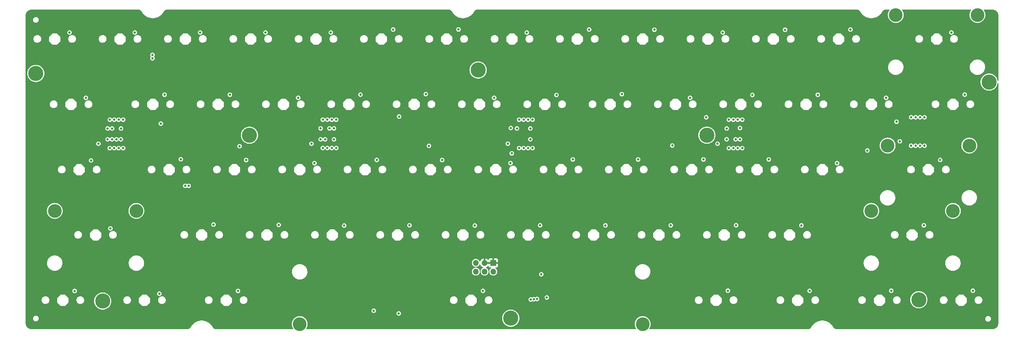
<source format=gbr>
%TF.GenerationSoftware,KiCad,Pcbnew,7.0.7*%
%TF.CreationDate,2023-12-09T23:09:19-05:00*%
%TF.ProjectId,keyboard,6b657962-6f61-4726-942e-6b696361645f,rev?*%
%TF.SameCoordinates,Original*%
%TF.FileFunction,Copper,L2,Inr*%
%TF.FilePolarity,Positive*%
%FSLAX46Y46*%
G04 Gerber Fmt 4.6, Leading zero omitted, Abs format (unit mm)*
G04 Created by KiCad (PCBNEW 7.0.7) date 2023-12-09 23:09:19*
%MOMM*%
%LPD*%
G01*
G04 APERTURE LIST*
%TA.AperFunction,ComponentPad*%
%ADD10C,4.400000*%
%TD*%
%TA.AperFunction,ComponentPad*%
%ADD11C,4.000000*%
%TD*%
%TA.AperFunction,ComponentPad*%
%ADD12R,1.700000X1.700000*%
%TD*%
%TA.AperFunction,ComponentPad*%
%ADD13O,1.700000X1.700000*%
%TD*%
%TA.AperFunction,ViaPad*%
%ADD14C,0.700000*%
%TD*%
%TA.AperFunction,ViaPad*%
%ADD15C,0.500000*%
%TD*%
G04 APERTURE END LIST*
D10*
%TO.N,N/C*%
%TO.C,H3*%
X279231600Y-21622400D03*
%TD*%
D11*
%TO.N,*%
%TO.C,S4*%
X244874956Y-59209800D03*
X268687456Y-59209800D03*
%TD*%
D10*
%TO.N,N/C*%
%TO.C,H7*%
X139731600Y-90521400D03*
%TD*%
%TO.N,N/C*%
%TO.C,H5*%
X196931600Y-37122400D03*
%TD*%
D11*
%TO.N,*%
%TO.C,S2*%
X249637456Y-40159800D03*
X273449956Y-40159800D03*
%TD*%
D10*
%TO.N,N/C*%
%TO.C,H1*%
X1231600Y-19122400D03*
%TD*%
D11*
%TO.N,*%
%TO.C,S5*%
X178199956Y-92229800D03*
X78187456Y-92229800D03*
%TD*%
D10*
%TO.N,N/C*%
%TO.C,H2*%
X130231600Y-18122400D03*
%TD*%
%TO.N,N/C*%
%TO.C,H4*%
X63531600Y-37122400D03*
%TD*%
D11*
%TO.N,*%
%TO.C,S1*%
X252018706Y-2059800D03*
X275831206Y-2059800D03*
%TD*%
D10*
%TO.N,N/C*%
%TO.C,H6*%
X20731600Y-85522400D03*
%TD*%
D11*
%TO.N,*%
%TO.C,S3*%
X6749956Y-59209800D03*
X30562456Y-59209800D03*
%TD*%
D10*
%TO.N,N/C*%
%TO.C,H8*%
X258731600Y-85122400D03*
%TD*%
D12*
%TO.N,GND*%
%TO.C,SWD1*%
X134644956Y-74369800D03*
D13*
%TO.N,SWO*%
X134644956Y-76909800D03*
%TO.N,GND*%
X132104956Y-74369800D03*
%TO.N,SWCLK*%
X132104956Y-76909800D03*
%TO.N,+3V3*%
X129564956Y-74369800D03*
%TO.N,SWDIO*%
X129564956Y-76909800D03*
%TD*%
D14*
%TO.N,GND*%
X95200000Y-82100000D03*
X56804756Y-47915300D03*
X20631006Y-67128200D03*
X118262256Y-48078200D03*
X10197956Y-9063800D03*
X42517256Y-9815300D03*
X250704206Y-85263800D03*
X130168506Y-86178200D03*
X98224956Y-90407300D03*
X51587256Y-67128200D03*
X176885456Y-47163800D03*
X13487256Y-29028200D03*
X238797956Y-9063800D03*
X45800000Y-56800000D03*
X9179756Y-28865300D03*
X4417256Y-9815300D03*
X61112256Y-48078200D03*
X262342956Y-34456000D03*
X207895956Y-38299800D03*
X71092256Y-28865300D03*
X14960456Y-28113800D03*
X157534956Y-82757300D03*
X54423506Y-86015300D03*
X246849756Y-29028200D03*
X100685456Y-47163800D03*
X113499756Y-29028200D03*
X237324756Y-9978200D03*
X86397956Y-9063800D03*
X103974756Y-9978200D03*
X62585456Y-47163800D03*
X209204756Y-47915300D03*
X53060456Y-66213800D03*
X85379756Y-66965300D03*
X58731006Y-86178200D03*
X138886956Y-38649800D03*
X223037256Y-67128200D03*
X137312256Y-48078200D03*
X128242256Y-28865300D03*
X84924756Y-9978200D03*
X261045956Y-37606000D03*
X272135456Y-28113800D03*
X76872956Y-28113800D03*
X99212256Y-48078200D03*
X184937256Y-67128200D03*
X34918506Y-86178200D03*
X66329756Y-66965300D03*
X226891706Y-85263800D03*
X161124756Y-9978200D03*
X205460456Y-66213800D03*
X210222956Y-28113800D03*
X129260456Y-66213800D03*
X219747956Y-9063800D03*
X46824756Y-9978200D03*
X133004756Y-47915300D03*
X242542256Y-28865300D03*
X105447956Y-9063800D03*
X80617256Y-9815300D03*
X94904756Y-47915300D03*
X180629756Y-66965300D03*
X28654956Y-35049800D03*
X227799756Y-29028200D03*
X65874756Y-9978200D03*
X35101206Y-15700000D03*
X152054756Y-47915300D03*
X270662256Y-29028200D03*
X146837256Y-67128200D03*
X124497956Y-9063800D03*
X199224756Y-9978200D03*
X146184956Y-82599800D03*
X43274956Y-20219800D03*
X27774756Y-9978200D03*
X57822956Y-28113800D03*
X156362256Y-48078200D03*
X197298506Y-86015300D03*
X266354756Y-28865300D03*
X134022956Y-28113800D03*
X48297956Y-9063800D03*
X8724756Y-9978200D03*
X200036956Y-38649800D03*
X268736006Y-86015300D03*
X194917256Y-9815300D03*
X29247956Y-9063800D03*
X190154756Y-47915300D03*
X225418506Y-86178200D03*
X48900000Y-57300000D03*
X131641706Y-85263800D03*
X265899756Y-9978200D03*
X175867256Y-9815300D03*
X27358356Y-38299800D03*
X48900000Y-58300000D03*
X94449756Y-29028200D03*
X229272956Y-28113800D03*
X142074756Y-9978200D03*
X17341706Y-47163800D03*
X113954756Y-47915300D03*
X147292256Y-28865300D03*
X156817256Y-9815300D03*
X186410456Y-66213800D03*
X171104756Y-47915300D03*
X123024756Y-9978200D03*
X89489956Y-38299800D03*
X195935456Y-47163800D03*
X194462256Y-48078200D03*
X30611006Y-86015300D03*
X95922956Y-28113800D03*
X180174756Y-9978200D03*
X248322956Y-28113800D03*
X42274956Y-20219800D03*
X110210456Y-66213800D03*
X119735456Y-47163800D03*
X153072956Y-28113800D03*
X260229206Y-66213800D03*
X137767256Y-9815300D03*
X253186956Y-37956000D03*
X109192256Y-28865300D03*
X37299756Y-29028200D03*
X16323506Y-66965300D03*
X223492256Y-28865300D03*
X42062256Y-48078200D03*
X228254756Y-47915300D03*
X209192956Y-35149800D03*
X170649756Y-29028200D03*
X70637256Y-67128200D03*
X81635456Y-47163800D03*
X189699756Y-29028200D03*
X90142256Y-28865300D03*
X103424956Y-86707300D03*
X261592256Y-9815300D03*
X44800000Y-56800000D03*
X274516706Y-85263800D03*
X11106006Y-86178200D03*
X118717256Y-9815300D03*
X185392256Y-28865300D03*
X249231006Y-86178200D03*
X149997361Y-71072488D03*
X200697956Y-9063800D03*
X264991706Y-47163800D03*
X22104206Y-66213800D03*
D15*
X143404956Y-80629800D03*
D14*
X37584956Y-16500000D03*
X23467256Y-9815300D03*
X234035456Y-47163800D03*
X148310456Y-66213800D03*
X244923506Y-86015300D03*
X114972956Y-28113800D03*
X208749756Y-29028200D03*
X75399756Y-29028200D03*
X149364956Y-84647300D03*
X191172956Y-28113800D03*
X199679756Y-66965300D03*
X52042256Y-28865300D03*
X221111006Y-86015300D03*
X43535456Y-47163800D03*
X259211006Y-47915300D03*
X104429756Y-66965300D03*
X38772956Y-28113800D03*
X90785956Y-35149800D03*
X224510456Y-66213800D03*
X36391706Y-85263800D03*
X155457549Y-69112300D03*
X146745956Y-38299800D03*
X165887256Y-67128200D03*
X167360456Y-66213800D03*
X204442256Y-28865300D03*
X47279756Y-66965300D03*
X263518506Y-48078200D03*
X156130747Y-72715300D03*
X91160456Y-66213800D03*
X138785456Y-47163800D03*
X162597956Y-9063800D03*
X218729756Y-66965300D03*
X218274756Y-9978200D03*
X273043506Y-86178200D03*
X157835456Y-47163800D03*
X32992256Y-28865300D03*
X267372956Y-9063800D03*
X37754756Y-47915300D03*
X161579756Y-66965300D03*
X181647956Y-9063800D03*
X108737256Y-67128200D03*
X232562256Y-48078200D03*
X132549756Y-29028200D03*
X89687256Y-67128200D03*
X15868506Y-48078200D03*
X60204206Y-85263800D03*
X61567256Y-9815300D03*
X203987256Y-67128200D03*
X127787256Y-67128200D03*
X11561006Y-47915300D03*
X142529756Y-66965300D03*
X166342256Y-28865300D03*
X233017256Y-9815300D03*
X214985456Y-47163800D03*
X67347956Y-9063800D03*
X125861006Y-86015300D03*
X6798506Y-86015300D03*
X254448506Y-66965300D03*
X258756006Y-67128200D03*
X148042956Y-35149800D03*
X143547956Y-9063800D03*
X75854756Y-47915300D03*
X12579206Y-85263800D03*
X213967256Y-9815300D03*
X201606006Y-86178200D03*
X151599756Y-29028200D03*
X175412256Y-48078200D03*
X123479756Y-66965300D03*
X203079206Y-85263800D03*
X56349756Y-29028200D03*
X81630956Y-38649800D03*
X72110456Y-66213800D03*
X19499956Y-38649800D03*
X99667256Y-9815300D03*
X213512256Y-48078200D03*
X172122956Y-28113800D03*
X80162256Y-48078200D03*
%TO.N,/Multiplexers/keys/KEYS_0_9*%
X181624956Y-6369800D03*
X144793956Y-32599800D03*
%TO.N,/Multiplexers/keys/KEYS_2_11*%
X234904656Y-45269600D03*
X256494956Y-31899800D03*
%TO.N,/Multiplexers/keys/KEYS_0_1*%
X24106156Y-32599800D03*
X30117156Y-7169600D03*
%TO.N,/Multiplexers/keys/KEYS_1_13*%
X260393956Y-31899800D03*
X272123956Y-25301000D03*
%TO.N,/Multiplexers/keys/KEYS_2_1*%
X26049956Y-38325300D03*
X43524956Y-44149800D03*
%TO.N,/Multiplexers/keys/KEYS_0_7*%
X144417156Y-7169600D03*
X142193956Y-32599800D03*
%TO.N,+5V*%
X35241206Y-13700000D03*
X138886956Y-39599800D03*
X200036956Y-39599800D03*
X45800000Y-51900000D03*
X35241206Y-14700000D03*
X81630956Y-39599800D03*
X19499956Y-39599800D03*
X253186956Y-38906000D03*
X44800000Y-51900000D03*
%TO.N,/Multiplexers/keys/KEYS_1_6*%
X134892156Y-26219600D03*
X141543956Y-35174800D03*
%TO.N,/Multiplexers/keys/KEYS_0_10*%
X201567156Y-7169600D03*
X203343956Y-32599800D03*
%TO.N,NRST*%
X148637456Y-77707300D03*
X99784956Y-88347300D03*
%TO.N,/Multiplexers/keys/KEYS_3_9*%
X205949956Y-40899800D03*
X205448956Y-63401900D03*
%TO.N,/Multiplexers/keys/KEYS_1_0*%
X23474956Y-35174800D03*
X15829656Y-26219600D03*
%TO.N,/Multiplexers/keys/KEYS_4_3*%
X131629956Y-82534800D03*
X87549956Y-40879800D03*
%TO.N,/Multiplexers/keys/KEYS_3_11*%
X259099956Y-40204800D03*
X260216956Y-63420200D03*
%TO.N,/Multiplexers/keys/KEYS_4_5*%
X226882956Y-82521800D03*
X207249956Y-40899800D03*
%TO.N,/Multiplexers/keys/KEYS_2_7*%
X157824956Y-44199800D03*
X146093956Y-40893600D03*
%TO.N,/Multiplexers/keys/KEYS_2_3*%
X84299956Y-38337800D03*
X82504656Y-45269600D03*
%TO.N,/Multiplexers/keys/KEYS_1_3*%
X85586956Y-38337800D03*
X77742156Y-26219600D03*
%TO.N,/Multiplexers/keys/KEYS_1_12*%
X249192156Y-26219600D03*
X257804956Y-31899800D03*
%TO.N,/Multiplexers/keys/KEYS_1_2*%
X57824956Y-25324800D03*
X26074956Y-35174800D03*
%TO.N,/Multiplexers/keys/KEYS_4_6*%
X256493956Y-40204800D03*
X250692956Y-82499800D03*
%TO.N,/Multiplexers/keys/KEYS_2_12*%
X264979956Y-44354800D03*
X260399956Y-40209800D03*
%TO.N,/Multiplexers/keys/KEYS_2_4*%
X88187456Y-38337800D03*
X100673956Y-44351000D03*
%TO.N,/Multiplexers/keys/KEYS_4_2*%
X24099956Y-40899800D03*
X60192456Y-82558800D03*
%TO.N,/Multiplexers/keys/KEYS_0_12*%
X205943956Y-32599800D03*
X238790956Y-6308800D03*
%TO.N,/Multiplexers/keys/KEYS_3_4*%
X86237456Y-40879800D03*
X110198956Y-63412800D03*
%TO.N,/Multiplexers/keys/KEYS_1_1*%
X38774956Y-25324800D03*
X26706156Y-32599800D03*
%TO.N,/Multiplexers/keys/KEYS_3_0*%
X22973406Y-64319600D03*
X22149956Y-38325300D03*
%TO.N,/Multiplexers/keys/KEYS_1_4*%
X95911256Y-25296100D03*
X88824956Y-32599800D03*
%TO.N,/Multiplexers/keys/KEYS_3_6*%
X143493956Y-40893600D03*
X148298956Y-63410800D03*
%TO.N,/Multiplexers/keys/KEYS_2_0*%
X17340141Y-44497602D03*
X22156156Y-35174800D03*
%TO.N,/Multiplexers/keys/KEYS_2_9*%
X195923956Y-44201000D03*
X202693956Y-38325300D03*
%TO.N,/Multiplexers/keys/KEYS_4_4*%
X204649956Y-40899800D03*
X203066956Y-82492800D03*
%TO.N,/Multiplexers/keys/KEYS_0_4*%
X84936956Y-32599800D03*
X87267156Y-7169600D03*
%TO.N,/Multiplexers/keys/KEYS_0_8*%
X162585956Y-6301200D03*
X143493756Y-32600000D03*
%TO.N,/Multiplexers/keys/KEYS_3_1*%
X53048756Y-63201000D03*
X25399956Y-40899800D03*
%TO.N,/Multiplexers/keys/KEYS_1_8*%
X145443956Y-35174800D03*
X172124956Y-25153900D03*
%TO.N,/Multiplexers/keys/KEYS_1_11*%
X229274956Y-25339800D03*
X206594956Y-35039800D03*
%TO.N,/Multiplexers/keys/KEYS_4_0*%
X23449956Y-38325300D03*
X12567456Y-82581800D03*
%TO.N,/Multiplexers/keys/KEYS_4_7*%
X274504956Y-82499800D03*
X257799956Y-40204800D03*
%TO.N,/Multiplexers/keys/KEYS_0_11*%
X219745156Y-6373000D03*
X204643956Y-32599800D03*
%TO.N,/Multiplexers/keys/KEYS_2_6*%
X142193756Y-40893600D03*
X139654656Y-45269600D03*
%TO.N,/Multiplexers/keys/KEYS_1_9*%
X202712956Y-35174800D03*
X192042156Y-26219600D03*
%TO.N,/Multiplexers/keys/KEYS_1_10*%
X207243956Y-32599800D03*
X210198956Y-25393300D03*
%TO.N,/Multiplexers/keys/KEYS_3_5*%
X88837456Y-40879800D03*
X129250956Y-63490700D03*
%TO.N,/Multiplexers/keys/KEYS_0_0*%
X11067156Y-7169600D03*
X22824956Y-32599800D03*
%TO.N,/Multiplexers/keys/KEYS_0_13*%
X268242156Y-7169600D03*
X259093956Y-31899800D03*
%TO.N,/Multiplexers/keys/KEYS_0_3*%
X84284956Y-35149800D03*
X68217156Y-7169600D03*
%TO.N,/Multiplexers/keys/KEYS_3_7*%
X167349956Y-63446500D03*
X144793756Y-40893600D03*
%TO.N,/Multiplexers/keys/KEYS_2_10*%
X206593956Y-38325300D03*
X214971956Y-44206000D03*
%TO.N,/Multiplexers/keys/KEYS_3_8*%
X203343956Y-40899800D03*
X186398956Y-63423500D03*
%TO.N,/Multiplexers/keys/KEYS_0_2*%
X25406156Y-32599800D03*
X49167156Y-7169600D03*
%TO.N,/Multiplexers/keys/KEYS_3_2*%
X26699956Y-40899800D03*
X72074956Y-63299800D03*
%TO.N,/Multiplexers/keys/KEYS_3_10*%
X224498756Y-63443600D03*
X205299956Y-38325300D03*
%TO.N,/Multiplexers/keys/KEYS_2_8*%
X145443956Y-38325300D03*
X176875956Y-44217100D03*
%TO.N,/Multiplexers/keys/KEYS_4_1*%
X22799956Y-40899800D03*
X37260906Y-83369600D03*
%TO.N,/Multiplexers/keys/KEYS_2_2*%
X24749956Y-38325300D03*
X62573756Y-44376000D03*
%TO.N,/Multiplexers/keys/KEYS_1_7*%
X146093956Y-32599800D03*
X153059956Y-25399800D03*
%TO.N,/Multiplexers/keys/KEYS_1_5*%
X114954956Y-25155600D03*
X88186956Y-35149800D03*
%TO.N,/Multiplexers/keys/KEYS_2_5*%
X86887456Y-35149800D03*
X119724956Y-44379800D03*
%TO.N,/Multiplexers/keys/KEYS_0_6*%
X87537456Y-32618800D03*
X124487956Y-6283800D03*
%TO.N,/Multiplexers/keys/KEYS_0_5*%
X86236956Y-32599800D03*
X105445156Y-6308000D03*
%TO.N,/Multiplexers/keys/KEYS_3_3*%
X84934956Y-40879800D03*
X91149956Y-63493700D03*
%TO.N,BOOT0*%
X150248026Y-84476147D03*
X107065521Y-89132300D03*
%TO.N,SWCLK*%
X146461701Y-84980233D03*
%TO.N,SWO*%
X147400000Y-84900000D03*
%TO.N,SWDIO*%
X145566166Y-85064622D03*
%TO.N,ADC12_IN1*%
X60650000Y-40350000D03*
X37694956Y-33749800D03*
%TO.N,ADC12_IN2*%
X115874956Y-40244800D03*
X107184956Y-31699800D03*
%TO.N,ADC3_IN1*%
X140039956Y-42434800D03*
X139753402Y-35027654D03*
%TO.N,ADC3_IN5*%
X243724956Y-41599800D03*
X252224956Y-33193500D03*
%TO.N,ADC4_IN3*%
X196724956Y-31909800D03*
X186839956Y-40134800D03*
%TD*%
%TA.AperFunction,Conductor*%
%TO.N,GND*%
G36*
X134098648Y-74139485D02*
G01*
X134144403Y-74192289D01*
X134154347Y-74261447D01*
X134150587Y-74278733D01*
X134144956Y-74297911D01*
X134144956Y-74441688D01*
X134150587Y-74460867D01*
X134150586Y-74530736D01*
X134112811Y-74589514D01*
X134049255Y-74618538D01*
X134031609Y-74619800D01*
X132718303Y-74619800D01*
X132651264Y-74600115D01*
X132605509Y-74547311D01*
X132595565Y-74478153D01*
X132599325Y-74460867D01*
X132604956Y-74441688D01*
X132604956Y-74297911D01*
X132599325Y-74278733D01*
X132599326Y-74208864D01*
X132637101Y-74150086D01*
X132700657Y-74121062D01*
X132718303Y-74119800D01*
X134031609Y-74119800D01*
X134098648Y-74139485D01*
G37*
%TD.AperFunction*%
%TA.AperFunction,Conductor*%
G36*
X31204687Y-500755D02*
G01*
X31350604Y-514050D01*
X31371238Y-515931D01*
X31393364Y-519996D01*
X31546269Y-562732D01*
X31567297Y-570728D01*
X31709907Y-640360D01*
X31709965Y-640388D01*
X31729202Y-652052D01*
X31856935Y-746342D01*
X31873743Y-761284D01*
X31982344Y-877109D01*
X31996176Y-894844D01*
X32086483Y-1035257D01*
X32089322Y-1040148D01*
X32150978Y-1158479D01*
X32171789Y-1198420D01*
X32246128Y-1311944D01*
X32370144Y-1501332D01*
X32370151Y-1501341D01*
X32597493Y-1783127D01*
X32597494Y-1783129D01*
X32597498Y-1783133D01*
X32851618Y-2041057D01*
X32917127Y-2095535D01*
X33129999Y-2272564D01*
X33130006Y-2272568D01*
X33130010Y-2272572D01*
X33429942Y-2475406D01*
X33748471Y-2647570D01*
X34082472Y-2787373D01*
X34428666Y-2893444D01*
X34783656Y-2964741D01*
X35143958Y-3000566D01*
X35143959Y-3000566D01*
X35506036Y-3000566D01*
X35506037Y-3000566D01*
X35866340Y-2964741D01*
X36221329Y-2893443D01*
X36567523Y-2787372D01*
X36901524Y-2647569D01*
X37220053Y-2475405D01*
X37519985Y-2272570D01*
X37798376Y-2041055D01*
X38052496Y-1783131D01*
X38279849Y-1501330D01*
X38478204Y-1198417D01*
X38478209Y-1198406D01*
X38478215Y-1198397D01*
X38541277Y-1077365D01*
X38559338Y-1042702D01*
X38560565Y-1040346D01*
X38563378Y-1035501D01*
X38653846Y-894813D01*
X38667674Y-877081D01*
X38776263Y-761257D01*
X38793068Y-746315D01*
X38920800Y-652020D01*
X38940021Y-640365D01*
X39082698Y-570699D01*
X39103712Y-562709D01*
X39256618Y-519976D01*
X39278735Y-515914D01*
X39389783Y-505800D01*
X39445182Y-500756D01*
X39450808Y-500500D01*
X39513981Y-500502D01*
X39513984Y-500500D01*
X39522604Y-500501D01*
X39522633Y-500500D01*
X121686565Y-500500D01*
X121692187Y-500755D01*
X121858731Y-515931D01*
X121880849Y-519994D01*
X122033760Y-562734D01*
X122054780Y-570728D01*
X122197435Y-640387D01*
X122216669Y-652050D01*
X122344400Y-746345D01*
X122361209Y-761290D01*
X122469797Y-877109D01*
X122483627Y-894844D01*
X122573823Y-1035103D01*
X122576661Y-1039992D01*
X122606917Y-1098061D01*
X122659221Y-1198449D01*
X122857576Y-1501371D01*
X123084930Y-1783181D01*
X123084937Y-1783188D01*
X123339043Y-2041105D01*
X123339049Y-2041110D01*
X123339052Y-2041113D01*
X123404467Y-2095514D01*
X123617441Y-2272632D01*
X123617454Y-2272641D01*
X123917373Y-2475471D01*
X123917382Y-2475477D01*
X123917384Y-2475478D01*
X124235920Y-2647647D01*
X124569927Y-2787454D01*
X124569930Y-2787455D01*
X124569929Y-2787455D01*
X124672544Y-2818894D01*
X124916128Y-2893527D01*
X125271125Y-2964826D01*
X125631436Y-3000650D01*
X125993506Y-3000647D01*
X125993530Y-3000647D01*
X125993530Y-3000646D01*
X126353832Y-2964819D01*
X126708829Y-2893516D01*
X127055029Y-2787438D01*
X127389034Y-2647627D01*
X127707567Y-2475454D01*
X127707640Y-2475405D01*
X128007489Y-2272617D01*
X128007501Y-2272609D01*
X128285894Y-2041082D01*
X128540012Y-1783147D01*
X128540023Y-1783134D01*
X128767352Y-1501348D01*
X128767353Y-1501346D01*
X128767363Y-1501334D01*
X128965714Y-1198409D01*
X129048057Y-1040362D01*
X129050890Y-1035483D01*
X129051035Y-1035257D01*
X129141351Y-894806D01*
X129155174Y-877081D01*
X129263763Y-761257D01*
X129280568Y-746315D01*
X129408300Y-652020D01*
X129427521Y-640365D01*
X129570198Y-570699D01*
X129591212Y-562709D01*
X129744118Y-519976D01*
X129766235Y-515914D01*
X129877283Y-505800D01*
X129932682Y-500756D01*
X129938308Y-500500D01*
X130001481Y-500502D01*
X130001484Y-500500D01*
X130010104Y-500501D01*
X130010133Y-500500D01*
X240749065Y-500500D01*
X240754687Y-500755D01*
X240921231Y-515931D01*
X240943349Y-519994D01*
X241096260Y-562734D01*
X241117280Y-570728D01*
X241259935Y-640387D01*
X241279169Y-652050D01*
X241406900Y-746345D01*
X241423709Y-761290D01*
X241532297Y-877109D01*
X241546127Y-894844D01*
X241636321Y-1035099D01*
X241639158Y-1039987D01*
X241721722Y-1198442D01*
X241721736Y-1198465D01*
X241920075Y-1501348D01*
X241920091Y-1501371D01*
X242147448Y-1783172D01*
X242362083Y-2001016D01*
X242401573Y-2041097D01*
X242467010Y-2095514D01*
X242679922Y-2272572D01*
X242679967Y-2272609D01*
X242679981Y-2272619D01*
X242979900Y-2475442D01*
X242979954Y-2475471D01*
X243298370Y-2647571D01*
X243298439Y-2647608D01*
X243298444Y-2647610D01*
X243632432Y-2787406D01*
X243632438Y-2787408D01*
X243632440Y-2787408D01*
X243632441Y-2787409D01*
X243978639Y-2893479D01*
X244333632Y-2964774D01*
X244693938Y-3000597D01*
X245056012Y-3000595D01*
X245056028Y-3000595D01*
X245056028Y-3000594D01*
X245416325Y-2964767D01*
X245771318Y-2893467D01*
X246117514Y-2787394D01*
X246451516Y-2647587D01*
X246770047Y-2475420D01*
X247069981Y-2272583D01*
X247348374Y-2041064D01*
X247602495Y-1783137D01*
X247829848Y-1501333D01*
X248028205Y-1198417D01*
X248110103Y-1041234D01*
X248110570Y-1040338D01*
X248113369Y-1035514D01*
X248203850Y-894808D01*
X248217674Y-877081D01*
X248326263Y-761257D01*
X248343068Y-746315D01*
X248470800Y-652020D01*
X248490021Y-640365D01*
X248632698Y-570699D01*
X248653712Y-562709D01*
X248806618Y-519976D01*
X248828735Y-515914D01*
X248939783Y-505800D01*
X248995182Y-500756D01*
X249000808Y-500500D01*
X249063981Y-500502D01*
X249063984Y-500500D01*
X249072604Y-500501D01*
X249072633Y-500500D01*
X250061822Y-500500D01*
X250128861Y-520185D01*
X250174616Y-572989D01*
X250184560Y-642147D01*
X250164924Y-693389D01*
X250108230Y-778239D01*
X250022137Y-907086D01*
X249888768Y-1177531D01*
X249888759Y-1177552D01*
X249791828Y-1463101D01*
X249791824Y-1463116D01*
X249732994Y-1758869D01*
X249732993Y-1758879D01*
X249732993Y-1758880D01*
X249713270Y-2059800D01*
X249730053Y-2315870D01*
X249732993Y-2360718D01*
X249732994Y-2360730D01*
X249791824Y-2656483D01*
X249791828Y-2656498D01*
X249888759Y-2942047D01*
X249888768Y-2942068D01*
X250022137Y-3212513D01*
X250022141Y-3212520D01*
X250189679Y-3463259D01*
X250388516Y-3689989D01*
X250615246Y-3888826D01*
X250865985Y-4056364D01*
X250865992Y-4056368D01*
X251136437Y-4189737D01*
X251136442Y-4189739D01*
X251136454Y-4189745D01*
X251422015Y-4286680D01*
X251621957Y-4326451D01*
X251717775Y-4345511D01*
X251717776Y-4345511D01*
X251717786Y-4345513D01*
X252018706Y-4365236D01*
X252319626Y-4345513D01*
X252615397Y-4286680D01*
X252900958Y-4189745D01*
X253171424Y-4056366D01*
X253422167Y-3888825D01*
X253648895Y-3689989D01*
X253847731Y-3463261D01*
X254015272Y-3212518D01*
X254148651Y-2942052D01*
X254245586Y-2656491D01*
X254304419Y-2360720D01*
X254324142Y-2059800D01*
X254304419Y-1758880D01*
X254245586Y-1463109D01*
X254148651Y-1177548D01*
X254116046Y-1111432D01*
X254015274Y-907086D01*
X254015273Y-907085D01*
X254015272Y-907082D01*
X253872487Y-693390D01*
X253851610Y-626713D01*
X253870095Y-559333D01*
X253922074Y-512643D01*
X253975590Y-500500D01*
X273874322Y-500500D01*
X273941361Y-520185D01*
X273987116Y-572989D01*
X273997060Y-642147D01*
X273977424Y-693389D01*
X273920730Y-778239D01*
X273834637Y-907086D01*
X273701268Y-1177531D01*
X273701259Y-1177552D01*
X273604328Y-1463101D01*
X273604324Y-1463116D01*
X273545494Y-1758869D01*
X273545493Y-1758879D01*
X273545493Y-1758880D01*
X273543902Y-1783154D01*
X273526999Y-2041056D01*
X273525770Y-2059800D01*
X273542553Y-2315870D01*
X273545493Y-2360718D01*
X273545494Y-2360730D01*
X273604324Y-2656483D01*
X273604328Y-2656498D01*
X273701259Y-2942047D01*
X273701268Y-2942068D01*
X273834637Y-3212513D01*
X273834641Y-3212520D01*
X274002179Y-3463259D01*
X274201016Y-3689989D01*
X274427746Y-3888826D01*
X274678485Y-4056364D01*
X274678492Y-4056368D01*
X274948937Y-4189737D01*
X274948942Y-4189739D01*
X274948954Y-4189745D01*
X275234515Y-4286680D01*
X275434457Y-4326451D01*
X275530275Y-4345511D01*
X275530276Y-4345511D01*
X275530286Y-4345513D01*
X275831206Y-4365236D01*
X276132126Y-4345513D01*
X276427897Y-4286680D01*
X276713458Y-4189745D01*
X276983924Y-4056366D01*
X277234667Y-3888825D01*
X277461395Y-3689989D01*
X277660231Y-3463261D01*
X277827772Y-3212518D01*
X277961151Y-2942052D01*
X278058086Y-2656491D01*
X278116919Y-2360720D01*
X278136642Y-2059800D01*
X278116919Y-1758880D01*
X278058086Y-1463109D01*
X277961151Y-1177548D01*
X277928546Y-1111432D01*
X277827774Y-907086D01*
X277827773Y-907085D01*
X277827772Y-907082D01*
X277684987Y-693390D01*
X277664110Y-626713D01*
X277682595Y-559333D01*
X277734574Y-512643D01*
X277788090Y-500500D01*
X280197773Y-500500D01*
X280202198Y-500657D01*
X280440130Y-517679D01*
X280457638Y-520196D01*
X280667138Y-565773D01*
X280684220Y-569489D01*
X280701194Y-574472D01*
X280918469Y-655513D01*
X280934549Y-662857D01*
X281138081Y-773993D01*
X281152950Y-783549D01*
X281338588Y-922515D01*
X281351951Y-934093D01*
X281515932Y-1098069D01*
X281527511Y-1111432D01*
X281666476Y-1297062D01*
X281676041Y-1311944D01*
X281787178Y-1515463D01*
X281794528Y-1531556D01*
X281875571Y-1748822D01*
X281880555Y-1765797D01*
X281929851Y-1992369D01*
X281932370Y-2009879D01*
X281949342Y-2247032D01*
X281949500Y-2251459D01*
X281949500Y-21213899D01*
X281929815Y-21280938D01*
X281877011Y-21326693D01*
X281807853Y-21336637D01*
X281744297Y-21307612D01*
X281706523Y-21248834D01*
X281703696Y-21237135D01*
X281658331Y-20999321D01*
X281561103Y-20700085D01*
X281524782Y-20622900D01*
X281427138Y-20415396D01*
X281427137Y-20415393D01*
X281372566Y-20329403D01*
X281258548Y-20149738D01*
X281258545Y-20149734D01*
X281057993Y-19907309D01*
X281057991Y-19907307D01*
X280885667Y-19745483D01*
X280828630Y-19691922D01*
X280828627Y-19691920D01*
X280828621Y-19691915D01*
X280574095Y-19506991D01*
X280574088Y-19506986D01*
X280574084Y-19506984D01*
X280298366Y-19355406D01*
X280298363Y-19355404D01*
X280298358Y-19355402D01*
X280298357Y-19355401D01*
X280005828Y-19239581D01*
X280005825Y-19239580D01*
X279701076Y-19161334D01*
X279701063Y-19161332D01*
X279388929Y-19121900D01*
X279388918Y-19121900D01*
X279074282Y-19121900D01*
X279074270Y-19121900D01*
X278762136Y-19161332D01*
X278762123Y-19161334D01*
X278457374Y-19239580D01*
X278457371Y-19239581D01*
X278164842Y-19355401D01*
X278164841Y-19355402D01*
X277889116Y-19506984D01*
X277889104Y-19506991D01*
X277634578Y-19691915D01*
X277634568Y-19691923D01*
X277405208Y-19907307D01*
X277405206Y-19907309D01*
X277204654Y-20149734D01*
X277204651Y-20149738D01*
X277036064Y-20415390D01*
X277036061Y-20415396D01*
X276902099Y-20700078D01*
X276902097Y-20700083D01*
X276804870Y-20999316D01*
X276745911Y-21308388D01*
X276745910Y-21308395D01*
X276726156Y-21622394D01*
X276726156Y-21622405D01*
X276745910Y-21936404D01*
X276745911Y-21936411D01*
X276804870Y-22245483D01*
X276902097Y-22544716D01*
X276902099Y-22544721D01*
X277036061Y-22829403D01*
X277036064Y-22829409D01*
X277204651Y-23095061D01*
X277204654Y-23095065D01*
X277405206Y-23337490D01*
X277405208Y-23337492D01*
X277634568Y-23552876D01*
X277634578Y-23552884D01*
X277889104Y-23737808D01*
X277889109Y-23737810D01*
X277889116Y-23737816D01*
X278164834Y-23889394D01*
X278164839Y-23889396D01*
X278164841Y-23889397D01*
X278164842Y-23889398D01*
X278457371Y-24005218D01*
X278457374Y-24005219D01*
X278762123Y-24083465D01*
X278762127Y-24083466D01*
X278827610Y-24091738D01*
X279074270Y-24122899D01*
X279074279Y-24122899D01*
X279074282Y-24122900D01*
X279074284Y-24122900D01*
X279388916Y-24122900D01*
X279388918Y-24122900D01*
X279388921Y-24122899D01*
X279388929Y-24122899D01*
X279575193Y-24099368D01*
X279701073Y-24083466D01*
X280005825Y-24005219D01*
X280005828Y-24005218D01*
X280298357Y-23889398D01*
X280298358Y-23889397D01*
X280298356Y-23889397D01*
X280298366Y-23889394D01*
X280574084Y-23737816D01*
X280828630Y-23552878D01*
X281057990Y-23337494D01*
X281258547Y-23095063D01*
X281427137Y-22829407D01*
X281561103Y-22544715D01*
X281658331Y-22245479D01*
X281703696Y-22007663D01*
X281735594Y-21945501D01*
X281796037Y-21910451D01*
X281865833Y-21913643D01*
X281922825Y-21954063D01*
X281948916Y-22018878D01*
X281949500Y-22030900D01*
X281949500Y-91947786D01*
X281949342Y-91952210D01*
X281932325Y-92190129D01*
X281929807Y-92207642D01*
X281880517Y-92434220D01*
X281875532Y-92451195D01*
X281794502Y-92668440D01*
X281787153Y-92684534D01*
X281676022Y-92888050D01*
X281666457Y-92902933D01*
X281527497Y-93088559D01*
X281515910Y-93101930D01*
X281351952Y-93265884D01*
X281338581Y-93277470D01*
X281152953Y-93416426D01*
X281138069Y-93425991D01*
X280934559Y-93537111D01*
X280918465Y-93544461D01*
X280701206Y-93625489D01*
X280684231Y-93630473D01*
X280457651Y-93679758D01*
X280440138Y-93682275D01*
X280201438Y-93699341D01*
X280197014Y-93699499D01*
X280141486Y-93699498D01*
X280134120Y-93699498D01*
X280134119Y-93699498D01*
X280125496Y-93699498D01*
X280125468Y-93699500D01*
X234713439Y-93699500D01*
X234707817Y-93699244D01*
X234651652Y-93694126D01*
X234541256Y-93684067D01*
X234519130Y-93680002D01*
X234366219Y-93637265D01*
X234345193Y-93629270D01*
X234202515Y-93559609D01*
X234183278Y-93547946D01*
X234055535Y-93453653D01*
X234038723Y-93438707D01*
X233930116Y-93322886D01*
X233916285Y-93305155D01*
X233826186Y-93165082D01*
X233823350Y-93160196D01*
X233823063Y-93159645D01*
X233740705Y-93001582D01*
X233671458Y-92895834D01*
X233542353Y-92698675D01*
X233542341Y-92698659D01*
X233315000Y-92416875D01*
X233314996Y-92416871D01*
X233309539Y-92411332D01*
X233060876Y-92158948D01*
X233060868Y-92158941D01*
X232782494Y-91927440D01*
X232782484Y-91927433D01*
X232482552Y-91724599D01*
X232482549Y-91724597D01*
X232482547Y-91724596D01*
X232164022Y-91552435D01*
X231830024Y-91412632D01*
X231830021Y-91412631D01*
X231483829Y-91306562D01*
X231483824Y-91306561D01*
X231200437Y-91249645D01*
X231128841Y-91235266D01*
X231128839Y-91235265D01*
X231128837Y-91235265D01*
X230819591Y-91204517D01*
X230768539Y-91199441D01*
X230406461Y-91199441D01*
X230361744Y-91203887D01*
X230046162Y-91235265D01*
X230046159Y-91235266D01*
X229691175Y-91306561D01*
X229691170Y-91306562D01*
X229344978Y-91412631D01*
X229344975Y-91412632D01*
X229010977Y-91552435D01*
X228692452Y-91724596D01*
X228392505Y-91927440D01*
X228114131Y-92158941D01*
X227860003Y-92416871D01*
X227859999Y-92416875D01*
X227632658Y-92698659D01*
X227632646Y-92698675D01*
X227434305Y-93001565D01*
X227434286Y-93001597D01*
X227351936Y-93159645D01*
X227349099Y-93164532D01*
X227258657Y-93305180D01*
X227244820Y-93322923D01*
X227136243Y-93438732D01*
X227119429Y-93453682D01*
X226991708Y-93547968D01*
X226972468Y-93559634D01*
X226829814Y-93629287D01*
X226808784Y-93637284D01*
X226655892Y-93680013D01*
X226633760Y-93684078D01*
X226467210Y-93699244D01*
X226461583Y-93699499D01*
X226406180Y-93699497D01*
X226398523Y-93699497D01*
X226398522Y-93699497D01*
X226394484Y-93699497D01*
X226394442Y-93699500D01*
X180216709Y-93699500D01*
X180149670Y-93679815D01*
X180103915Y-93627011D01*
X180093971Y-93557853D01*
X180113606Y-93506610D01*
X180196522Y-93382518D01*
X180329901Y-93112052D01*
X180426836Y-92826491D01*
X180485669Y-92530720D01*
X180505392Y-92229800D01*
X180485669Y-91928880D01*
X180426836Y-91633109D01*
X180329901Y-91347548D01*
X180315117Y-91317570D01*
X180196524Y-91077086D01*
X180196520Y-91077079D01*
X180028982Y-90826340D01*
X179878711Y-90654989D01*
X278119850Y-90654989D01*
X278129583Y-90834501D01*
X278129584Y-90834506D01*
X278177676Y-91007718D01*
X278177680Y-91007726D01*
X278261887Y-91166557D01*
X278347248Y-91267051D01*
X278378271Y-91303574D01*
X278521388Y-91412369D01*
X278521389Y-91412369D01*
X278521390Y-91412370D01*
X278531692Y-91417136D01*
X278684547Y-91487854D01*
X278860119Y-91526500D01*
X278860122Y-91526500D01*
X278994816Y-91526500D01*
X278994822Y-91526500D01*
X279128727Y-91511937D01*
X279299091Y-91454535D01*
X279453132Y-91361851D01*
X279583648Y-91238220D01*
X279684535Y-91089423D01*
X279751076Y-90922416D01*
X279752633Y-90912923D01*
X279780161Y-90745010D01*
X279770428Y-90565498D01*
X279770427Y-90565493D01*
X279722335Y-90392281D01*
X279722331Y-90392273D01*
X279638124Y-90233442D01*
X279521741Y-90096426D01*
X279483007Y-90066981D01*
X279378624Y-89987631D01*
X279378622Y-89987630D01*
X279378621Y-89987629D01*
X279215463Y-89912145D01*
X279039893Y-89873500D01*
X278905190Y-89873500D01*
X278905188Y-89873500D01*
X278771284Y-89888063D01*
X278740840Y-89898321D01*
X278600921Y-89945465D01*
X278600919Y-89945465D01*
X278600919Y-89945466D01*
X278446882Y-90038147D01*
X278316362Y-90161781D01*
X278215477Y-90310575D01*
X278215476Y-90310576D01*
X278148935Y-90477583D01*
X278148934Y-90477587D01*
X278119851Y-90654986D01*
X278119850Y-90654989D01*
X179878711Y-90654989D01*
X179830145Y-90599610D01*
X179603415Y-90400773D01*
X179352676Y-90233235D01*
X179352669Y-90233231D01*
X179082224Y-90099862D01*
X179082203Y-90099853D01*
X178796654Y-90002922D01*
X178796648Y-90002920D01*
X178796647Y-90002920D01*
X178796645Y-90002919D01*
X178796639Y-90002918D01*
X178500886Y-89944088D01*
X178500877Y-89944087D01*
X178500876Y-89944087D01*
X178199956Y-89924364D01*
X178199955Y-89924364D01*
X178049495Y-89934225D01*
X177899036Y-89944087D01*
X177899035Y-89944087D01*
X177899025Y-89944088D01*
X177603272Y-90002918D01*
X177603257Y-90002922D01*
X177317708Y-90099853D01*
X177317687Y-90099862D01*
X177047242Y-90233231D01*
X177047235Y-90233235D01*
X176796496Y-90400773D01*
X176569766Y-90599610D01*
X176370929Y-90826340D01*
X176203391Y-91077079D01*
X176203387Y-91077086D01*
X176070018Y-91347531D01*
X176070009Y-91347552D01*
X175973078Y-91633101D01*
X175973074Y-91633116D01*
X175914244Y-91928869D01*
X175914243Y-91928879D01*
X175914243Y-91928880D01*
X175894520Y-92229800D01*
X175899696Y-92308779D01*
X175914243Y-92530718D01*
X175914244Y-92530730D01*
X175973074Y-92826483D01*
X175973078Y-92826498D01*
X176070009Y-93112047D01*
X176070018Y-93112068D01*
X176203386Y-93382511D01*
X176203388Y-93382514D01*
X176203390Y-93382518D01*
X176286306Y-93506610D01*
X176307183Y-93573287D01*
X176288698Y-93640667D01*
X176236719Y-93687357D01*
X176183203Y-93699500D01*
X80204209Y-93699500D01*
X80137170Y-93679815D01*
X80091415Y-93627011D01*
X80081471Y-93557853D01*
X80101106Y-93506610D01*
X80184022Y-93382518D01*
X80317401Y-93112052D01*
X80414336Y-92826491D01*
X80473169Y-92530720D01*
X80492892Y-92229800D01*
X80473169Y-91928880D01*
X80414336Y-91633109D01*
X80317401Y-91347548D01*
X80302617Y-91317570D01*
X80184024Y-91077086D01*
X80184020Y-91077079D01*
X80016482Y-90826340D01*
X79817645Y-90599610D01*
X79728469Y-90521405D01*
X137226156Y-90521405D01*
X137245910Y-90835404D01*
X137245911Y-90835411D01*
X137262508Y-90922416D01*
X137278780Y-91007718D01*
X137304870Y-91144483D01*
X137402097Y-91443716D01*
X137402099Y-91443721D01*
X137536061Y-91728403D01*
X137536064Y-91728409D01*
X137704651Y-91994061D01*
X137704654Y-91994065D01*
X137905206Y-92236490D01*
X137905208Y-92236492D01*
X137905210Y-92236494D01*
X138097292Y-92416871D01*
X138134568Y-92451876D01*
X138134578Y-92451884D01*
X138389104Y-92636808D01*
X138389109Y-92636810D01*
X138389116Y-92636816D01*
X138664834Y-92788394D01*
X138664839Y-92788396D01*
X138664841Y-92788397D01*
X138664842Y-92788398D01*
X138957371Y-92904218D01*
X138957374Y-92904219D01*
X139262123Y-92982465D01*
X139262127Y-92982466D01*
X139327610Y-92990738D01*
X139574270Y-93021899D01*
X139574279Y-93021899D01*
X139574282Y-93021900D01*
X139574284Y-93021900D01*
X139888916Y-93021900D01*
X139888918Y-93021900D01*
X139888921Y-93021899D01*
X139888929Y-93021899D01*
X140075193Y-92998368D01*
X140201073Y-92982466D01*
X140505825Y-92904219D01*
X140505828Y-92904218D01*
X140798357Y-92788398D01*
X140798358Y-92788397D01*
X140798356Y-92788397D01*
X140798366Y-92788394D01*
X141074084Y-92636816D01*
X141328630Y-92451878D01*
X141557990Y-92236494D01*
X141758547Y-91994063D01*
X141927137Y-91728407D01*
X142061103Y-91443715D01*
X142158331Y-91144479D01*
X142217288Y-90835415D01*
X142222976Y-90745010D01*
X142237044Y-90521405D01*
X142237044Y-90521394D01*
X142217289Y-90207395D01*
X142217288Y-90207388D01*
X142217288Y-90207385D01*
X142158331Y-89898321D01*
X142061103Y-89599085D01*
X141927137Y-89314393D01*
X141758547Y-89048737D01*
X141758545Y-89048734D01*
X141557993Y-88806309D01*
X141557991Y-88806307D01*
X141328631Y-88590923D01*
X141328621Y-88590915D01*
X141074095Y-88405991D01*
X141074088Y-88405986D01*
X141074084Y-88405984D01*
X140798366Y-88254406D01*
X140798363Y-88254404D01*
X140798358Y-88254402D01*
X140798357Y-88254401D01*
X140505828Y-88138581D01*
X140505825Y-88138580D01*
X140201076Y-88060334D01*
X140201063Y-88060332D01*
X139888929Y-88020900D01*
X139888918Y-88020900D01*
X139574282Y-88020900D01*
X139574270Y-88020900D01*
X139262136Y-88060332D01*
X139262123Y-88060334D01*
X138957374Y-88138580D01*
X138957371Y-88138581D01*
X138664842Y-88254401D01*
X138664841Y-88254402D01*
X138389116Y-88405984D01*
X138389104Y-88405991D01*
X138134578Y-88590915D01*
X138134568Y-88590923D01*
X137905208Y-88806307D01*
X137905206Y-88806309D01*
X137704654Y-89048734D01*
X137704651Y-89048738D01*
X137536064Y-89314390D01*
X137536061Y-89314396D01*
X137402099Y-89599078D01*
X137402097Y-89599083D01*
X137304870Y-89898316D01*
X137245911Y-90207388D01*
X137245910Y-90207395D01*
X137226156Y-90521394D01*
X137226156Y-90521405D01*
X79728469Y-90521405D01*
X79590915Y-90400773D01*
X79340176Y-90233235D01*
X79340169Y-90233231D01*
X79069724Y-90099862D01*
X79069703Y-90099853D01*
X78784154Y-90002922D01*
X78784148Y-90002920D01*
X78784147Y-90002920D01*
X78784145Y-90002919D01*
X78784139Y-90002918D01*
X78488386Y-89944088D01*
X78488377Y-89944087D01*
X78488376Y-89944087D01*
X78187456Y-89924364D01*
X77886536Y-89944087D01*
X77886535Y-89944087D01*
X77886525Y-89944088D01*
X77590772Y-90002918D01*
X77590757Y-90002922D01*
X77305208Y-90099853D01*
X77305187Y-90099862D01*
X77034742Y-90233231D01*
X77034735Y-90233235D01*
X76783996Y-90400773D01*
X76557266Y-90599610D01*
X76358429Y-90826340D01*
X76190891Y-91077079D01*
X76190887Y-91077086D01*
X76057518Y-91347531D01*
X76057509Y-91347552D01*
X75960578Y-91633101D01*
X75960574Y-91633116D01*
X75901744Y-91928869D01*
X75901743Y-91928879D01*
X75901743Y-91928880D01*
X75882020Y-92229800D01*
X75887196Y-92308779D01*
X75901743Y-92530718D01*
X75901744Y-92530730D01*
X75960574Y-92826483D01*
X75960578Y-92826498D01*
X76057509Y-93112047D01*
X76057518Y-93112068D01*
X76190886Y-93382511D01*
X76190888Y-93382514D01*
X76190890Y-93382518D01*
X76273806Y-93506610D01*
X76294683Y-93573287D01*
X76276198Y-93640667D01*
X76224219Y-93687357D01*
X76170703Y-93699500D01*
X53738439Y-93699500D01*
X53732817Y-93699244D01*
X53676652Y-93694126D01*
X53566256Y-93684067D01*
X53544130Y-93680002D01*
X53391219Y-93637265D01*
X53370193Y-93629270D01*
X53227515Y-93559609D01*
X53208278Y-93547946D01*
X53080535Y-93453653D01*
X53063723Y-93438707D01*
X52955116Y-93322886D01*
X52941285Y-93305155D01*
X52851186Y-93165082D01*
X52848350Y-93160196D01*
X52848063Y-93159645D01*
X52765705Y-93001582D01*
X52696458Y-92895834D01*
X52567353Y-92698675D01*
X52567341Y-92698659D01*
X52340000Y-92416875D01*
X52339996Y-92416871D01*
X52334539Y-92411332D01*
X52085876Y-92158948D01*
X52085868Y-92158941D01*
X51807494Y-91927440D01*
X51807484Y-91927433D01*
X51507552Y-91724599D01*
X51507549Y-91724597D01*
X51507547Y-91724596D01*
X51189022Y-91552435D01*
X50855024Y-91412632D01*
X50855021Y-91412631D01*
X50508829Y-91306562D01*
X50508824Y-91306561D01*
X50225437Y-91249645D01*
X50153841Y-91235266D01*
X50153839Y-91235265D01*
X50153837Y-91235265D01*
X49844591Y-91204517D01*
X49793539Y-91199441D01*
X49431461Y-91199441D01*
X49386744Y-91203887D01*
X49071162Y-91235265D01*
X49071159Y-91235266D01*
X48716175Y-91306561D01*
X48716170Y-91306562D01*
X48369978Y-91412631D01*
X48369975Y-91412632D01*
X48035977Y-91552435D01*
X47717452Y-91724596D01*
X47417505Y-91927440D01*
X47139131Y-92158941D01*
X46885003Y-92416871D01*
X46884999Y-92416875D01*
X46657658Y-92698659D01*
X46657646Y-92698675D01*
X46459305Y-93001565D01*
X46459286Y-93001597D01*
X46376936Y-93159645D01*
X46374099Y-93164532D01*
X46283657Y-93305180D01*
X46269820Y-93322923D01*
X46161243Y-93438732D01*
X46144429Y-93453682D01*
X46016708Y-93547968D01*
X45997468Y-93559634D01*
X45854814Y-93629287D01*
X45833784Y-93637284D01*
X45680892Y-93680013D01*
X45658760Y-93684078D01*
X45492210Y-93699244D01*
X45486583Y-93699499D01*
X45431180Y-93699497D01*
X45423523Y-93699497D01*
X45423522Y-93699497D01*
X45419484Y-93699497D01*
X45419442Y-93699500D01*
X69636Y-93699500D01*
X69620Y-93699499D01*
X2200Y-93699499D01*
X-2224Y-93699341D01*
X-240135Y-93682329D01*
X-257647Y-93679812D01*
X-484231Y-93630525D01*
X-501208Y-93625540D01*
X-718459Y-93544511D01*
X-734553Y-93537161D01*
X-938061Y-93426036D01*
X-952945Y-93416471D01*
X-1138574Y-93277509D01*
X-1151945Y-93265922D01*
X-1315898Y-93101965D01*
X-1327484Y-93088594D01*
X-1406927Y-92982467D01*
X-1466439Y-92902965D01*
X-1476003Y-92888083D01*
X-1509633Y-92826491D01*
X-1587126Y-92684565D01*
X-1594474Y-92668472D01*
X-1675498Y-92451217D01*
X-1680482Y-92434241D01*
X-1707770Y-92308779D01*
X-1729764Y-92207657D01*
X-1732280Y-92190150D01*
X-1732282Y-92190129D01*
X-1746887Y-91985799D01*
X-1749342Y-91951447D01*
X-1749500Y-91947022D01*
X-1749497Y-91884130D01*
X-1749499Y-91884126D01*
X-1749498Y-91874163D01*
X-1749501Y-91874113D01*
X-1749501Y-90560189D01*
X420200Y-90560189D01*
X429933Y-90739701D01*
X429934Y-90739706D01*
X478026Y-90912918D01*
X478030Y-90912926D01*
X562237Y-91071757D01*
X670693Y-91199441D01*
X678621Y-91208774D01*
X821738Y-91317569D01*
X984897Y-91393054D01*
X1160469Y-91431700D01*
X1160472Y-91431700D01*
X1295166Y-91431700D01*
X1295172Y-91431700D01*
X1429077Y-91417137D01*
X1599441Y-91359735D01*
X1753482Y-91267051D01*
X1883998Y-91143420D01*
X1984885Y-90994623D01*
X2051426Y-90827616D01*
X2051636Y-90826340D01*
X2080511Y-90650210D01*
X2070778Y-90470698D01*
X2070777Y-90470693D01*
X2022685Y-90297481D01*
X2022681Y-90297473D01*
X1938474Y-90138642D01*
X1822091Y-90001626D01*
X1748214Y-89945466D01*
X1678974Y-89892831D01*
X1678972Y-89892830D01*
X1678971Y-89892829D01*
X1515813Y-89817345D01*
X1340243Y-89778700D01*
X1205540Y-89778700D01*
X1205538Y-89778700D01*
X1071634Y-89793263D01*
X1000162Y-89817345D01*
X901271Y-89850665D01*
X901269Y-89850665D01*
X901269Y-89850666D01*
X747232Y-89943347D01*
X616712Y-90066981D01*
X515827Y-90215775D01*
X515826Y-90215776D01*
X449285Y-90382783D01*
X449284Y-90382787D01*
X420201Y-90560186D01*
X420200Y-90560189D01*
X-1749501Y-90560189D01*
X-1749501Y-89132300D01*
X106410243Y-89132300D01*
X106429283Y-89289118D01*
X106485301Y-89436823D01*
X106575038Y-89566830D01*
X106693281Y-89671583D01*
X106693283Y-89671584D01*
X106833155Y-89744996D01*
X106986535Y-89782800D01*
X106986536Y-89782800D01*
X107144506Y-89782800D01*
X107297886Y-89744996D01*
X107297885Y-89744995D01*
X107437761Y-89671583D01*
X107556004Y-89566830D01*
X107645741Y-89436823D01*
X107701758Y-89289118D01*
X107720799Y-89132300D01*
X107701758Y-88975482D01*
X107645741Y-88827777D01*
X107556004Y-88697770D01*
X107437761Y-88593017D01*
X107437759Y-88593016D01*
X107437758Y-88593015D01*
X107297886Y-88519603D01*
X107144507Y-88481800D01*
X107144506Y-88481800D01*
X106986536Y-88481800D01*
X106986535Y-88481800D01*
X106833155Y-88519603D01*
X106693283Y-88593015D01*
X106575037Y-88697771D01*
X106485302Y-88827775D01*
X106485301Y-88827776D01*
X106429283Y-88975481D01*
X106410243Y-89132299D01*
X106410243Y-89132300D01*
X-1749501Y-89132300D01*
X-1749501Y-88347300D01*
X99129678Y-88347300D01*
X99148718Y-88504118D01*
X99204736Y-88651822D01*
X99204736Y-88651823D01*
X99294473Y-88781830D01*
X99412716Y-88886583D01*
X99412718Y-88886584D01*
X99552590Y-88959996D01*
X99705970Y-88997800D01*
X99705971Y-88997800D01*
X99863941Y-88997800D01*
X100017321Y-88959996D01*
X100017321Y-88959995D01*
X100157196Y-88886583D01*
X100275439Y-88781830D01*
X100365176Y-88651823D01*
X100421193Y-88504118D01*
X100440234Y-88347300D01*
X100421193Y-88190482D01*
X100365176Y-88042777D01*
X100275439Y-87912770D01*
X100157196Y-87808017D01*
X100157194Y-87808016D01*
X100157193Y-87808015D01*
X100017321Y-87734603D01*
X99863942Y-87696800D01*
X99863941Y-87696800D01*
X99705971Y-87696800D01*
X99705970Y-87696800D01*
X99552590Y-87734603D01*
X99412718Y-87808015D01*
X99412715Y-87808017D01*
X99412716Y-87808017D01*
X99302997Y-87905219D01*
X99294472Y-87912771D01*
X99204737Y-88042775D01*
X99204736Y-88042776D01*
X99148718Y-88190481D01*
X99129678Y-88347299D01*
X99129678Y-88347300D01*
X-1749501Y-88347300D01*
X-1749501Y-85191002D01*
X2921866Y-85191002D01*
X2932093Y-85405701D01*
X2982769Y-85614591D01*
X2982771Y-85614595D01*
X3042545Y-85745483D01*
X3072060Y-85810110D01*
X3136515Y-85900624D01*
X3196741Y-85985200D01*
X3196746Y-85985206D01*
X3352300Y-86133525D01*
X3352302Y-86133526D01*
X3352303Y-86133527D01*
X3533126Y-86249735D01*
X3732674Y-86329622D01*
X3838204Y-86349960D01*
X3943733Y-86370300D01*
X3943734Y-86370300D01*
X4104818Y-86370300D01*
X4104824Y-86370300D01*
X4265177Y-86354988D01*
X4471415Y-86294431D01*
X4662465Y-86195938D01*
X4831423Y-86063068D01*
X4972182Y-85900624D01*
X4984205Y-85879800D01*
X7480206Y-85879800D01*
X8496206Y-86895800D01*
X9766206Y-86895800D01*
X10782206Y-85879800D01*
X10782206Y-85191002D01*
X13081866Y-85191002D01*
X13092093Y-85405701D01*
X13142769Y-85614591D01*
X13142771Y-85614595D01*
X13202545Y-85745483D01*
X13232060Y-85810110D01*
X13296515Y-85900624D01*
X13356741Y-85985200D01*
X13356746Y-85985206D01*
X13512300Y-86133525D01*
X13512302Y-86133526D01*
X13512303Y-86133527D01*
X13693126Y-86249735D01*
X13892674Y-86329622D01*
X13998203Y-86349960D01*
X14103733Y-86370300D01*
X14103734Y-86370300D01*
X14264818Y-86370300D01*
X14264824Y-86370300D01*
X14425177Y-86354988D01*
X14631415Y-86294431D01*
X14822465Y-86195938D01*
X14991423Y-86063068D01*
X15132182Y-85900624D01*
X15144206Y-85879799D01*
X15221755Y-85745479D01*
X15239654Y-85714477D01*
X15306131Y-85522405D01*
X18226156Y-85522405D01*
X18245910Y-85836404D01*
X18245911Y-85836411D01*
X18245912Y-85836415D01*
X18285648Y-86044721D01*
X18304870Y-86145483D01*
X18402097Y-86444716D01*
X18402099Y-86444721D01*
X18536061Y-86729403D01*
X18536064Y-86729409D01*
X18704651Y-86995061D01*
X18704654Y-86995065D01*
X18905206Y-87237490D01*
X18905208Y-87237492D01*
X18905210Y-87237494D01*
X18905545Y-87237808D01*
X19134568Y-87452876D01*
X19134578Y-87452884D01*
X19389104Y-87637808D01*
X19389109Y-87637810D01*
X19389116Y-87637816D01*
X19664834Y-87789394D01*
X19664839Y-87789396D01*
X19664841Y-87789397D01*
X19664842Y-87789398D01*
X19957371Y-87905218D01*
X19957374Y-87905219D01*
X20262123Y-87983465D01*
X20262127Y-87983466D01*
X20327610Y-87991738D01*
X20574270Y-88022899D01*
X20574279Y-88022899D01*
X20574282Y-88022900D01*
X20574284Y-88022900D01*
X20888916Y-88022900D01*
X20888918Y-88022900D01*
X20888921Y-88022899D01*
X20888929Y-88022899D01*
X21075193Y-87999368D01*
X21201073Y-87983466D01*
X21505825Y-87905219D01*
X21505828Y-87905218D01*
X21798357Y-87789398D01*
X21798358Y-87789397D01*
X21798356Y-87789397D01*
X21798366Y-87789394D01*
X22074084Y-87637816D01*
X22328630Y-87452878D01*
X22557990Y-87237494D01*
X22758547Y-86995063D01*
X22927137Y-86729407D01*
X23061103Y-86444715D01*
X23158331Y-86145479D01*
X23217288Y-85836415D01*
X23224919Y-85715122D01*
X23237044Y-85522405D01*
X23237044Y-85522394D01*
X23217289Y-85208395D01*
X23217288Y-85208388D01*
X23217288Y-85208385D01*
X23213972Y-85191002D01*
X26734366Y-85191002D01*
X26744593Y-85405701D01*
X26795269Y-85614591D01*
X26795271Y-85614595D01*
X26855045Y-85745483D01*
X26884560Y-85810110D01*
X26949015Y-85900624D01*
X27009241Y-85985200D01*
X27009246Y-85985206D01*
X27164800Y-86133525D01*
X27164802Y-86133526D01*
X27164803Y-86133527D01*
X27345626Y-86249735D01*
X27545174Y-86329622D01*
X27650704Y-86349960D01*
X27756233Y-86370300D01*
X27756234Y-86370300D01*
X27917318Y-86370300D01*
X27917324Y-86370300D01*
X28077677Y-86354988D01*
X28283915Y-86294431D01*
X28474965Y-86195938D01*
X28643923Y-86063068D01*
X28784682Y-85900624D01*
X28796706Y-85879799D01*
X31292705Y-85879799D01*
X31292706Y-85879799D01*
X31292706Y-85879800D01*
X32308706Y-86895800D01*
X33578706Y-86895800D01*
X34594706Y-85879800D01*
X34594706Y-85191002D01*
X36894366Y-85191002D01*
X36904593Y-85405701D01*
X36955269Y-85614591D01*
X36955271Y-85614595D01*
X37015045Y-85745483D01*
X37044560Y-85810110D01*
X37109015Y-85900624D01*
X37169241Y-85985200D01*
X37169246Y-85985206D01*
X37324800Y-86133525D01*
X37324802Y-86133526D01*
X37324803Y-86133527D01*
X37505626Y-86249735D01*
X37705174Y-86329622D01*
X37810704Y-86349960D01*
X37916233Y-86370300D01*
X37916234Y-86370300D01*
X38077318Y-86370300D01*
X38077324Y-86370300D01*
X38237677Y-86354988D01*
X38443915Y-86294431D01*
X38634965Y-86195938D01*
X38803923Y-86063068D01*
X38944682Y-85900624D01*
X38956706Y-85879799D01*
X39034255Y-85745479D01*
X39052154Y-85714477D01*
X39122456Y-85511354D01*
X39153045Y-85298597D01*
X39147920Y-85191002D01*
X50546866Y-85191002D01*
X50557093Y-85405701D01*
X50607769Y-85614591D01*
X50607771Y-85614595D01*
X50667545Y-85745483D01*
X50697060Y-85810110D01*
X50761515Y-85900624D01*
X50821741Y-85985200D01*
X50821746Y-85985206D01*
X50977300Y-86133525D01*
X50977302Y-86133526D01*
X50977303Y-86133527D01*
X51158126Y-86249735D01*
X51357674Y-86329622D01*
X51463204Y-86349960D01*
X51568733Y-86370300D01*
X51568734Y-86370300D01*
X51729818Y-86370300D01*
X51729824Y-86370300D01*
X51890177Y-86354988D01*
X52096415Y-86294431D01*
X52287465Y-86195938D01*
X52456423Y-86063068D01*
X52597182Y-85900624D01*
X52609205Y-85879800D01*
X55105206Y-85879800D01*
X56121206Y-86895800D01*
X57391206Y-86895800D01*
X58407206Y-85879800D01*
X58407206Y-85191002D01*
X60706866Y-85191002D01*
X60717093Y-85405701D01*
X60767769Y-85614591D01*
X60767771Y-85614595D01*
X60827545Y-85745483D01*
X60857060Y-85810110D01*
X60921515Y-85900624D01*
X60981741Y-85985200D01*
X60981746Y-85985206D01*
X61137300Y-86133525D01*
X61137302Y-86133526D01*
X61137303Y-86133527D01*
X61318126Y-86249735D01*
X61517674Y-86329622D01*
X61623204Y-86349960D01*
X61728733Y-86370300D01*
X61728734Y-86370300D01*
X61889818Y-86370300D01*
X61889824Y-86370300D01*
X62050177Y-86354988D01*
X62256415Y-86294431D01*
X62447465Y-86195938D01*
X62616423Y-86063068D01*
X62757182Y-85900624D01*
X62769206Y-85879799D01*
X62846755Y-85745479D01*
X62864654Y-85714477D01*
X62934956Y-85511354D01*
X62965545Y-85298597D01*
X62960420Y-85191002D01*
X121984366Y-85191002D01*
X121994593Y-85405701D01*
X122045269Y-85614591D01*
X122045271Y-85614595D01*
X122105045Y-85745483D01*
X122134560Y-85810110D01*
X122199015Y-85900624D01*
X122259241Y-85985200D01*
X122259246Y-85985206D01*
X122414800Y-86133525D01*
X122414802Y-86133526D01*
X122414803Y-86133527D01*
X122595626Y-86249735D01*
X122795174Y-86329622D01*
X122900704Y-86349960D01*
X123006233Y-86370300D01*
X123006234Y-86370300D01*
X123167318Y-86370300D01*
X123167324Y-86370300D01*
X123327677Y-86354988D01*
X123533915Y-86294431D01*
X123724965Y-86195938D01*
X123893923Y-86063068D01*
X124034682Y-85900624D01*
X124046705Y-85879800D01*
X126542706Y-85879800D01*
X127558706Y-86895800D01*
X128828706Y-86895800D01*
X129844706Y-85879800D01*
X129844706Y-85191002D01*
X132144366Y-85191002D01*
X132154593Y-85405701D01*
X132205269Y-85614591D01*
X132205271Y-85614595D01*
X132265045Y-85745483D01*
X132294560Y-85810110D01*
X132359015Y-85900624D01*
X132419241Y-85985200D01*
X132419246Y-85985206D01*
X132574800Y-86133525D01*
X132574802Y-86133526D01*
X132574803Y-86133527D01*
X132755626Y-86249735D01*
X132955174Y-86329622D01*
X133060704Y-86349960D01*
X133166233Y-86370300D01*
X133166234Y-86370300D01*
X133327318Y-86370300D01*
X133327324Y-86370300D01*
X133487677Y-86354988D01*
X133693915Y-86294431D01*
X133884965Y-86195938D01*
X134053923Y-86063068D01*
X134194682Y-85900624D01*
X134206706Y-85879799D01*
X134284255Y-85745479D01*
X134302154Y-85714477D01*
X134372456Y-85511354D01*
X134403045Y-85298597D01*
X134392818Y-85083896D01*
X134388142Y-85064622D01*
X144910888Y-85064622D01*
X144929928Y-85221440D01*
X144972818Y-85334530D01*
X144985946Y-85369145D01*
X145075683Y-85499152D01*
X145193926Y-85603905D01*
X145193928Y-85603906D01*
X145333800Y-85677318D01*
X145487180Y-85715122D01*
X145487181Y-85715122D01*
X145645151Y-85715122D01*
X145798531Y-85677318D01*
X145798531Y-85677317D01*
X145938406Y-85603905D01*
X145990356Y-85557881D01*
X146053586Y-85528161D01*
X146122850Y-85537344D01*
X146130207Y-85540902D01*
X146229335Y-85592929D01*
X146382715Y-85630733D01*
X146382716Y-85630733D01*
X146540686Y-85630733D01*
X146694066Y-85592929D01*
X146833941Y-85519516D01*
X146898855Y-85462007D01*
X146962085Y-85432287D01*
X147031349Y-85441470D01*
X147038694Y-85445022D01*
X147167635Y-85512696D01*
X147207027Y-85522405D01*
X147321014Y-85550500D01*
X147321015Y-85550500D01*
X147478985Y-85550500D01*
X147632365Y-85512696D01*
X147634922Y-85511354D01*
X147772240Y-85439283D01*
X147890483Y-85334530D01*
X147980220Y-85204523D01*
X147985348Y-85191002D01*
X193421866Y-85191002D01*
X193432093Y-85405701D01*
X193482769Y-85614591D01*
X193482771Y-85614595D01*
X193542545Y-85745483D01*
X193572060Y-85810110D01*
X193636515Y-85900624D01*
X193696741Y-85985200D01*
X193696746Y-85985206D01*
X193852300Y-86133525D01*
X193852302Y-86133526D01*
X193852303Y-86133527D01*
X194033126Y-86249735D01*
X194232674Y-86329622D01*
X194338203Y-86349960D01*
X194443733Y-86370300D01*
X194443734Y-86370300D01*
X194604818Y-86370300D01*
X194604824Y-86370300D01*
X194765177Y-86354988D01*
X194971415Y-86294431D01*
X195162465Y-86195938D01*
X195331423Y-86063068D01*
X195472182Y-85900624D01*
X195484205Y-85879800D01*
X197980206Y-85879800D01*
X198996206Y-86895800D01*
X200266206Y-86895800D01*
X201282206Y-85879800D01*
X201282206Y-85191002D01*
X203581866Y-85191002D01*
X203592093Y-85405701D01*
X203642769Y-85614591D01*
X203642771Y-85614595D01*
X203702545Y-85745483D01*
X203732060Y-85810110D01*
X203796515Y-85900624D01*
X203856741Y-85985200D01*
X203856746Y-85985206D01*
X204012300Y-86133525D01*
X204012302Y-86133526D01*
X204012303Y-86133527D01*
X204193126Y-86249735D01*
X204392674Y-86329622D01*
X204498203Y-86349960D01*
X204603733Y-86370300D01*
X204603734Y-86370300D01*
X204764818Y-86370300D01*
X204764824Y-86370300D01*
X204925177Y-86354988D01*
X205131415Y-86294431D01*
X205322465Y-86195938D01*
X205491423Y-86063068D01*
X205632182Y-85900624D01*
X205644206Y-85879799D01*
X205721755Y-85745479D01*
X205739654Y-85714477D01*
X205809956Y-85511354D01*
X205840545Y-85298597D01*
X205835420Y-85191002D01*
X217234366Y-85191002D01*
X217244593Y-85405701D01*
X217295269Y-85614591D01*
X217295271Y-85614595D01*
X217355045Y-85745483D01*
X217384560Y-85810110D01*
X217449015Y-85900624D01*
X217509241Y-85985200D01*
X217509246Y-85985206D01*
X217664800Y-86133525D01*
X217664802Y-86133526D01*
X217664803Y-86133527D01*
X217845626Y-86249735D01*
X218045174Y-86329622D01*
X218150704Y-86349960D01*
X218256233Y-86370300D01*
X218256234Y-86370300D01*
X218417318Y-86370300D01*
X218417324Y-86370300D01*
X218577677Y-86354988D01*
X218783915Y-86294431D01*
X218974965Y-86195938D01*
X219143923Y-86063068D01*
X219284682Y-85900624D01*
X219296705Y-85879800D01*
X221792706Y-85879800D01*
X222808706Y-86895800D01*
X224078706Y-86895800D01*
X225094706Y-85879800D01*
X225094706Y-85191002D01*
X227394366Y-85191002D01*
X227404593Y-85405701D01*
X227455269Y-85614591D01*
X227455271Y-85614595D01*
X227515045Y-85745483D01*
X227544560Y-85810110D01*
X227609015Y-85900624D01*
X227669241Y-85985200D01*
X227669246Y-85985206D01*
X227824800Y-86133525D01*
X227824802Y-86133526D01*
X227824803Y-86133527D01*
X228005626Y-86249735D01*
X228205174Y-86329622D01*
X228310704Y-86349960D01*
X228416233Y-86370300D01*
X228416234Y-86370300D01*
X228577318Y-86370300D01*
X228577324Y-86370300D01*
X228737677Y-86354988D01*
X228943915Y-86294431D01*
X229134965Y-86195938D01*
X229303923Y-86063068D01*
X229444682Y-85900624D01*
X229456706Y-85879799D01*
X229534255Y-85745479D01*
X229552154Y-85714477D01*
X229622456Y-85511354D01*
X229653045Y-85298597D01*
X229647920Y-85191002D01*
X241046866Y-85191002D01*
X241057093Y-85405701D01*
X241107769Y-85614591D01*
X241107771Y-85614595D01*
X241167545Y-85745483D01*
X241197060Y-85810110D01*
X241261515Y-85900624D01*
X241321741Y-85985200D01*
X241321746Y-85985206D01*
X241477300Y-86133525D01*
X241477302Y-86133526D01*
X241477303Y-86133527D01*
X241658126Y-86249735D01*
X241857674Y-86329622D01*
X241963204Y-86349960D01*
X242068733Y-86370300D01*
X242068734Y-86370300D01*
X242229818Y-86370300D01*
X242229824Y-86370300D01*
X242390177Y-86354988D01*
X242596415Y-86294431D01*
X242787465Y-86195938D01*
X242956423Y-86063068D01*
X243097182Y-85900624D01*
X243109205Y-85879800D01*
X245605206Y-85879800D01*
X246621206Y-86895800D01*
X247891206Y-86895800D01*
X248907206Y-85879800D01*
X248907206Y-85191002D01*
X251206866Y-85191002D01*
X251217093Y-85405701D01*
X251267769Y-85614591D01*
X251267771Y-85614595D01*
X251327545Y-85745483D01*
X251357060Y-85810110D01*
X251421515Y-85900624D01*
X251481741Y-85985200D01*
X251481746Y-85985206D01*
X251637300Y-86133525D01*
X251637302Y-86133526D01*
X251637303Y-86133527D01*
X251818126Y-86249735D01*
X252017674Y-86329622D01*
X252123204Y-86349960D01*
X252228733Y-86370300D01*
X252228734Y-86370300D01*
X252389818Y-86370300D01*
X252389824Y-86370300D01*
X252550177Y-86354988D01*
X252756415Y-86294431D01*
X252947465Y-86195938D01*
X253116423Y-86063068D01*
X253257182Y-85900624D01*
X253269206Y-85879799D01*
X253346755Y-85745479D01*
X253364654Y-85714477D01*
X253434956Y-85511354D01*
X253465545Y-85298597D01*
X253457152Y-85122405D01*
X256226156Y-85122405D01*
X256245910Y-85436404D01*
X256245911Y-85436411D01*
X256304870Y-85745483D01*
X256402097Y-86044716D01*
X256402099Y-86044721D01*
X256536061Y-86329403D01*
X256536064Y-86329409D01*
X256704651Y-86595061D01*
X256704654Y-86595065D01*
X256905206Y-86837490D01*
X256905208Y-86837492D01*
X256905210Y-86837494D01*
X257073004Y-86995063D01*
X257134568Y-87052876D01*
X257134578Y-87052884D01*
X257389104Y-87237808D01*
X257389109Y-87237810D01*
X257389116Y-87237816D01*
X257664834Y-87389394D01*
X257664839Y-87389396D01*
X257664841Y-87389397D01*
X257664842Y-87389398D01*
X257957371Y-87505218D01*
X257957374Y-87505219D01*
X258262123Y-87583465D01*
X258262127Y-87583466D01*
X258327610Y-87591738D01*
X258574270Y-87622899D01*
X258574279Y-87622899D01*
X258574282Y-87622900D01*
X258574284Y-87622900D01*
X258888916Y-87622900D01*
X258888918Y-87622900D01*
X258888921Y-87622899D01*
X258888929Y-87622899D01*
X259075193Y-87599368D01*
X259201073Y-87583466D01*
X259505825Y-87505219D01*
X259505828Y-87505218D01*
X259798357Y-87389398D01*
X259798358Y-87389397D01*
X259798356Y-87389397D01*
X259798366Y-87389394D01*
X260074084Y-87237816D01*
X260328630Y-87052878D01*
X260557990Y-86837494D01*
X260758547Y-86595063D01*
X260927137Y-86329407D01*
X261061103Y-86044715D01*
X261158331Y-85745479D01*
X261217288Y-85436415D01*
X261217548Y-85432287D01*
X261232728Y-85191002D01*
X264859366Y-85191002D01*
X264869593Y-85405701D01*
X264920269Y-85614591D01*
X264920271Y-85614595D01*
X264980045Y-85745483D01*
X265009560Y-85810110D01*
X265074015Y-85900624D01*
X265134241Y-85985200D01*
X265134246Y-85985206D01*
X265289800Y-86133525D01*
X265289802Y-86133526D01*
X265289803Y-86133527D01*
X265470626Y-86249735D01*
X265670174Y-86329622D01*
X265775704Y-86349961D01*
X265881233Y-86370300D01*
X265881234Y-86370300D01*
X266042318Y-86370300D01*
X266042324Y-86370300D01*
X266202677Y-86354988D01*
X266408915Y-86294431D01*
X266599965Y-86195938D01*
X266768923Y-86063068D01*
X266909682Y-85900624D01*
X266921705Y-85879800D01*
X269417706Y-85879800D01*
X270433706Y-86895800D01*
X271703706Y-86895800D01*
X272719706Y-85879800D01*
X272719706Y-85191002D01*
X275019366Y-85191002D01*
X275029593Y-85405701D01*
X275080269Y-85614591D01*
X275080271Y-85614595D01*
X275140045Y-85745483D01*
X275169560Y-85810110D01*
X275234015Y-85900624D01*
X275294241Y-85985200D01*
X275294246Y-85985206D01*
X275449800Y-86133525D01*
X275449802Y-86133526D01*
X275449803Y-86133527D01*
X275630626Y-86249735D01*
X275830174Y-86329622D01*
X275935704Y-86349960D01*
X276041233Y-86370300D01*
X276041234Y-86370300D01*
X276202318Y-86370300D01*
X276202324Y-86370300D01*
X276362677Y-86354988D01*
X276568915Y-86294431D01*
X276759965Y-86195938D01*
X276928923Y-86063068D01*
X277069682Y-85900624D01*
X277081706Y-85879799D01*
X277159255Y-85745479D01*
X277177154Y-85714477D01*
X277247456Y-85511354D01*
X277278045Y-85298597D01*
X277267818Y-85083896D01*
X277217143Y-84875010D01*
X277127852Y-84679490D01*
X277003172Y-84504401D01*
X277003170Y-84504399D01*
X277003165Y-84504393D01*
X276847611Y-84356074D01*
X276666786Y-84239865D01*
X276467236Y-84159977D01*
X276256179Y-84119300D01*
X276256178Y-84119300D01*
X276095088Y-84119300D01*
X275934734Y-84134612D01*
X275934735Y-84134612D01*
X275934731Y-84134613D01*
X275728499Y-84195168D01*
X275537442Y-84293664D01*
X275368491Y-84426529D01*
X275368488Y-84426533D01*
X275227727Y-84588978D01*
X275120259Y-84775119D01*
X275049957Y-84978242D01*
X275049956Y-84978244D01*
X275019367Y-85191000D01*
X275019366Y-85191002D01*
X272719706Y-85191002D01*
X272719706Y-84609800D01*
X271703706Y-83593800D01*
X270433706Y-83593800D01*
X270433705Y-83593800D01*
X269417706Y-84609799D01*
X269417706Y-84609800D01*
X269417706Y-85879800D01*
X266921705Y-85879800D01*
X266921706Y-85879799D01*
X266999255Y-85745479D01*
X267017154Y-85714477D01*
X267087456Y-85511354D01*
X267118045Y-85298597D01*
X267107818Y-85083896D01*
X267057143Y-84875010D01*
X266967852Y-84679490D01*
X266843172Y-84504401D01*
X266843170Y-84504399D01*
X266843165Y-84504393D01*
X266687611Y-84356074D01*
X266506786Y-84239865D01*
X266307236Y-84159977D01*
X266096179Y-84119300D01*
X266096178Y-84119300D01*
X265935088Y-84119300D01*
X265774734Y-84134612D01*
X265774735Y-84134612D01*
X265774731Y-84134613D01*
X265568499Y-84195168D01*
X265377442Y-84293664D01*
X265208491Y-84426529D01*
X265208488Y-84426533D01*
X265067727Y-84588978D01*
X264960259Y-84775119D01*
X264889957Y-84978242D01*
X264889956Y-84978244D01*
X264859367Y-85191000D01*
X264859366Y-85191002D01*
X261232728Y-85191002D01*
X261237044Y-85122405D01*
X261237044Y-85122394D01*
X261217289Y-84808395D01*
X261217288Y-84808388D01*
X261217288Y-84808385D01*
X261158331Y-84499321D01*
X261061103Y-84200085D01*
X261058789Y-84195168D01*
X260990355Y-84049738D01*
X260927137Y-83915393D01*
X260856526Y-83804128D01*
X260758548Y-83649738D01*
X260758545Y-83649734D01*
X260557993Y-83407309D01*
X260557991Y-83407307D01*
X260557655Y-83406991D01*
X260328630Y-83191922D01*
X260328627Y-83191920D01*
X260328621Y-83191915D01*
X260074095Y-83006991D01*
X260074088Y-83006986D01*
X260074084Y-83006984D01*
X259798366Y-82855406D01*
X259798363Y-82855404D01*
X259798358Y-82855402D01*
X259798357Y-82855401D01*
X259505828Y-82739581D01*
X259505825Y-82739580D01*
X259201076Y-82661334D01*
X259201063Y-82661332D01*
X258888929Y-82621900D01*
X258888918Y-82621900D01*
X258574282Y-82621900D01*
X258574270Y-82621900D01*
X258262136Y-82661332D01*
X258262123Y-82661334D01*
X257957374Y-82739580D01*
X257957371Y-82739581D01*
X257664842Y-82855401D01*
X257664841Y-82855402D01*
X257389116Y-83006984D01*
X257389104Y-83006991D01*
X257134578Y-83191915D01*
X257134568Y-83191923D01*
X256905208Y-83407307D01*
X256905206Y-83407309D01*
X256704654Y-83649734D01*
X256704651Y-83649738D01*
X256536064Y-83915390D01*
X256536061Y-83915396D01*
X256402099Y-84200078D01*
X256402097Y-84200083D01*
X256304870Y-84499316D01*
X256304869Y-84499320D01*
X256304869Y-84499321D01*
X256303900Y-84504399D01*
X256245911Y-84808388D01*
X256245910Y-84808395D01*
X256226156Y-85122394D01*
X256226156Y-85122405D01*
X253457152Y-85122405D01*
X253455318Y-85083896D01*
X253404643Y-84875010D01*
X253315352Y-84679490D01*
X253190672Y-84504401D01*
X253190670Y-84504399D01*
X253190665Y-84504393D01*
X253035111Y-84356074D01*
X252854286Y-84239865D01*
X252654736Y-84159977D01*
X252443679Y-84119300D01*
X252443678Y-84119300D01*
X252282588Y-84119300D01*
X252122234Y-84134612D01*
X252122235Y-84134612D01*
X252122231Y-84134613D01*
X251915999Y-84195168D01*
X251724942Y-84293664D01*
X251555991Y-84426529D01*
X251555988Y-84426533D01*
X251415227Y-84588978D01*
X251307759Y-84775119D01*
X251237457Y-84978242D01*
X251237456Y-84978244D01*
X251206867Y-85191000D01*
X251206866Y-85191002D01*
X248907206Y-85191002D01*
X248907206Y-84609800D01*
X247891206Y-83593800D01*
X246621206Y-83593800D01*
X246621205Y-83593800D01*
X245605206Y-84609799D01*
X245605206Y-84609800D01*
X245605206Y-85879800D01*
X243109205Y-85879800D01*
X243109206Y-85879799D01*
X243186755Y-85745479D01*
X243204654Y-85714477D01*
X243274956Y-85511354D01*
X243305545Y-85298597D01*
X243295318Y-85083896D01*
X243244643Y-84875010D01*
X243155352Y-84679490D01*
X243030672Y-84504401D01*
X243030670Y-84504399D01*
X243030665Y-84504393D01*
X242875111Y-84356074D01*
X242694286Y-84239865D01*
X242494736Y-84159977D01*
X242283679Y-84119300D01*
X242283678Y-84119300D01*
X242122588Y-84119300D01*
X241962234Y-84134612D01*
X241962235Y-84134612D01*
X241962231Y-84134613D01*
X241755999Y-84195168D01*
X241564942Y-84293664D01*
X241395991Y-84426529D01*
X241395988Y-84426533D01*
X241255227Y-84588978D01*
X241147759Y-84775119D01*
X241077457Y-84978242D01*
X241077456Y-84978244D01*
X241046867Y-85191000D01*
X241046866Y-85191002D01*
X229647920Y-85191002D01*
X229642818Y-85083896D01*
X229592143Y-84875010D01*
X229502852Y-84679490D01*
X229378172Y-84504401D01*
X229378170Y-84504399D01*
X229378165Y-84504393D01*
X229222611Y-84356074D01*
X229041786Y-84239865D01*
X228842236Y-84159977D01*
X228631179Y-84119300D01*
X228631178Y-84119300D01*
X228470088Y-84119300D01*
X228309735Y-84134612D01*
X228309731Y-84134613D01*
X228103499Y-84195168D01*
X227912442Y-84293664D01*
X227743491Y-84426529D01*
X227743488Y-84426533D01*
X227602727Y-84588978D01*
X227495259Y-84775119D01*
X227424957Y-84978242D01*
X227424956Y-84978244D01*
X227394367Y-85191000D01*
X227394366Y-85191002D01*
X225094706Y-85191002D01*
X225094706Y-84609800D01*
X224078706Y-83593800D01*
X222808706Y-83593800D01*
X222808705Y-83593800D01*
X221792706Y-84609799D01*
X221792706Y-84609800D01*
X221792706Y-85879800D01*
X219296705Y-85879800D01*
X219296706Y-85879799D01*
X219374255Y-85745479D01*
X219392154Y-85714477D01*
X219462456Y-85511354D01*
X219493045Y-85298597D01*
X219482818Y-85083896D01*
X219432143Y-84875010D01*
X219342852Y-84679490D01*
X219218172Y-84504401D01*
X219218170Y-84504399D01*
X219218165Y-84504393D01*
X219062611Y-84356074D01*
X218881786Y-84239865D01*
X218682236Y-84159977D01*
X218471179Y-84119300D01*
X218471178Y-84119300D01*
X218310088Y-84119300D01*
X218149735Y-84134612D01*
X218149731Y-84134613D01*
X217943499Y-84195168D01*
X217752442Y-84293664D01*
X217583491Y-84426529D01*
X217583488Y-84426533D01*
X217442727Y-84588978D01*
X217335259Y-84775119D01*
X217264957Y-84978242D01*
X217264956Y-84978244D01*
X217234367Y-85191000D01*
X217234366Y-85191002D01*
X205835420Y-85191002D01*
X205830318Y-85083896D01*
X205779643Y-84875010D01*
X205690352Y-84679490D01*
X205565672Y-84504401D01*
X205565670Y-84504399D01*
X205565665Y-84504393D01*
X205410111Y-84356074D01*
X205229286Y-84239865D01*
X205029736Y-84159977D01*
X204818679Y-84119300D01*
X204818678Y-84119300D01*
X204657588Y-84119300D01*
X204497234Y-84134612D01*
X204497235Y-84134612D01*
X204497231Y-84134613D01*
X204290999Y-84195168D01*
X204099942Y-84293664D01*
X203930991Y-84426529D01*
X203930988Y-84426533D01*
X203790227Y-84588978D01*
X203682759Y-84775119D01*
X203612457Y-84978242D01*
X203612456Y-84978244D01*
X203581867Y-85191000D01*
X203581866Y-85191002D01*
X201282206Y-85191002D01*
X201282206Y-84609800D01*
X200266206Y-83593800D01*
X198996206Y-83593800D01*
X198996205Y-83593800D01*
X197980206Y-84609799D01*
X197980206Y-84609800D01*
X197980206Y-85879800D01*
X195484205Y-85879800D01*
X195484206Y-85879799D01*
X195561755Y-85745479D01*
X195579654Y-85714477D01*
X195649956Y-85511354D01*
X195680545Y-85298597D01*
X195670318Y-85083896D01*
X195619643Y-84875010D01*
X195530352Y-84679490D01*
X195405672Y-84504401D01*
X195405670Y-84504399D01*
X195405665Y-84504393D01*
X195250111Y-84356074D01*
X195069286Y-84239865D01*
X194869736Y-84159977D01*
X194658679Y-84119300D01*
X194658678Y-84119300D01*
X194497588Y-84119300D01*
X194337234Y-84134612D01*
X194337235Y-84134612D01*
X194337231Y-84134613D01*
X194130999Y-84195168D01*
X193939942Y-84293664D01*
X193770991Y-84426529D01*
X193770988Y-84426533D01*
X193630227Y-84588978D01*
X193522759Y-84775119D01*
X193452457Y-84978242D01*
X193452456Y-84978244D01*
X193421867Y-85191000D01*
X193421866Y-85191002D01*
X147985348Y-85191002D01*
X148036237Y-85056818D01*
X148055278Y-84900000D01*
X148052244Y-84875008D01*
X148036237Y-84743181D01*
X147993348Y-84630093D01*
X147980220Y-84595477D01*
X147897853Y-84476147D01*
X149592748Y-84476147D01*
X149611788Y-84632965D01*
X149660004Y-84760097D01*
X149667806Y-84780670D01*
X149757543Y-84910677D01*
X149875786Y-85015430D01*
X149875788Y-85015431D01*
X150015660Y-85088843D01*
X150169040Y-85126647D01*
X150169041Y-85126647D01*
X150327011Y-85126647D01*
X150480391Y-85088843D01*
X150489817Y-85083896D01*
X150620266Y-85015430D01*
X150738509Y-84910677D01*
X150828246Y-84780670D01*
X150884263Y-84632965D01*
X150903304Y-84476147D01*
X150890117Y-84367537D01*
X150884263Y-84319328D01*
X150844657Y-84214896D01*
X150828246Y-84171624D01*
X150738509Y-84041617D01*
X150620266Y-83936864D01*
X150620264Y-83936863D01*
X150620263Y-83936862D01*
X150480391Y-83863450D01*
X150327012Y-83825647D01*
X150327011Y-83825647D01*
X150169041Y-83825647D01*
X150169040Y-83825647D01*
X150015660Y-83863450D01*
X149875788Y-83936862D01*
X149757542Y-84041618D01*
X149667807Y-84171622D01*
X149667806Y-84171623D01*
X149611788Y-84319328D01*
X149592748Y-84476146D01*
X149592748Y-84476147D01*
X147897853Y-84476147D01*
X147890483Y-84465470D01*
X147772240Y-84360717D01*
X147772238Y-84360716D01*
X147772237Y-84360715D01*
X147632365Y-84287303D01*
X147478986Y-84249500D01*
X147478985Y-84249500D01*
X147321015Y-84249500D01*
X147321014Y-84249500D01*
X147167634Y-84287303D01*
X147027761Y-84360715D01*
X147027759Y-84360717D01*
X146962846Y-84418224D01*
X146899613Y-84447945D01*
X146830349Y-84438761D01*
X146822994Y-84435204D01*
X146694066Y-84367536D01*
X146540687Y-84329733D01*
X146540686Y-84329733D01*
X146382716Y-84329733D01*
X146382715Y-84329733D01*
X146229335Y-84367536D01*
X146089462Y-84440948D01*
X146089460Y-84440950D01*
X146037511Y-84486972D01*
X145974278Y-84516693D01*
X145905014Y-84507509D01*
X145897659Y-84503952D01*
X145798531Y-84451925D01*
X145645152Y-84414122D01*
X145645151Y-84414122D01*
X145487181Y-84414122D01*
X145487180Y-84414122D01*
X145333800Y-84451925D01*
X145193928Y-84525337D01*
X145075682Y-84630093D01*
X144985947Y-84760097D01*
X144985946Y-84760098D01*
X144929928Y-84907803D01*
X144910888Y-85064621D01*
X144910888Y-85064622D01*
X134388142Y-85064622D01*
X134342143Y-84875010D01*
X134252852Y-84679490D01*
X134128172Y-84504401D01*
X134128170Y-84504399D01*
X134128165Y-84504393D01*
X133972611Y-84356074D01*
X133791786Y-84239865D01*
X133592236Y-84159977D01*
X133381179Y-84119300D01*
X133381178Y-84119300D01*
X133220088Y-84119300D01*
X133059735Y-84134612D01*
X133059731Y-84134613D01*
X132853499Y-84195168D01*
X132662442Y-84293664D01*
X132493491Y-84426529D01*
X132493488Y-84426533D01*
X132352727Y-84588978D01*
X132245259Y-84775119D01*
X132174957Y-84978242D01*
X132174956Y-84978244D01*
X132144367Y-85191000D01*
X132144366Y-85191002D01*
X129844706Y-85191002D01*
X129844706Y-84609800D01*
X128828706Y-83593800D01*
X127558706Y-83593800D01*
X127558705Y-83593800D01*
X126542706Y-84609799D01*
X126542706Y-84609800D01*
X126542706Y-85879800D01*
X124046705Y-85879800D01*
X124046706Y-85879799D01*
X124124255Y-85745479D01*
X124142154Y-85714477D01*
X124212456Y-85511354D01*
X124243045Y-85298597D01*
X124232818Y-85083896D01*
X124182143Y-84875010D01*
X124092852Y-84679490D01*
X123968172Y-84504401D01*
X123968170Y-84504399D01*
X123968165Y-84504393D01*
X123812611Y-84356074D01*
X123631786Y-84239865D01*
X123432236Y-84159977D01*
X123221179Y-84119300D01*
X123221178Y-84119300D01*
X123060088Y-84119300D01*
X122899735Y-84134612D01*
X122899731Y-84134613D01*
X122693499Y-84195168D01*
X122502442Y-84293664D01*
X122333491Y-84426529D01*
X122333488Y-84426533D01*
X122192727Y-84588978D01*
X122085259Y-84775119D01*
X122014957Y-84978242D01*
X122014956Y-84978244D01*
X121984367Y-85191000D01*
X121984366Y-85191002D01*
X62960420Y-85191002D01*
X62955318Y-85083896D01*
X62904643Y-84875010D01*
X62815352Y-84679490D01*
X62690672Y-84504401D01*
X62690670Y-84504399D01*
X62690665Y-84504393D01*
X62535111Y-84356074D01*
X62354286Y-84239865D01*
X62154736Y-84159977D01*
X61943679Y-84119300D01*
X61943678Y-84119300D01*
X61782588Y-84119300D01*
X61622234Y-84134612D01*
X61622235Y-84134612D01*
X61622231Y-84134613D01*
X61415999Y-84195168D01*
X61224942Y-84293664D01*
X61055991Y-84426529D01*
X61055988Y-84426533D01*
X60915227Y-84588978D01*
X60807759Y-84775119D01*
X60737457Y-84978242D01*
X60737456Y-84978244D01*
X60706867Y-85191000D01*
X60706866Y-85191002D01*
X58407206Y-85191002D01*
X58407206Y-84609800D01*
X57391206Y-83593800D01*
X56121206Y-83593800D01*
X56121205Y-83593800D01*
X55105206Y-84609799D01*
X55105206Y-84609800D01*
X55105206Y-85879800D01*
X52609205Y-85879800D01*
X52609206Y-85879799D01*
X52686755Y-85745479D01*
X52704654Y-85714477D01*
X52774956Y-85511354D01*
X52805545Y-85298597D01*
X52795318Y-85083896D01*
X52744643Y-84875010D01*
X52655352Y-84679490D01*
X52530672Y-84504401D01*
X52530670Y-84504399D01*
X52530665Y-84504393D01*
X52375111Y-84356074D01*
X52194286Y-84239865D01*
X51994736Y-84159977D01*
X51783679Y-84119300D01*
X51783678Y-84119300D01*
X51622588Y-84119300D01*
X51462234Y-84134612D01*
X51462235Y-84134612D01*
X51462231Y-84134613D01*
X51255999Y-84195168D01*
X51064942Y-84293664D01*
X50895991Y-84426529D01*
X50895988Y-84426533D01*
X50755227Y-84588978D01*
X50647759Y-84775119D01*
X50577457Y-84978242D01*
X50577456Y-84978244D01*
X50546867Y-85191000D01*
X50546866Y-85191002D01*
X39147920Y-85191002D01*
X39142818Y-85083896D01*
X39092143Y-84875010D01*
X39002852Y-84679490D01*
X38878172Y-84504401D01*
X38878170Y-84504399D01*
X38878165Y-84504393D01*
X38722611Y-84356074D01*
X38541786Y-84239865D01*
X38342236Y-84159977D01*
X38131179Y-84119300D01*
X38131178Y-84119300D01*
X37970088Y-84119300D01*
X37809735Y-84134612D01*
X37809728Y-84134613D01*
X37632165Y-84186750D01*
X37591517Y-84186750D01*
X37564876Y-84214896D01*
X37559304Y-84217951D01*
X37412446Y-84293661D01*
X37243491Y-84426529D01*
X37243488Y-84426533D01*
X37102727Y-84588978D01*
X36995259Y-84775119D01*
X36924957Y-84978242D01*
X36924956Y-84978244D01*
X36894367Y-85191000D01*
X36894366Y-85191002D01*
X34594706Y-85191002D01*
X34594706Y-84609800D01*
X33578706Y-83593800D01*
X32308706Y-83593800D01*
X32308705Y-83593800D01*
X31292705Y-84609800D01*
X31292705Y-85879799D01*
X28796706Y-85879799D01*
X28874255Y-85745479D01*
X28892154Y-85714477D01*
X28962456Y-85511354D01*
X28993045Y-85298597D01*
X28982818Y-85083896D01*
X28932143Y-84875010D01*
X28842852Y-84679490D01*
X28718172Y-84504401D01*
X28718170Y-84504399D01*
X28718165Y-84504393D01*
X28562611Y-84356074D01*
X28381786Y-84239865D01*
X28182236Y-84159977D01*
X27971179Y-84119300D01*
X27971178Y-84119300D01*
X27810088Y-84119300D01*
X27649735Y-84134612D01*
X27649731Y-84134613D01*
X27443499Y-84195168D01*
X27252442Y-84293664D01*
X27083491Y-84426529D01*
X27083488Y-84426533D01*
X26942727Y-84588978D01*
X26835259Y-84775119D01*
X26764957Y-84978242D01*
X26764956Y-84978244D01*
X26734367Y-85191000D01*
X26734366Y-85191002D01*
X23213972Y-85191002D01*
X23158331Y-84899321D01*
X23061103Y-84600085D01*
X23055876Y-84588978D01*
X22983516Y-84435204D01*
X22927137Y-84315393D01*
X22835898Y-84171623D01*
X22758548Y-84049738D01*
X22758545Y-84049734D01*
X22557993Y-83807309D01*
X22557991Y-83807307D01*
X22390197Y-83649737D01*
X22328630Y-83591922D01*
X22328627Y-83591920D01*
X22328621Y-83591915D01*
X22074095Y-83406991D01*
X22074088Y-83406986D01*
X22074084Y-83406984D01*
X22006083Y-83369600D01*
X36605628Y-83369600D01*
X36624668Y-83526418D01*
X36671438Y-83649738D01*
X36680686Y-83674123D01*
X36770423Y-83804130D01*
X36888666Y-83908883D01*
X36888668Y-83908884D01*
X37028540Y-83982296D01*
X37181920Y-84020100D01*
X37181921Y-84020100D01*
X37339891Y-84020100D01*
X37472810Y-83987339D01*
X37508151Y-83988892D01*
X37530192Y-83963457D01*
X37539584Y-83957988D01*
X37633146Y-83908883D01*
X37751389Y-83804130D01*
X37841126Y-83674123D01*
X37897143Y-83526418D01*
X37916184Y-83369600D01*
X37902319Y-83255406D01*
X37897143Y-83212781D01*
X37870792Y-83143300D01*
X37841126Y-83065077D01*
X37751389Y-82935070D01*
X37633146Y-82830317D01*
X37633144Y-82830316D01*
X37633143Y-82830315D01*
X37493271Y-82756903D01*
X37339892Y-82719100D01*
X37339891Y-82719100D01*
X37181921Y-82719100D01*
X37181920Y-82719100D01*
X37028540Y-82756903D01*
X36888668Y-82830315D01*
X36770422Y-82935071D01*
X36680687Y-83065075D01*
X36680686Y-83065076D01*
X36624668Y-83212781D01*
X36605628Y-83369599D01*
X36605628Y-83369600D01*
X22006083Y-83369600D01*
X21798366Y-83255406D01*
X21798363Y-83255404D01*
X21798358Y-83255402D01*
X21798357Y-83255401D01*
X21505828Y-83139581D01*
X21505825Y-83139580D01*
X21201076Y-83061334D01*
X21201063Y-83061332D01*
X20888929Y-83021900D01*
X20888918Y-83021900D01*
X20574282Y-83021900D01*
X20574270Y-83021900D01*
X20262136Y-83061332D01*
X20262123Y-83061334D01*
X19957374Y-83139580D01*
X19957371Y-83139581D01*
X19664842Y-83255401D01*
X19664841Y-83255402D01*
X19389116Y-83406984D01*
X19389104Y-83406991D01*
X19134578Y-83591915D01*
X19134568Y-83591923D01*
X18905208Y-83807307D01*
X18905206Y-83807309D01*
X18704654Y-84049734D01*
X18704651Y-84049738D01*
X18536064Y-84315390D01*
X18536061Y-84315396D01*
X18402099Y-84600078D01*
X18402097Y-84600083D01*
X18304870Y-84899316D01*
X18304869Y-84899320D01*
X18304869Y-84899321D01*
X18303251Y-84907803D01*
X18245911Y-85208388D01*
X18245910Y-85208395D01*
X18226156Y-85522394D01*
X18226156Y-85522405D01*
X15306131Y-85522405D01*
X15309956Y-85511354D01*
X15340545Y-85298597D01*
X15330318Y-85083896D01*
X15279643Y-84875010D01*
X15190352Y-84679490D01*
X15065672Y-84504401D01*
X15065670Y-84504399D01*
X15065665Y-84504393D01*
X14910111Y-84356074D01*
X14729286Y-84239865D01*
X14529736Y-84159977D01*
X14318679Y-84119300D01*
X14318678Y-84119300D01*
X14157588Y-84119300D01*
X13997234Y-84134612D01*
X13997235Y-84134612D01*
X13997231Y-84134613D01*
X13790999Y-84195168D01*
X13599942Y-84293664D01*
X13430991Y-84426529D01*
X13430988Y-84426533D01*
X13290227Y-84588978D01*
X13182759Y-84775119D01*
X13112457Y-84978242D01*
X13112456Y-84978244D01*
X13081867Y-85191000D01*
X13081866Y-85191002D01*
X10782206Y-85191002D01*
X10782206Y-84609800D01*
X9766206Y-83593800D01*
X8496206Y-83593800D01*
X8496205Y-83593800D01*
X7480206Y-84609799D01*
X7480206Y-84609800D01*
X7480206Y-85879800D01*
X4984205Y-85879800D01*
X4984206Y-85879799D01*
X5061755Y-85745479D01*
X5079654Y-85714477D01*
X5149956Y-85511354D01*
X5180545Y-85298597D01*
X5170318Y-85083896D01*
X5119643Y-84875010D01*
X5030352Y-84679490D01*
X4905672Y-84504401D01*
X4905670Y-84504399D01*
X4905665Y-84504393D01*
X4750111Y-84356074D01*
X4569286Y-84239865D01*
X4369736Y-84159977D01*
X4158679Y-84119300D01*
X4158678Y-84119300D01*
X3997588Y-84119300D01*
X3837234Y-84134612D01*
X3837235Y-84134612D01*
X3837231Y-84134613D01*
X3630999Y-84195168D01*
X3439942Y-84293664D01*
X3270991Y-84426529D01*
X3270988Y-84426533D01*
X3130227Y-84588978D01*
X3022759Y-84775119D01*
X2952457Y-84978242D01*
X2952456Y-84978244D01*
X2921867Y-85191000D01*
X2921866Y-85191002D01*
X-1749501Y-85191002D01*
X-1749501Y-82581800D01*
X11912178Y-82581800D01*
X11931218Y-82738618D01*
X11987235Y-82886322D01*
X11987236Y-82886323D01*
X12076973Y-83016330D01*
X12195216Y-83121083D01*
X12195218Y-83121084D01*
X12335090Y-83194496D01*
X12488470Y-83232300D01*
X12488471Y-83232300D01*
X12646441Y-83232300D01*
X12799821Y-83194496D01*
X12884028Y-83150300D01*
X12939696Y-83121083D01*
X13057939Y-83016330D01*
X13147676Y-82886323D01*
X13203693Y-82738618D01*
X13222734Y-82581800D01*
X13219941Y-82558800D01*
X59537178Y-82558800D01*
X59556218Y-82715618D01*
X59603134Y-82839323D01*
X59612236Y-82863323D01*
X59701973Y-82993330D01*
X59820216Y-83098083D01*
X59820218Y-83098084D01*
X59960090Y-83171496D01*
X60113470Y-83209300D01*
X60113471Y-83209300D01*
X60271441Y-83209300D01*
X60424821Y-83171496D01*
X60465206Y-83150300D01*
X60564696Y-83098083D01*
X60682939Y-82993330D01*
X60772676Y-82863323D01*
X60828693Y-82715618D01*
X60847734Y-82558800D01*
X60844820Y-82534800D01*
X130974678Y-82534800D01*
X130993718Y-82691618D01*
X131044806Y-82826323D01*
X131049736Y-82839323D01*
X131139473Y-82969330D01*
X131257716Y-83074083D01*
X131257718Y-83074084D01*
X131397590Y-83147496D01*
X131550970Y-83185300D01*
X131550971Y-83185300D01*
X131708941Y-83185300D01*
X131862321Y-83147496D01*
X131870316Y-83143300D01*
X132002196Y-83074083D01*
X132120439Y-82969330D01*
X132210176Y-82839323D01*
X132266193Y-82691618D01*
X132285234Y-82534800D01*
X132283656Y-82521799D01*
X132280135Y-82492800D01*
X202411678Y-82492800D01*
X202430718Y-82649618D01*
X202471407Y-82756904D01*
X202486736Y-82797323D01*
X202576473Y-82927330D01*
X202694716Y-83032083D01*
X202694718Y-83032084D01*
X202834590Y-83105496D01*
X202987970Y-83143300D01*
X202987971Y-83143300D01*
X203145941Y-83143300D01*
X203299321Y-83105496D01*
X203313445Y-83098083D01*
X203439196Y-83032083D01*
X203557439Y-82927330D01*
X203647176Y-82797323D01*
X203703193Y-82649618D01*
X203718713Y-82521800D01*
X226227678Y-82521800D01*
X226246718Y-82678618D01*
X226294393Y-82804324D01*
X226302736Y-82826323D01*
X226392473Y-82956330D01*
X226510716Y-83061083D01*
X226511194Y-83061334D01*
X226650590Y-83134496D01*
X226803970Y-83172300D01*
X226803971Y-83172300D01*
X226961941Y-83172300D01*
X227115321Y-83134496D01*
X227184699Y-83098083D01*
X227255196Y-83061083D01*
X227373439Y-82956330D01*
X227463176Y-82826323D01*
X227519193Y-82678618D01*
X227538234Y-82521800D01*
X227535563Y-82499800D01*
X250037678Y-82499800D01*
X250056718Y-82656618D01*
X250094752Y-82756903D01*
X250112736Y-82804323D01*
X250202473Y-82934330D01*
X250320716Y-83039083D01*
X250320718Y-83039084D01*
X250460590Y-83112496D01*
X250613970Y-83150300D01*
X250613971Y-83150300D01*
X250771941Y-83150300D01*
X250925321Y-83112496D01*
X250952782Y-83098083D01*
X251065196Y-83039083D01*
X251183439Y-82934330D01*
X251273176Y-82804323D01*
X251329193Y-82656618D01*
X251348234Y-82499800D01*
X273849678Y-82499800D01*
X273868718Y-82656618D01*
X273906752Y-82756903D01*
X273924736Y-82804323D01*
X274014473Y-82934330D01*
X274132716Y-83039083D01*
X274132718Y-83039084D01*
X274272590Y-83112496D01*
X274425970Y-83150300D01*
X274425971Y-83150300D01*
X274583941Y-83150300D01*
X274737321Y-83112496D01*
X274764782Y-83098083D01*
X274877196Y-83039083D01*
X274995439Y-82934330D01*
X275085176Y-82804323D01*
X275141193Y-82656618D01*
X275160234Y-82499800D01*
X275151150Y-82424981D01*
X275141193Y-82342981D01*
X275116274Y-82277275D01*
X275085176Y-82195277D01*
X274995439Y-82065270D01*
X274877196Y-81960517D01*
X274877194Y-81960516D01*
X274877193Y-81960515D01*
X274737321Y-81887103D01*
X274583942Y-81849300D01*
X274583941Y-81849300D01*
X274425971Y-81849300D01*
X274425970Y-81849300D01*
X274272590Y-81887103D01*
X274132718Y-81960515D01*
X274132715Y-81960517D01*
X274132716Y-81960517D01*
X274022375Y-82058270D01*
X274014472Y-82065271D01*
X273924737Y-82195275D01*
X273924736Y-82195276D01*
X273868718Y-82342981D01*
X273849678Y-82499799D01*
X273849678Y-82499800D01*
X251348234Y-82499800D01*
X251339150Y-82424981D01*
X251329193Y-82342981D01*
X251304274Y-82277275D01*
X251273176Y-82195277D01*
X251183439Y-82065270D01*
X251065196Y-81960517D01*
X251065194Y-81960516D01*
X251065193Y-81960515D01*
X250925321Y-81887103D01*
X250771942Y-81849300D01*
X250771941Y-81849300D01*
X250613971Y-81849300D01*
X250613970Y-81849300D01*
X250460590Y-81887103D01*
X250320718Y-81960515D01*
X250320715Y-81960517D01*
X250320716Y-81960517D01*
X250210375Y-82058270D01*
X250202472Y-82065271D01*
X250112737Y-82195275D01*
X250112736Y-82195276D01*
X250056718Y-82342981D01*
X250037678Y-82499799D01*
X250037678Y-82499800D01*
X227535563Y-82499800D01*
X227523686Y-82401981D01*
X227519193Y-82364981D01*
X227485931Y-82277277D01*
X227463176Y-82217277D01*
X227373439Y-82087270D01*
X227255196Y-81982517D01*
X227255194Y-81982516D01*
X227255193Y-81982515D01*
X227115321Y-81909103D01*
X226961942Y-81871300D01*
X226961941Y-81871300D01*
X226803971Y-81871300D01*
X226803970Y-81871300D01*
X226650590Y-81909103D01*
X226510718Y-81982515D01*
X226392472Y-82087271D01*
X226302737Y-82217275D01*
X226302736Y-82217276D01*
X226246718Y-82364981D01*
X226227678Y-82521799D01*
X226227678Y-82521800D01*
X203718713Y-82521800D01*
X203722234Y-82492800D01*
X203714000Y-82424982D01*
X203703193Y-82335981D01*
X203663104Y-82230276D01*
X203647176Y-82188277D01*
X203557439Y-82058270D01*
X203439196Y-81953517D01*
X203439194Y-81953516D01*
X203439193Y-81953515D01*
X203299321Y-81880103D01*
X203145942Y-81842300D01*
X203145941Y-81842300D01*
X202987971Y-81842300D01*
X202987970Y-81842300D01*
X202834590Y-81880103D01*
X202694718Y-81953515D01*
X202576472Y-82058271D01*
X202486737Y-82188275D01*
X202486736Y-82188276D01*
X202430718Y-82335981D01*
X202411678Y-82492799D01*
X202411678Y-82492800D01*
X132280135Y-82492800D01*
X132266193Y-82377981D01*
X132244948Y-82321964D01*
X132210176Y-82230277D01*
X132120439Y-82100270D01*
X132002196Y-81995517D01*
X132002194Y-81995516D01*
X132002193Y-81995515D01*
X131862321Y-81922103D01*
X131708942Y-81884300D01*
X131708941Y-81884300D01*
X131550971Y-81884300D01*
X131550970Y-81884300D01*
X131397590Y-81922103D01*
X131257718Y-81995515D01*
X131139472Y-82100271D01*
X131049737Y-82230275D01*
X131049736Y-82230276D01*
X130993718Y-82377981D01*
X130974678Y-82534799D01*
X130974678Y-82534800D01*
X60844820Y-82534800D01*
X60828693Y-82401982D01*
X60814660Y-82364981D01*
X60806317Y-82342981D01*
X60772676Y-82254277D01*
X60682939Y-82124270D01*
X60564696Y-82019517D01*
X60564694Y-82019516D01*
X60564693Y-82019515D01*
X60424821Y-81946103D01*
X60271442Y-81908300D01*
X60271441Y-81908300D01*
X60113471Y-81908300D01*
X60113470Y-81908300D01*
X59960090Y-81946103D01*
X59820218Y-82019515D01*
X59701972Y-82124271D01*
X59612237Y-82254275D01*
X59612236Y-82254276D01*
X59556218Y-82401981D01*
X59537178Y-82558799D01*
X59537178Y-82558800D01*
X13219941Y-82558800D01*
X13212778Y-82499800D01*
X13203693Y-82424981D01*
X13180938Y-82364981D01*
X13147676Y-82277277D01*
X13057939Y-82147270D01*
X12939696Y-82042517D01*
X12939694Y-82042516D01*
X12939693Y-82042515D01*
X12799821Y-81969103D01*
X12646442Y-81931300D01*
X12646441Y-81931300D01*
X12488471Y-81931300D01*
X12488470Y-81931300D01*
X12335090Y-81969103D01*
X12195218Y-82042515D01*
X12076972Y-82147271D01*
X11987237Y-82277275D01*
X11987236Y-82277276D01*
X11931218Y-82424981D01*
X11912178Y-82581799D01*
X11912178Y-82581800D01*
X-1749501Y-82581800D01*
X-1749501Y-77064967D01*
X75939289Y-77064967D01*
X75969366Y-77363942D01*
X75969367Y-77363949D01*
X76039024Y-77656241D01*
X76039027Y-77656253D01*
X76147022Y-77936653D01*
X76147029Y-77936668D01*
X76291435Y-78200175D01*
X76291439Y-78200181D01*
X76382752Y-78324112D01*
X76469679Y-78442090D01*
X76678577Y-78658089D01*
X76914402Y-78844318D01*
X77172943Y-78997452D01*
X77449589Y-79114760D01*
X77449592Y-79114760D01*
X77449595Y-79114762D01*
X77594495Y-79154453D01*
X77739402Y-79194148D01*
X78037211Y-79234200D01*
X78037216Y-79234200D01*
X78262497Y-79234200D01*
X78425969Y-79223256D01*
X78487275Y-79219152D01*
X78781743Y-79159299D01*
X79065607Y-79060731D01*
X79333799Y-78925207D01*
X79581536Y-78755146D01*
X79804395Y-78553582D01*
X79998399Y-78324112D01*
X80160087Y-78070832D01*
X80286574Y-77798260D01*
X80375602Y-77511262D01*
X80425582Y-77214958D01*
X80435623Y-76914636D01*
X80435136Y-76909800D01*
X128409527Y-76909800D01*
X128429200Y-77122110D01*
X128472067Y-77272771D01*
X128487552Y-77327192D01*
X128487552Y-77327194D01*
X128582588Y-77518053D01*
X128582590Y-77518055D01*
X128711084Y-77688207D01*
X128868654Y-77831852D01*
X129049937Y-77944098D01*
X129248758Y-78021121D01*
X129458346Y-78060300D01*
X129458348Y-78060300D01*
X129671564Y-78060300D01*
X129671566Y-78060300D01*
X129881154Y-78021121D01*
X130079975Y-77944098D01*
X130261258Y-77831852D01*
X130418828Y-77688207D01*
X130547322Y-77518055D01*
X130547323Y-77518053D01*
X130642359Y-77327194D01*
X130642359Y-77327193D01*
X130642361Y-77327189D01*
X130700712Y-77122110D01*
X130711485Y-77005847D01*
X130737271Y-76940911D01*
X130781825Y-76908995D01*
X130745451Y-76888130D01*
X130713262Y-76826117D01*
X130711486Y-76813766D01*
X130700712Y-76697490D01*
X130642361Y-76492411D01*
X130642359Y-76492406D01*
X130642359Y-76492405D01*
X130547323Y-76301546D01*
X130418828Y-76131393D01*
X130404233Y-76118088D01*
X130261258Y-75987748D01*
X130079975Y-75875502D01*
X130079973Y-75875501D01*
X129957920Y-75828218D01*
X129881154Y-75798479D01*
X129684341Y-75761688D01*
X129622062Y-75730021D01*
X129586789Y-75669708D01*
X129589723Y-75599900D01*
X129629932Y-75542760D01*
X129684340Y-75517911D01*
X129881154Y-75481121D01*
X130079975Y-75404098D01*
X130261258Y-75291852D01*
X130418828Y-75148207D01*
X130547322Y-74978055D01*
X130614281Y-74843581D01*
X130661781Y-74792348D01*
X130729444Y-74774926D01*
X130795784Y-74796851D01*
X130837661Y-74846451D01*
X130931355Y-75047378D01*
X131066850Y-75240882D01*
X131233873Y-75407905D01*
X131427377Y-75543400D01*
X131626529Y-75636266D01*
X131678968Y-75682438D01*
X131698120Y-75749632D01*
X131677904Y-75816513D01*
X131624739Y-75861848D01*
X131618924Y-75864272D01*
X131611727Y-75867060D01*
X131589938Y-75875501D01*
X131589936Y-75875502D01*
X131408655Y-75987747D01*
X131251083Y-76131393D01*
X131122588Y-76301546D01*
X131027552Y-76492405D01*
X131027552Y-76492407D01*
X130969200Y-76697489D01*
X130958426Y-76813752D01*
X130932639Y-76878689D01*
X130888085Y-76910603D01*
X130924459Y-76931468D01*
X130956649Y-76993481D01*
X130958426Y-77005847D01*
X130969200Y-77122110D01*
X131012067Y-77272771D01*
X131027552Y-77327192D01*
X131027552Y-77327194D01*
X131122588Y-77518053D01*
X131122590Y-77518055D01*
X131251084Y-77688207D01*
X131408654Y-77831852D01*
X131589937Y-77944098D01*
X131788758Y-78021121D01*
X131998346Y-78060300D01*
X131998348Y-78060300D01*
X132211564Y-78060300D01*
X132211566Y-78060300D01*
X132421154Y-78021121D01*
X132619975Y-77944098D01*
X132801258Y-77831852D01*
X132958828Y-77688207D01*
X133087322Y-77518055D01*
X133087323Y-77518053D01*
X133182359Y-77327194D01*
X133182359Y-77327193D01*
X133182361Y-77327189D01*
X133240712Y-77122110D01*
X133251485Y-77005847D01*
X133277271Y-76940911D01*
X133321825Y-76908994D01*
X133285453Y-76888131D01*
X133253263Y-76826118D01*
X133251485Y-76813751D01*
X133246934Y-76764642D01*
X133240712Y-76697490D01*
X133182361Y-76492411D01*
X133182359Y-76492406D01*
X133182359Y-76492405D01*
X133087323Y-76301546D01*
X132958828Y-76131393D01*
X132944233Y-76118088D01*
X132801258Y-75987748D01*
X132619975Y-75875502D01*
X132619970Y-75875500D01*
X132613085Y-75872832D01*
X132590993Y-75864274D01*
X132535592Y-75821703D01*
X132512001Y-75755936D01*
X132527712Y-75687856D01*
X132577735Y-75639076D01*
X132583382Y-75636266D01*
X132782534Y-75543399D01*
X132976034Y-75407908D01*
X133098477Y-75285465D01*
X133159800Y-75251980D01*
X133229492Y-75256964D01*
X133285426Y-75298835D01*
X133302341Y-75329813D01*
X133351601Y-75461886D01*
X133351605Y-75461893D01*
X133437765Y-75576987D01*
X133437768Y-75576990D01*
X133552862Y-75663150D01*
X133552869Y-75663154D01*
X133687576Y-75713396D01*
X133687583Y-75713398D01*
X133747111Y-75719799D01*
X133747128Y-75719800D01*
X133945590Y-75719800D01*
X134012629Y-75739485D01*
X134058384Y-75792289D01*
X134068328Y-75861447D01*
X134039303Y-75925003D01*
X134010867Y-75949227D01*
X133948657Y-75987745D01*
X133791083Y-76131393D01*
X133662588Y-76301546D01*
X133567552Y-76492405D01*
X133567552Y-76492407D01*
X133509200Y-76697489D01*
X133498427Y-76813751D01*
X133472641Y-76878688D01*
X133428086Y-76910604D01*
X133464459Y-76931468D01*
X133496649Y-76993481D01*
X133498426Y-77005847D01*
X133509200Y-77122110D01*
X133552067Y-77272771D01*
X133567552Y-77327192D01*
X133567552Y-77327194D01*
X133662588Y-77518053D01*
X133662590Y-77518055D01*
X133791084Y-77688207D01*
X133948654Y-77831852D01*
X134129937Y-77944098D01*
X134328758Y-78021121D01*
X134538346Y-78060300D01*
X134538348Y-78060300D01*
X134751564Y-78060300D01*
X134751566Y-78060300D01*
X134961154Y-78021121D01*
X135159975Y-77944098D01*
X135341258Y-77831852D01*
X135477884Y-77707300D01*
X147982178Y-77707300D01*
X148001218Y-77864118D01*
X148031551Y-77944097D01*
X148057236Y-78011823D01*
X148146973Y-78141830D01*
X148265216Y-78246583D01*
X148265218Y-78246584D01*
X148405090Y-78319996D01*
X148558470Y-78357800D01*
X148558471Y-78357800D01*
X148716441Y-78357800D01*
X148869821Y-78319996D01*
X149009696Y-78246583D01*
X149127939Y-78141830D01*
X149217676Y-78011823D01*
X149273693Y-77864118D01*
X149292734Y-77707300D01*
X149273693Y-77550482D01*
X149217676Y-77402777D01*
X149127939Y-77272770D01*
X149009696Y-77168017D01*
X149009694Y-77168016D01*
X149009693Y-77168015D01*
X148869821Y-77094603D01*
X148749578Y-77064967D01*
X175951789Y-77064967D01*
X175981866Y-77363942D01*
X175981867Y-77363949D01*
X176051524Y-77656241D01*
X176051527Y-77656253D01*
X176159522Y-77936653D01*
X176159529Y-77936668D01*
X176303935Y-78200175D01*
X176303939Y-78200181D01*
X176395252Y-78324112D01*
X176482179Y-78442090D01*
X176691077Y-78658089D01*
X176926902Y-78844318D01*
X177185443Y-78997452D01*
X177462089Y-79114760D01*
X177462092Y-79114760D01*
X177462095Y-79114762D01*
X177606995Y-79154454D01*
X177751902Y-79194148D01*
X178049711Y-79234200D01*
X178049716Y-79234200D01*
X178274997Y-79234200D01*
X178438469Y-79223256D01*
X178499775Y-79219152D01*
X178794243Y-79159299D01*
X179078107Y-79060731D01*
X179346299Y-78925207D01*
X179594036Y-78755146D01*
X179816895Y-78553582D01*
X180010899Y-78324112D01*
X180172587Y-78070832D01*
X180299074Y-77798260D01*
X180388102Y-77511262D01*
X180438082Y-77214958D01*
X180448123Y-76914636D01*
X180418045Y-76615655D01*
X180348386Y-76323351D01*
X180240387Y-76042940D01*
X180095977Y-75779425D01*
X179917733Y-75537510D01*
X179708835Y-75321511D01*
X179708828Y-75321505D01*
X179473011Y-75135283D01*
X179473012Y-75135283D01*
X179473010Y-75135282D01*
X179214469Y-74982148D01*
X178937823Y-74864840D01*
X178937816Y-74864837D01*
X178648015Y-74785453D01*
X178648012Y-74785452D01*
X178648010Y-74785452D01*
X178350201Y-74745400D01*
X178124923Y-74745400D01*
X178124915Y-74745400D01*
X177900139Y-74760447D01*
X177900130Y-74760449D01*
X177605666Y-74820301D01*
X177321803Y-74918869D01*
X177321800Y-74918871D01*
X177053618Y-75054389D01*
X176805874Y-75224455D01*
X176583018Y-75426016D01*
X176389014Y-75655486D01*
X176389012Y-75655488D01*
X176227322Y-75908772D01*
X176130187Y-76118094D01*
X176100838Y-76181340D01*
X176067727Y-76288076D01*
X176011810Y-76468335D01*
X175976250Y-76679152D01*
X175961830Y-76764642D01*
X175953766Y-77005848D01*
X175951789Y-77064967D01*
X148749578Y-77064967D01*
X148716442Y-77056800D01*
X148716441Y-77056800D01*
X148558471Y-77056800D01*
X148558470Y-77056800D01*
X148405090Y-77094603D01*
X148265218Y-77168015D01*
X148146972Y-77272771D01*
X148057237Y-77402775D01*
X148057236Y-77402776D01*
X148001218Y-77550481D01*
X147982178Y-77707299D01*
X147982178Y-77707300D01*
X135477884Y-77707300D01*
X135498828Y-77688207D01*
X135627322Y-77518055D01*
X135627323Y-77518053D01*
X135722359Y-77327194D01*
X135722359Y-77327193D01*
X135722361Y-77327189D01*
X135780712Y-77122110D01*
X135800385Y-76909800D01*
X135780712Y-76697490D01*
X135722361Y-76492411D01*
X135722359Y-76492406D01*
X135722359Y-76492405D01*
X135627323Y-76301546D01*
X135498828Y-76131393D01*
X135484233Y-76118088D01*
X135341258Y-75987748D01*
X135341255Y-75987746D01*
X135341254Y-75987745D01*
X135279045Y-75949227D01*
X135232409Y-75897199D01*
X135221305Y-75828218D01*
X135249258Y-75764183D01*
X135307393Y-75725427D01*
X135344322Y-75719800D01*
X135542784Y-75719800D01*
X135542800Y-75719799D01*
X135602328Y-75713398D01*
X135602335Y-75713396D01*
X135737042Y-75663154D01*
X135737049Y-75663150D01*
X135852143Y-75576990D01*
X135852146Y-75576987D01*
X135938306Y-75461893D01*
X135938310Y-75461886D01*
X135988552Y-75327179D01*
X135988554Y-75327172D01*
X135994955Y-75267644D01*
X135994956Y-75267627D01*
X135994956Y-74619800D01*
X135258303Y-74619800D01*
X135191264Y-74600115D01*
X135145509Y-74547311D01*
X135142296Y-74524967D01*
X242626789Y-74524967D01*
X242656866Y-74823942D01*
X242656867Y-74823949D01*
X242726524Y-75116241D01*
X242726527Y-75116253D01*
X242834522Y-75396653D01*
X242834529Y-75396668D01*
X242978935Y-75660175D01*
X242978939Y-75660181D01*
X243097764Y-75821451D01*
X243157179Y-75902090D01*
X243366077Y-76118089D01*
X243601902Y-76304318D01*
X243860443Y-76457452D01*
X244137089Y-76574760D01*
X244137092Y-76574760D01*
X244137095Y-76574762D01*
X244281995Y-76614454D01*
X244426902Y-76654148D01*
X244724711Y-76694200D01*
X244724716Y-76694200D01*
X244949997Y-76694200D01*
X245113469Y-76683256D01*
X245174775Y-76679152D01*
X245469243Y-76619299D01*
X245753107Y-76520731D01*
X246021299Y-76385207D01*
X246269036Y-76215146D01*
X246491895Y-76013582D01*
X246685899Y-75784112D01*
X246847587Y-75530832D01*
X246974074Y-75258260D01*
X247063102Y-74971262D01*
X247113082Y-74674958D01*
X247118097Y-74524967D01*
X266439289Y-74524967D01*
X266469366Y-74823942D01*
X266469367Y-74823949D01*
X266539024Y-75116241D01*
X266539027Y-75116253D01*
X266647022Y-75396653D01*
X266647029Y-75396668D01*
X266791435Y-75660175D01*
X266791439Y-75660181D01*
X266910264Y-75821451D01*
X266969679Y-75902090D01*
X267178577Y-76118089D01*
X267414402Y-76304318D01*
X267672943Y-76457452D01*
X267949589Y-76574760D01*
X267949592Y-76574760D01*
X267949595Y-76574762D01*
X268094495Y-76614454D01*
X268239402Y-76654148D01*
X268537211Y-76694200D01*
X268537216Y-76694200D01*
X268762497Y-76694200D01*
X268925969Y-76683256D01*
X268987275Y-76679152D01*
X269281743Y-76619299D01*
X269565607Y-76520731D01*
X269833799Y-76385207D01*
X270081536Y-76215146D01*
X270304395Y-76013582D01*
X270498399Y-75784112D01*
X270660087Y-75530832D01*
X270786574Y-75258260D01*
X270875602Y-74971262D01*
X270925582Y-74674958D01*
X270935623Y-74374636D01*
X270905545Y-74075655D01*
X270835886Y-73783351D01*
X270727887Y-73502940D01*
X270583477Y-73239425D01*
X270405233Y-72997510D01*
X270196335Y-72781511D01*
X270196328Y-72781505D01*
X269960511Y-72595283D01*
X269960512Y-72595283D01*
X269960510Y-72595282D01*
X269701969Y-72442148D01*
X269425323Y-72324840D01*
X269425316Y-72324837D01*
X269135515Y-72245453D01*
X269135512Y-72245452D01*
X269135510Y-72245452D01*
X268837701Y-72205400D01*
X268612423Y-72205400D01*
X268612415Y-72205400D01*
X268387639Y-72220447D01*
X268387630Y-72220449D01*
X268093166Y-72280301D01*
X267809303Y-72378869D01*
X267809300Y-72378871D01*
X267541118Y-72514389D01*
X267293374Y-72684455D01*
X267070518Y-72886016D01*
X266876514Y-73115486D01*
X266876512Y-73115488D01*
X266714822Y-73368772D01*
X266611516Y-73591393D01*
X266588338Y-73641340D01*
X266572555Y-73692220D01*
X266499310Y-73928335D01*
X266449330Y-74224642D01*
X266439289Y-74524967D01*
X247118097Y-74524967D01*
X247123123Y-74374636D01*
X247093045Y-74075655D01*
X247023386Y-73783351D01*
X246915387Y-73502940D01*
X246770977Y-73239425D01*
X246592733Y-72997510D01*
X246383835Y-72781511D01*
X246383828Y-72781505D01*
X246148011Y-72595283D01*
X246148012Y-72595283D01*
X246148010Y-72595282D01*
X245889469Y-72442148D01*
X245612823Y-72324840D01*
X245612816Y-72324837D01*
X245323015Y-72245453D01*
X245323012Y-72245452D01*
X245323010Y-72245452D01*
X245025201Y-72205400D01*
X244799923Y-72205400D01*
X244799915Y-72205400D01*
X244575139Y-72220447D01*
X244575130Y-72220449D01*
X244280666Y-72280301D01*
X243996803Y-72378869D01*
X243996800Y-72378871D01*
X243728618Y-72514389D01*
X243480874Y-72684455D01*
X243258018Y-72886016D01*
X243064014Y-73115486D01*
X243064012Y-73115488D01*
X242902322Y-73368772D01*
X242799016Y-73591393D01*
X242775838Y-73641340D01*
X242760055Y-73692220D01*
X242686810Y-73928335D01*
X242636830Y-74224642D01*
X242626789Y-74524967D01*
X135142296Y-74524967D01*
X135135565Y-74478153D01*
X135139325Y-74460867D01*
X135144956Y-74441688D01*
X135144956Y-74297911D01*
X135139325Y-74278733D01*
X135139326Y-74208864D01*
X135177101Y-74150086D01*
X135240657Y-74121062D01*
X135258303Y-74119800D01*
X135994956Y-74119800D01*
X135994956Y-73471972D01*
X135994955Y-73471955D01*
X135988554Y-73412427D01*
X135988552Y-73412420D01*
X135938310Y-73277713D01*
X135938306Y-73277706D01*
X135852146Y-73162612D01*
X135852143Y-73162609D01*
X135737049Y-73076449D01*
X135737042Y-73076445D01*
X135602335Y-73026203D01*
X135602328Y-73026201D01*
X135542800Y-73019800D01*
X134894956Y-73019800D01*
X134894956Y-73757498D01*
X134875271Y-73824537D01*
X134822467Y-73870292D01*
X134753311Y-73880236D01*
X134680722Y-73869800D01*
X134680719Y-73869800D01*
X134609193Y-73869800D01*
X134609189Y-73869800D01*
X134536601Y-73880236D01*
X134467443Y-73870292D01*
X134414640Y-73824536D01*
X134394956Y-73757498D01*
X134394956Y-73019800D01*
X133747111Y-73019800D01*
X133687583Y-73026201D01*
X133687576Y-73026203D01*
X133552869Y-73076445D01*
X133552862Y-73076449D01*
X133437768Y-73162609D01*
X133437765Y-73162612D01*
X133351605Y-73277706D01*
X133351602Y-73277711D01*
X133302341Y-73409787D01*
X133260469Y-73465720D01*
X133195005Y-73490137D01*
X133126732Y-73475285D01*
X133098478Y-73454134D01*
X132976038Y-73331694D01*
X132782534Y-73196199D01*
X132568448Y-73096370D01*
X132568442Y-73096367D01*
X132354956Y-73039164D01*
X132354956Y-73757498D01*
X132335271Y-73824537D01*
X132282467Y-73870292D01*
X132213311Y-73880236D01*
X132140722Y-73869800D01*
X132140719Y-73869800D01*
X132069193Y-73869800D01*
X132069189Y-73869800D01*
X131996601Y-73880236D01*
X131927443Y-73870292D01*
X131874640Y-73824536D01*
X131854956Y-73757498D01*
X131854956Y-73039164D01*
X131854955Y-73039164D01*
X131641469Y-73096367D01*
X131641463Y-73096370D01*
X131427378Y-73196199D01*
X131427376Y-73196200D01*
X131233882Y-73331686D01*
X131233876Y-73331691D01*
X131066847Y-73498720D01*
X131066842Y-73498726D01*
X130931356Y-73692220D01*
X130931355Y-73692222D01*
X130837661Y-73893148D01*
X130791488Y-73945587D01*
X130724295Y-73964739D01*
X130657413Y-73944523D01*
X130614280Y-73896016D01*
X130547322Y-73761545D01*
X130418828Y-73591393D01*
X130261258Y-73447748D01*
X130079975Y-73335502D01*
X130079973Y-73335501D01*
X129930785Y-73277706D01*
X129881154Y-73258479D01*
X129671566Y-73219300D01*
X129458346Y-73219300D01*
X129248758Y-73258479D01*
X129248755Y-73258479D01*
X129248755Y-73258480D01*
X129049938Y-73335501D01*
X129049936Y-73335502D01*
X128868655Y-73447747D01*
X128711083Y-73591393D01*
X128582588Y-73761546D01*
X128487552Y-73952405D01*
X128487552Y-73952407D01*
X128429200Y-74157489D01*
X128422978Y-74224642D01*
X128409527Y-74369800D01*
X128429200Y-74582110D01*
X128479942Y-74760448D01*
X128487552Y-74787192D01*
X128487552Y-74787194D01*
X128582588Y-74978053D01*
X128640235Y-75054389D01*
X128711084Y-75148207D01*
X128868654Y-75291852D01*
X129049937Y-75404098D01*
X129248758Y-75481121D01*
X129445569Y-75517911D01*
X129507849Y-75549579D01*
X129543122Y-75609892D01*
X129540188Y-75679700D01*
X129499979Y-75736840D01*
X129445569Y-75761688D01*
X129248758Y-75798479D01*
X129248755Y-75798479D01*
X129248755Y-75798480D01*
X129049938Y-75875501D01*
X129049936Y-75875502D01*
X128868655Y-75987747D01*
X128711083Y-76131393D01*
X128582588Y-76301546D01*
X128487552Y-76492405D01*
X128487552Y-76492407D01*
X128429200Y-76697489D01*
X128409602Y-76908995D01*
X128409527Y-76909800D01*
X80435136Y-76909800D01*
X80405545Y-76615655D01*
X80335886Y-76323351D01*
X80227887Y-76042940D01*
X80083477Y-75779425D01*
X79905233Y-75537510D01*
X79696335Y-75321511D01*
X79696328Y-75321505D01*
X79460511Y-75135283D01*
X79460512Y-75135283D01*
X79460510Y-75135282D01*
X79201969Y-74982148D01*
X78925323Y-74864840D01*
X78925316Y-74864837D01*
X78635515Y-74785453D01*
X78635512Y-74785452D01*
X78635510Y-74785452D01*
X78337701Y-74745400D01*
X78112423Y-74745400D01*
X78112415Y-74745400D01*
X77887639Y-74760447D01*
X77887630Y-74760449D01*
X77593166Y-74820301D01*
X77309303Y-74918869D01*
X77309300Y-74918871D01*
X77041118Y-75054389D01*
X76793374Y-75224455D01*
X76570518Y-75426016D01*
X76376514Y-75655486D01*
X76376512Y-75655488D01*
X76214822Y-75908772D01*
X76117687Y-76118094D01*
X76088338Y-76181340D01*
X76055227Y-76288076D01*
X75999310Y-76468335D01*
X75963750Y-76679152D01*
X75949330Y-76764642D01*
X75941266Y-77005848D01*
X75939289Y-77064967D01*
X-1749501Y-77064967D01*
X-1749501Y-74524967D01*
X4501789Y-74524967D01*
X4531866Y-74823942D01*
X4531867Y-74823949D01*
X4601524Y-75116241D01*
X4601527Y-75116253D01*
X4709522Y-75396653D01*
X4709529Y-75396668D01*
X4853935Y-75660175D01*
X4853939Y-75660181D01*
X4972764Y-75821451D01*
X5032179Y-75902090D01*
X5241077Y-76118089D01*
X5476902Y-76304318D01*
X5735443Y-76457452D01*
X6012089Y-76574760D01*
X6012092Y-76574760D01*
X6012095Y-76574762D01*
X6156995Y-76614454D01*
X6301902Y-76654148D01*
X6599711Y-76694200D01*
X6599716Y-76694200D01*
X6824997Y-76694200D01*
X6988469Y-76683256D01*
X7049775Y-76679152D01*
X7344243Y-76619299D01*
X7628107Y-76520731D01*
X7896299Y-76385207D01*
X8144036Y-76215146D01*
X8366895Y-76013582D01*
X8560899Y-75784112D01*
X8722587Y-75530832D01*
X8849074Y-75258260D01*
X8938102Y-74971262D01*
X8988082Y-74674958D01*
X8993097Y-74524967D01*
X28314289Y-74524967D01*
X28344366Y-74823942D01*
X28344367Y-74823949D01*
X28414024Y-75116241D01*
X28414027Y-75116253D01*
X28522022Y-75396653D01*
X28522029Y-75396668D01*
X28666435Y-75660175D01*
X28666439Y-75660181D01*
X28785264Y-75821451D01*
X28844679Y-75902090D01*
X29053577Y-76118089D01*
X29289402Y-76304318D01*
X29547943Y-76457452D01*
X29824589Y-76574760D01*
X29824592Y-76574760D01*
X29824595Y-76574762D01*
X29969495Y-76614454D01*
X30114402Y-76654148D01*
X30412211Y-76694200D01*
X30412216Y-76694200D01*
X30637497Y-76694200D01*
X30800969Y-76683256D01*
X30862275Y-76679152D01*
X31156743Y-76619299D01*
X31440607Y-76520731D01*
X31708799Y-76385207D01*
X31956536Y-76215146D01*
X32179395Y-76013582D01*
X32373399Y-75784112D01*
X32535087Y-75530832D01*
X32661574Y-75258260D01*
X32750602Y-74971262D01*
X32800582Y-74674958D01*
X32810623Y-74374636D01*
X32780545Y-74075655D01*
X32710886Y-73783351D01*
X32602887Y-73502940D01*
X32458477Y-73239425D01*
X32280233Y-72997510D01*
X32071335Y-72781511D01*
X32071328Y-72781505D01*
X31835511Y-72595283D01*
X31835512Y-72595283D01*
X31835510Y-72595282D01*
X31576969Y-72442148D01*
X31300323Y-72324840D01*
X31300316Y-72324837D01*
X31010515Y-72245453D01*
X31010512Y-72245452D01*
X31010510Y-72245452D01*
X30712701Y-72205400D01*
X30487423Y-72205400D01*
X30487415Y-72205400D01*
X30262639Y-72220447D01*
X30262630Y-72220449D01*
X29968166Y-72280301D01*
X29684303Y-72378869D01*
X29684300Y-72378871D01*
X29416118Y-72514389D01*
X29168374Y-72684455D01*
X28945518Y-72886016D01*
X28751514Y-73115486D01*
X28751512Y-73115488D01*
X28589822Y-73368772D01*
X28486516Y-73591393D01*
X28463338Y-73641340D01*
X28447555Y-73692220D01*
X28374310Y-73928335D01*
X28324330Y-74224642D01*
X28314289Y-74524967D01*
X8993097Y-74524967D01*
X8998123Y-74374636D01*
X8968045Y-74075655D01*
X8898386Y-73783351D01*
X8790387Y-73502940D01*
X8645977Y-73239425D01*
X8467733Y-72997510D01*
X8258835Y-72781511D01*
X8258828Y-72781505D01*
X8023011Y-72595283D01*
X8023012Y-72595283D01*
X8023010Y-72595282D01*
X7764469Y-72442148D01*
X7487823Y-72324840D01*
X7487816Y-72324837D01*
X7198015Y-72245453D01*
X7198012Y-72245452D01*
X7198010Y-72245452D01*
X6900201Y-72205400D01*
X6674923Y-72205400D01*
X6674915Y-72205400D01*
X6450139Y-72220447D01*
X6450130Y-72220449D01*
X6155666Y-72280301D01*
X5871803Y-72378869D01*
X5871800Y-72378871D01*
X5603618Y-72514389D01*
X5355874Y-72684455D01*
X5133018Y-72886016D01*
X4939014Y-73115486D01*
X4939012Y-73115488D01*
X4777322Y-73368772D01*
X4674016Y-73591393D01*
X4650838Y-73641340D01*
X4635055Y-73692220D01*
X4561810Y-73928335D01*
X4511830Y-74224642D01*
X4501789Y-74524967D01*
X-1749501Y-74524967D01*
X-1749501Y-66141002D01*
X12446866Y-66141002D01*
X12457093Y-66355701D01*
X12482725Y-66461357D01*
X12507769Y-66564590D01*
X12597060Y-66760110D01*
X12661515Y-66850624D01*
X12721741Y-66935200D01*
X12721746Y-66935206D01*
X12877300Y-67083525D01*
X12877302Y-67083526D01*
X12877303Y-67083527D01*
X13058126Y-67199735D01*
X13257674Y-67279622D01*
X13363203Y-67299960D01*
X13468733Y-67320300D01*
X13468734Y-67320300D01*
X13629818Y-67320300D01*
X13629824Y-67320300D01*
X13790177Y-67304988D01*
X13996415Y-67244431D01*
X14187465Y-67145938D01*
X14356423Y-67013068D01*
X14497182Y-66850624D01*
X14509205Y-66829800D01*
X17005206Y-66829800D01*
X18021206Y-67845800D01*
X19291206Y-67845800D01*
X20307206Y-66829800D01*
X20307206Y-66141002D01*
X22606866Y-66141002D01*
X22617093Y-66355701D01*
X22642725Y-66461357D01*
X22667769Y-66564590D01*
X22757060Y-66760110D01*
X22821515Y-66850624D01*
X22881741Y-66935200D01*
X22881746Y-66935206D01*
X23037300Y-67083525D01*
X23037302Y-67083526D01*
X23037303Y-67083527D01*
X23218126Y-67199735D01*
X23417674Y-67279622D01*
X23523203Y-67299960D01*
X23628733Y-67320300D01*
X23628734Y-67320300D01*
X23789818Y-67320300D01*
X23789824Y-67320300D01*
X23950177Y-67304988D01*
X24156415Y-67244431D01*
X24347465Y-67145938D01*
X24516423Y-67013068D01*
X24657182Y-66850624D01*
X24669206Y-66829799D01*
X24764652Y-66664480D01*
X24764654Y-66664477D01*
X24834956Y-66461354D01*
X24865545Y-66248597D01*
X24860420Y-66141002D01*
X43403116Y-66141002D01*
X43413343Y-66355701D01*
X43438975Y-66461357D01*
X43464019Y-66564590D01*
X43553310Y-66760110D01*
X43617765Y-66850624D01*
X43677991Y-66935200D01*
X43677996Y-66935206D01*
X43833550Y-67083525D01*
X43833552Y-67083526D01*
X43833553Y-67083527D01*
X44014376Y-67199735D01*
X44213924Y-67279622D01*
X44319453Y-67299961D01*
X44424983Y-67320300D01*
X44424984Y-67320300D01*
X44586068Y-67320300D01*
X44586074Y-67320300D01*
X44746427Y-67304988D01*
X44952665Y-67244431D01*
X45143715Y-67145938D01*
X45312673Y-67013068D01*
X45453432Y-66850624D01*
X45465455Y-66829800D01*
X47961456Y-66829800D01*
X48977456Y-67845800D01*
X50247456Y-67845800D01*
X51263456Y-66829800D01*
X51263456Y-66141002D01*
X53563116Y-66141002D01*
X53573343Y-66355701D01*
X53598975Y-66461357D01*
X53624019Y-66564590D01*
X53713310Y-66760110D01*
X53777765Y-66850624D01*
X53837991Y-66935200D01*
X53837996Y-66935206D01*
X53993550Y-67083525D01*
X53993552Y-67083526D01*
X53993553Y-67083527D01*
X54174376Y-67199735D01*
X54373924Y-67279622D01*
X54479453Y-67299961D01*
X54584983Y-67320300D01*
X54584984Y-67320300D01*
X54746068Y-67320300D01*
X54746074Y-67320300D01*
X54906427Y-67304988D01*
X55112665Y-67244431D01*
X55303715Y-67145938D01*
X55472673Y-67013068D01*
X55613432Y-66850624D01*
X55625456Y-66829799D01*
X55720902Y-66664480D01*
X55720904Y-66664477D01*
X55791206Y-66461354D01*
X55821795Y-66248597D01*
X55816670Y-66141002D01*
X62453116Y-66141002D01*
X62463343Y-66355701D01*
X62488975Y-66461357D01*
X62514019Y-66564590D01*
X62603310Y-66760110D01*
X62667765Y-66850624D01*
X62727991Y-66935200D01*
X62727996Y-66935206D01*
X62883550Y-67083525D01*
X62883552Y-67083526D01*
X62883553Y-67083527D01*
X63064376Y-67199735D01*
X63263924Y-67279622D01*
X63369454Y-67299960D01*
X63474983Y-67320300D01*
X63474984Y-67320300D01*
X63636068Y-67320300D01*
X63636074Y-67320300D01*
X63796427Y-67304988D01*
X64002665Y-67244431D01*
X64193715Y-67145938D01*
X64362673Y-67013068D01*
X64503432Y-66850624D01*
X64515456Y-66829799D01*
X67011455Y-66829799D01*
X67011456Y-66829800D01*
X68027456Y-67845800D01*
X69297456Y-67845800D01*
X70313456Y-66829800D01*
X70313456Y-66141002D01*
X72613116Y-66141002D01*
X72623343Y-66355701D01*
X72648975Y-66461357D01*
X72674019Y-66564590D01*
X72763310Y-66760110D01*
X72827765Y-66850624D01*
X72887991Y-66935200D01*
X72887996Y-66935206D01*
X73043550Y-67083525D01*
X73043552Y-67083526D01*
X73043553Y-67083527D01*
X73224376Y-67199735D01*
X73423924Y-67279622D01*
X73529454Y-67299960D01*
X73634983Y-67320300D01*
X73634984Y-67320300D01*
X73796068Y-67320300D01*
X73796074Y-67320300D01*
X73956427Y-67304988D01*
X74162665Y-67244431D01*
X74353715Y-67145938D01*
X74522673Y-67013068D01*
X74663432Y-66850624D01*
X74675456Y-66829799D01*
X74770902Y-66664480D01*
X74770904Y-66664477D01*
X74841206Y-66461354D01*
X74871795Y-66248597D01*
X74866670Y-66141002D01*
X81503116Y-66141002D01*
X81513343Y-66355701D01*
X81538975Y-66461357D01*
X81564019Y-66564590D01*
X81653310Y-66760110D01*
X81717765Y-66850624D01*
X81777991Y-66935200D01*
X81777996Y-66935206D01*
X81933550Y-67083525D01*
X81933552Y-67083526D01*
X81933553Y-67083527D01*
X82114376Y-67199735D01*
X82313924Y-67279622D01*
X82419453Y-67299961D01*
X82524983Y-67320300D01*
X82524984Y-67320300D01*
X82686068Y-67320300D01*
X82686074Y-67320300D01*
X82846427Y-67304988D01*
X83052665Y-67244431D01*
X83243715Y-67145938D01*
X83412673Y-67013068D01*
X83553432Y-66850624D01*
X83565455Y-66829800D01*
X86061456Y-66829800D01*
X87077456Y-67845800D01*
X88347456Y-67845800D01*
X89363456Y-66829800D01*
X89363456Y-66141002D01*
X91663116Y-66141002D01*
X91673343Y-66355701D01*
X91698975Y-66461357D01*
X91724019Y-66564590D01*
X91813310Y-66760110D01*
X91877765Y-66850624D01*
X91937991Y-66935200D01*
X91937996Y-66935206D01*
X92093550Y-67083525D01*
X92093552Y-67083526D01*
X92093553Y-67083527D01*
X92274376Y-67199735D01*
X92473924Y-67279622D01*
X92579453Y-67299961D01*
X92684983Y-67320300D01*
X92684984Y-67320300D01*
X92846068Y-67320300D01*
X92846074Y-67320300D01*
X93006427Y-67304988D01*
X93212665Y-67244431D01*
X93403715Y-67145938D01*
X93572673Y-67013068D01*
X93713432Y-66850624D01*
X93725456Y-66829799D01*
X93820902Y-66664480D01*
X93820904Y-66664477D01*
X93891206Y-66461354D01*
X93921795Y-66248597D01*
X93916670Y-66141002D01*
X100553116Y-66141002D01*
X100563343Y-66355701D01*
X100588975Y-66461357D01*
X100614019Y-66564590D01*
X100703310Y-66760110D01*
X100767765Y-66850624D01*
X100827991Y-66935200D01*
X100827996Y-66935206D01*
X100983550Y-67083525D01*
X100983552Y-67083526D01*
X100983553Y-67083527D01*
X101164376Y-67199735D01*
X101363924Y-67279622D01*
X101469453Y-67299960D01*
X101574983Y-67320300D01*
X101574984Y-67320300D01*
X101736068Y-67320300D01*
X101736074Y-67320300D01*
X101896427Y-67304988D01*
X102102665Y-67244431D01*
X102293715Y-67145938D01*
X102462673Y-67013068D01*
X102603432Y-66850624D01*
X102615455Y-66829800D01*
X105111456Y-66829800D01*
X106127456Y-67845800D01*
X107397456Y-67845800D01*
X108413456Y-66829800D01*
X108413456Y-66141002D01*
X110713116Y-66141002D01*
X110723343Y-66355701D01*
X110748975Y-66461357D01*
X110774019Y-66564590D01*
X110863310Y-66760110D01*
X110927765Y-66850624D01*
X110987991Y-66935200D01*
X110987996Y-66935206D01*
X111143550Y-67083525D01*
X111143552Y-67083526D01*
X111143553Y-67083527D01*
X111324376Y-67199735D01*
X111523924Y-67279622D01*
X111629453Y-67299960D01*
X111734983Y-67320300D01*
X111734984Y-67320300D01*
X111896068Y-67320300D01*
X111896074Y-67320300D01*
X112056427Y-67304988D01*
X112262665Y-67244431D01*
X112453715Y-67145938D01*
X112622673Y-67013068D01*
X112763432Y-66850624D01*
X112775456Y-66829799D01*
X112870902Y-66664480D01*
X112870904Y-66664477D01*
X112941206Y-66461354D01*
X112971795Y-66248597D01*
X112966670Y-66141002D01*
X119603116Y-66141002D01*
X119613343Y-66355701D01*
X119638975Y-66461357D01*
X119664019Y-66564590D01*
X119753310Y-66760110D01*
X119817765Y-66850624D01*
X119877991Y-66935200D01*
X119877996Y-66935206D01*
X120033550Y-67083525D01*
X120033552Y-67083526D01*
X120033553Y-67083527D01*
X120214376Y-67199735D01*
X120413924Y-67279622D01*
X120519454Y-67299961D01*
X120624983Y-67320300D01*
X120624984Y-67320300D01*
X120786068Y-67320300D01*
X120786074Y-67320300D01*
X120946427Y-67304988D01*
X121152665Y-67244431D01*
X121343715Y-67145938D01*
X121512673Y-67013068D01*
X121653432Y-66850624D01*
X121665455Y-66829800D01*
X124161456Y-66829800D01*
X125177456Y-67845800D01*
X126447456Y-67845800D01*
X127463456Y-66829800D01*
X127463456Y-66141002D01*
X129763116Y-66141002D01*
X129773343Y-66355701D01*
X129798975Y-66461357D01*
X129824019Y-66564590D01*
X129913310Y-66760110D01*
X129977765Y-66850624D01*
X130037991Y-66935200D01*
X130037996Y-66935206D01*
X130193550Y-67083525D01*
X130193552Y-67083526D01*
X130193553Y-67083527D01*
X130374376Y-67199735D01*
X130573924Y-67279622D01*
X130679454Y-67299961D01*
X130784983Y-67320300D01*
X130784984Y-67320300D01*
X130946068Y-67320300D01*
X130946074Y-67320300D01*
X131106427Y-67304988D01*
X131312665Y-67244431D01*
X131503715Y-67145938D01*
X131672673Y-67013068D01*
X131813432Y-66850624D01*
X131825456Y-66829799D01*
X131920902Y-66664480D01*
X131920904Y-66664477D01*
X131991206Y-66461354D01*
X132021795Y-66248597D01*
X132016670Y-66141002D01*
X138653116Y-66141002D01*
X138663343Y-66355701D01*
X138688975Y-66461357D01*
X138714019Y-66564590D01*
X138803310Y-66760110D01*
X138867765Y-66850624D01*
X138927991Y-66935200D01*
X138927996Y-66935206D01*
X139083550Y-67083525D01*
X139083552Y-67083526D01*
X139083553Y-67083527D01*
X139264376Y-67199735D01*
X139463924Y-67279622D01*
X139569454Y-67299960D01*
X139674983Y-67320300D01*
X139674984Y-67320300D01*
X139836068Y-67320300D01*
X139836074Y-67320300D01*
X139996427Y-67304988D01*
X140202665Y-67244431D01*
X140393715Y-67145938D01*
X140562673Y-67013068D01*
X140703432Y-66850624D01*
X140715456Y-66829799D01*
X143211455Y-66829799D01*
X143211456Y-66829800D01*
X144227456Y-67845800D01*
X145497456Y-67845800D01*
X146513456Y-66829800D01*
X146513456Y-66141002D01*
X148813116Y-66141002D01*
X148823343Y-66355701D01*
X148848975Y-66461357D01*
X148874019Y-66564590D01*
X148963310Y-66760110D01*
X149027765Y-66850624D01*
X149087991Y-66935200D01*
X149087996Y-66935206D01*
X149243550Y-67083525D01*
X149243552Y-67083526D01*
X149243553Y-67083527D01*
X149424376Y-67199735D01*
X149623924Y-67279622D01*
X149729454Y-67299960D01*
X149834983Y-67320300D01*
X149834984Y-67320300D01*
X149996068Y-67320300D01*
X149996074Y-67320300D01*
X150156427Y-67304988D01*
X150362665Y-67244431D01*
X150553715Y-67145938D01*
X150722673Y-67013068D01*
X150863432Y-66850624D01*
X150875456Y-66829799D01*
X150970902Y-66664480D01*
X150970904Y-66664477D01*
X151041206Y-66461354D01*
X151071795Y-66248597D01*
X151066670Y-66141002D01*
X157703116Y-66141002D01*
X157713343Y-66355701D01*
X157738975Y-66461357D01*
X157764019Y-66564590D01*
X157853310Y-66760110D01*
X157917765Y-66850624D01*
X157977991Y-66935200D01*
X157977996Y-66935206D01*
X158133550Y-67083525D01*
X158133552Y-67083526D01*
X158133553Y-67083527D01*
X158314376Y-67199735D01*
X158513924Y-67279622D01*
X158619453Y-67299961D01*
X158724983Y-67320300D01*
X158724984Y-67320300D01*
X158886068Y-67320300D01*
X158886074Y-67320300D01*
X159046427Y-67304988D01*
X159252665Y-67244431D01*
X159443715Y-67145938D01*
X159612673Y-67013068D01*
X159753432Y-66850624D01*
X159765456Y-66829799D01*
X162261455Y-66829799D01*
X162261456Y-66829800D01*
X163277456Y-67845800D01*
X164547456Y-67845800D01*
X165563456Y-66829800D01*
X165563456Y-66141002D01*
X167863116Y-66141002D01*
X167873343Y-66355701D01*
X167898975Y-66461357D01*
X167924019Y-66564590D01*
X168013310Y-66760110D01*
X168077765Y-66850624D01*
X168137991Y-66935200D01*
X168137996Y-66935206D01*
X168293550Y-67083525D01*
X168293552Y-67083526D01*
X168293553Y-67083527D01*
X168474376Y-67199735D01*
X168673924Y-67279622D01*
X168779453Y-67299961D01*
X168884983Y-67320300D01*
X168884984Y-67320300D01*
X169046068Y-67320300D01*
X169046074Y-67320300D01*
X169206427Y-67304988D01*
X169412665Y-67244431D01*
X169603715Y-67145938D01*
X169772673Y-67013068D01*
X169913432Y-66850624D01*
X169925456Y-66829799D01*
X170020902Y-66664480D01*
X170020904Y-66664477D01*
X170091206Y-66461354D01*
X170121795Y-66248597D01*
X170116670Y-66141002D01*
X176753116Y-66141002D01*
X176763343Y-66355701D01*
X176788975Y-66461357D01*
X176814019Y-66564590D01*
X176903310Y-66760110D01*
X176967765Y-66850624D01*
X177027991Y-66935200D01*
X177027996Y-66935206D01*
X177183550Y-67083525D01*
X177183552Y-67083526D01*
X177183553Y-67083527D01*
X177364376Y-67199735D01*
X177563924Y-67279622D01*
X177669454Y-67299960D01*
X177774983Y-67320300D01*
X177774984Y-67320300D01*
X177936068Y-67320300D01*
X177936074Y-67320300D01*
X178096427Y-67304988D01*
X178302665Y-67244431D01*
X178493715Y-67145938D01*
X178662673Y-67013068D01*
X178803432Y-66850624D01*
X178815456Y-66829799D01*
X178910902Y-66664480D01*
X178910904Y-66664477D01*
X178981206Y-66461354D01*
X179011795Y-66248597D01*
X179001568Y-66033896D01*
X178950893Y-65825010D01*
X178861602Y-65629490D01*
X178811976Y-65559800D01*
X181311455Y-65559800D01*
X181311456Y-65559800D01*
X181311456Y-66829800D01*
X182327456Y-67845800D01*
X183597456Y-67845800D01*
X184613456Y-66829800D01*
X184613456Y-66141002D01*
X186913116Y-66141002D01*
X186923343Y-66355701D01*
X186948975Y-66461357D01*
X186974019Y-66564590D01*
X187063310Y-66760110D01*
X187127765Y-66850624D01*
X187187991Y-66935200D01*
X187187996Y-66935206D01*
X187343550Y-67083525D01*
X187343552Y-67083526D01*
X187343553Y-67083527D01*
X187524376Y-67199735D01*
X187723924Y-67279622D01*
X187829454Y-67299960D01*
X187934983Y-67320300D01*
X187934984Y-67320300D01*
X188096068Y-67320300D01*
X188096074Y-67320300D01*
X188256427Y-67304988D01*
X188462665Y-67244431D01*
X188653715Y-67145938D01*
X188822673Y-67013068D01*
X188963432Y-66850624D01*
X188975456Y-66829799D01*
X189070902Y-66664480D01*
X189070904Y-66664477D01*
X189141206Y-66461354D01*
X189171795Y-66248597D01*
X189166670Y-66141002D01*
X195803116Y-66141002D01*
X195813343Y-66355701D01*
X195838975Y-66461357D01*
X195864019Y-66564590D01*
X195953310Y-66760110D01*
X196017765Y-66850624D01*
X196077991Y-66935200D01*
X196077996Y-66935206D01*
X196233550Y-67083525D01*
X196233552Y-67083526D01*
X196233553Y-67083527D01*
X196414376Y-67199735D01*
X196613924Y-67279622D01*
X196719453Y-67299960D01*
X196824983Y-67320300D01*
X196824984Y-67320300D01*
X196986068Y-67320300D01*
X196986074Y-67320300D01*
X197146427Y-67304988D01*
X197352665Y-67244431D01*
X197543715Y-67145938D01*
X197712673Y-67013068D01*
X197853432Y-66850624D01*
X197865455Y-66829800D01*
X200361456Y-66829800D01*
X201377456Y-67845800D01*
X202647456Y-67845800D01*
X203663456Y-66829800D01*
X203663456Y-66141002D01*
X205963116Y-66141002D01*
X205973343Y-66355701D01*
X205998975Y-66461357D01*
X206024019Y-66564590D01*
X206113310Y-66760110D01*
X206177765Y-66850624D01*
X206237991Y-66935200D01*
X206237996Y-66935206D01*
X206393550Y-67083525D01*
X206393552Y-67083526D01*
X206393553Y-67083527D01*
X206574376Y-67199735D01*
X206773924Y-67279622D01*
X206879453Y-67299960D01*
X206984983Y-67320300D01*
X206984984Y-67320300D01*
X207146068Y-67320300D01*
X207146074Y-67320300D01*
X207306427Y-67304988D01*
X207512665Y-67244431D01*
X207703715Y-67145938D01*
X207872673Y-67013068D01*
X208013432Y-66850624D01*
X208025456Y-66829799D01*
X208120902Y-66664480D01*
X208120904Y-66664477D01*
X208191206Y-66461354D01*
X208221795Y-66248597D01*
X208216670Y-66141002D01*
X214853116Y-66141002D01*
X214863343Y-66355701D01*
X214888975Y-66461357D01*
X214914019Y-66564590D01*
X215003310Y-66760110D01*
X215067765Y-66850624D01*
X215127991Y-66935200D01*
X215127996Y-66935206D01*
X215283550Y-67083525D01*
X215283552Y-67083526D01*
X215283553Y-67083527D01*
X215464376Y-67199735D01*
X215663924Y-67279622D01*
X215769454Y-67299960D01*
X215874983Y-67320300D01*
X215874984Y-67320300D01*
X216036068Y-67320300D01*
X216036074Y-67320300D01*
X216196427Y-67304988D01*
X216402665Y-67244431D01*
X216593715Y-67145938D01*
X216762673Y-67013068D01*
X216903432Y-66850624D01*
X216915455Y-66829800D01*
X219411456Y-66829800D01*
X220427456Y-67845800D01*
X221697456Y-67845800D01*
X222713456Y-66829800D01*
X222713456Y-66141002D01*
X225013116Y-66141002D01*
X225023343Y-66355701D01*
X225048975Y-66461357D01*
X225074019Y-66564590D01*
X225163310Y-66760110D01*
X225227765Y-66850624D01*
X225287991Y-66935200D01*
X225287996Y-66935206D01*
X225443550Y-67083525D01*
X225443552Y-67083526D01*
X225443553Y-67083527D01*
X225624376Y-67199735D01*
X225823924Y-67279622D01*
X225929454Y-67299960D01*
X226034983Y-67320300D01*
X226034984Y-67320300D01*
X226196068Y-67320300D01*
X226196074Y-67320300D01*
X226356427Y-67304988D01*
X226562665Y-67244431D01*
X226753715Y-67145938D01*
X226922673Y-67013068D01*
X227063432Y-66850624D01*
X227075456Y-66829799D01*
X227170902Y-66664480D01*
X227170904Y-66664477D01*
X227241206Y-66461354D01*
X227271795Y-66248597D01*
X227266670Y-66141002D01*
X250571866Y-66141002D01*
X250582093Y-66355701D01*
X250607725Y-66461357D01*
X250632769Y-66564590D01*
X250722060Y-66760110D01*
X250786515Y-66850624D01*
X250846741Y-66935200D01*
X250846746Y-66935206D01*
X251002300Y-67083525D01*
X251002302Y-67083526D01*
X251002303Y-67083527D01*
X251183126Y-67199735D01*
X251382674Y-67279622D01*
X251488204Y-67299960D01*
X251593733Y-67320300D01*
X251593734Y-67320300D01*
X251754818Y-67320300D01*
X251754824Y-67320300D01*
X251915177Y-67304988D01*
X252121415Y-67244431D01*
X252312465Y-67145938D01*
X252481423Y-67013068D01*
X252622182Y-66850624D01*
X252634205Y-66829800D01*
X255130206Y-66829800D01*
X256146206Y-67845800D01*
X257416206Y-67845800D01*
X258432206Y-66829800D01*
X258432206Y-66141002D01*
X260731866Y-66141002D01*
X260742093Y-66355701D01*
X260767725Y-66461357D01*
X260792769Y-66564590D01*
X260882060Y-66760110D01*
X260946515Y-66850624D01*
X261006741Y-66935200D01*
X261006746Y-66935206D01*
X261162300Y-67083525D01*
X261162302Y-67083526D01*
X261162303Y-67083527D01*
X261343126Y-67199735D01*
X261542674Y-67279622D01*
X261648204Y-67299960D01*
X261753733Y-67320300D01*
X261753734Y-67320300D01*
X261914818Y-67320300D01*
X261914824Y-67320300D01*
X262075177Y-67304988D01*
X262281415Y-67244431D01*
X262472465Y-67145938D01*
X262641423Y-67013068D01*
X262782182Y-66850624D01*
X262794206Y-66829799D01*
X262889652Y-66664480D01*
X262889654Y-66664477D01*
X262959956Y-66461354D01*
X262990545Y-66248597D01*
X262980318Y-66033896D01*
X262929643Y-65825010D01*
X262840352Y-65629490D01*
X262715672Y-65454401D01*
X262715670Y-65454399D01*
X262715665Y-65454393D01*
X262560111Y-65306074D01*
X262379286Y-65189865D01*
X262179736Y-65109977D01*
X261968679Y-65069300D01*
X261968678Y-65069300D01*
X261807588Y-65069300D01*
X261647234Y-65084612D01*
X261647235Y-65084612D01*
X261647231Y-65084613D01*
X261440999Y-65145168D01*
X261249942Y-65243664D01*
X261080991Y-65376529D01*
X261080988Y-65376533D01*
X260940227Y-65538978D01*
X260832759Y-65725119D01*
X260762457Y-65928242D01*
X260762456Y-65928244D01*
X260731867Y-66141000D01*
X260731866Y-66141002D01*
X258432206Y-66141002D01*
X258432206Y-65559800D01*
X257416206Y-64543800D01*
X256146206Y-64543800D01*
X256146205Y-64543800D01*
X255130206Y-65559799D01*
X255130206Y-65559800D01*
X255130206Y-66829800D01*
X252634205Y-66829800D01*
X252634206Y-66829799D01*
X252729652Y-66664480D01*
X252729654Y-66664477D01*
X252799956Y-66461354D01*
X252830545Y-66248597D01*
X252820318Y-66033896D01*
X252769643Y-65825010D01*
X252680352Y-65629490D01*
X252555672Y-65454401D01*
X252555670Y-65454399D01*
X252555665Y-65454393D01*
X252400111Y-65306074D01*
X252219286Y-65189865D01*
X252019736Y-65109977D01*
X251808679Y-65069300D01*
X251808678Y-65069300D01*
X251647588Y-65069300D01*
X251487234Y-65084612D01*
X251487235Y-65084612D01*
X251487231Y-65084613D01*
X251280999Y-65145168D01*
X251089942Y-65243664D01*
X250920991Y-65376529D01*
X250920988Y-65376533D01*
X250780227Y-65538978D01*
X250672759Y-65725119D01*
X250602457Y-65928242D01*
X250602456Y-65928244D01*
X250571867Y-66141000D01*
X250571866Y-66141002D01*
X227266670Y-66141002D01*
X227261568Y-66033896D01*
X227210893Y-65825010D01*
X227121602Y-65629490D01*
X226996922Y-65454401D01*
X226996920Y-65454399D01*
X226996915Y-65454393D01*
X226841361Y-65306074D01*
X226660536Y-65189865D01*
X226460986Y-65109977D01*
X226249929Y-65069300D01*
X226249928Y-65069300D01*
X226088838Y-65069300D01*
X225928485Y-65084612D01*
X225928481Y-65084613D01*
X225722249Y-65145168D01*
X225531192Y-65243664D01*
X225362241Y-65376529D01*
X225362238Y-65376533D01*
X225221477Y-65538978D01*
X225114009Y-65725119D01*
X225043707Y-65928242D01*
X225043706Y-65928244D01*
X225013117Y-66141000D01*
X225013116Y-66141002D01*
X222713456Y-66141002D01*
X222713456Y-65559800D01*
X221697456Y-64543800D01*
X220427456Y-64543800D01*
X220427455Y-64543800D01*
X219411456Y-65559799D01*
X219411456Y-65559800D01*
X219411456Y-66829800D01*
X216915455Y-66829800D01*
X216915456Y-66829799D01*
X217010902Y-66664480D01*
X217010904Y-66664477D01*
X217081206Y-66461354D01*
X217111795Y-66248597D01*
X217101568Y-66033896D01*
X217050893Y-65825010D01*
X216961602Y-65629490D01*
X216836922Y-65454401D01*
X216836920Y-65454399D01*
X216836915Y-65454393D01*
X216681361Y-65306074D01*
X216500536Y-65189865D01*
X216300986Y-65109977D01*
X216089929Y-65069300D01*
X216089928Y-65069300D01*
X215928838Y-65069300D01*
X215768485Y-65084612D01*
X215768481Y-65084613D01*
X215562249Y-65145168D01*
X215371192Y-65243664D01*
X215202241Y-65376529D01*
X215202238Y-65376533D01*
X215061477Y-65538978D01*
X214954009Y-65725119D01*
X214883707Y-65928242D01*
X214883706Y-65928244D01*
X214853117Y-66141000D01*
X214853116Y-66141002D01*
X208216670Y-66141002D01*
X208211568Y-66033896D01*
X208160893Y-65825010D01*
X208071602Y-65629490D01*
X207946922Y-65454401D01*
X207946920Y-65454399D01*
X207946915Y-65454393D01*
X207791361Y-65306074D01*
X207610536Y-65189865D01*
X207410986Y-65109977D01*
X207199929Y-65069300D01*
X207199928Y-65069300D01*
X207038838Y-65069300D01*
X206878485Y-65084612D01*
X206878481Y-65084613D01*
X206672249Y-65145168D01*
X206481192Y-65243664D01*
X206312241Y-65376529D01*
X206312238Y-65376533D01*
X206171477Y-65538978D01*
X206064009Y-65725119D01*
X205993707Y-65928242D01*
X205993706Y-65928244D01*
X205963117Y-66141000D01*
X205963116Y-66141002D01*
X203663456Y-66141002D01*
X203663456Y-65559800D01*
X202647456Y-64543800D01*
X201377456Y-64543800D01*
X201377455Y-64543800D01*
X200361456Y-65559799D01*
X200361456Y-65559800D01*
X200361456Y-66829800D01*
X197865455Y-66829800D01*
X197865456Y-66829799D01*
X197960902Y-66664480D01*
X197960904Y-66664477D01*
X198031206Y-66461354D01*
X198061795Y-66248597D01*
X198051568Y-66033896D01*
X198000893Y-65825010D01*
X197911602Y-65629490D01*
X197786922Y-65454401D01*
X197786920Y-65454399D01*
X197786915Y-65454393D01*
X197631361Y-65306074D01*
X197450536Y-65189865D01*
X197250986Y-65109977D01*
X197039929Y-65069300D01*
X197039928Y-65069300D01*
X196878838Y-65069300D01*
X196718485Y-65084612D01*
X196718481Y-65084613D01*
X196512249Y-65145168D01*
X196321192Y-65243664D01*
X196152241Y-65376529D01*
X196152238Y-65376533D01*
X196011477Y-65538978D01*
X195904009Y-65725119D01*
X195833707Y-65928242D01*
X195833706Y-65928244D01*
X195803117Y-66141000D01*
X195803116Y-66141002D01*
X189166670Y-66141002D01*
X189161568Y-66033896D01*
X189110893Y-65825010D01*
X189021602Y-65629490D01*
X188896922Y-65454401D01*
X188896920Y-65454399D01*
X188896915Y-65454393D01*
X188741361Y-65306074D01*
X188560536Y-65189865D01*
X188360986Y-65109977D01*
X188149929Y-65069300D01*
X188149928Y-65069300D01*
X187988838Y-65069300D01*
X187828485Y-65084612D01*
X187828481Y-65084613D01*
X187622249Y-65145168D01*
X187431192Y-65243664D01*
X187262241Y-65376529D01*
X187262238Y-65376533D01*
X187121477Y-65538978D01*
X187014009Y-65725119D01*
X186943707Y-65928242D01*
X186943706Y-65928244D01*
X186913117Y-66141000D01*
X186913116Y-66141002D01*
X184613456Y-66141002D01*
X184613456Y-65559800D01*
X183597456Y-64543800D01*
X182327456Y-64543800D01*
X182327455Y-64543800D01*
X181311456Y-65559799D01*
X181311455Y-65559800D01*
X178811976Y-65559800D01*
X178736922Y-65454401D01*
X178736920Y-65454399D01*
X178736915Y-65454393D01*
X178581361Y-65306074D01*
X178400536Y-65189865D01*
X178200986Y-65109977D01*
X177989929Y-65069300D01*
X177989928Y-65069300D01*
X177828838Y-65069300D01*
X177668485Y-65084612D01*
X177668481Y-65084613D01*
X177462249Y-65145168D01*
X177271192Y-65243664D01*
X177102241Y-65376529D01*
X177102238Y-65376533D01*
X176961477Y-65538978D01*
X176854009Y-65725119D01*
X176783707Y-65928242D01*
X176783706Y-65928244D01*
X176753117Y-66141000D01*
X176753116Y-66141002D01*
X170116670Y-66141002D01*
X170111568Y-66033896D01*
X170060893Y-65825010D01*
X169971602Y-65629490D01*
X169846922Y-65454401D01*
X169846920Y-65454399D01*
X169846915Y-65454393D01*
X169691361Y-65306074D01*
X169510536Y-65189865D01*
X169310986Y-65109977D01*
X169099929Y-65069300D01*
X169099928Y-65069300D01*
X168938838Y-65069300D01*
X168778485Y-65084612D01*
X168778481Y-65084613D01*
X168572249Y-65145168D01*
X168381192Y-65243664D01*
X168212241Y-65376529D01*
X168212238Y-65376533D01*
X168071477Y-65538978D01*
X167964009Y-65725119D01*
X167893707Y-65928242D01*
X167893706Y-65928244D01*
X167863117Y-66141000D01*
X167863116Y-66141002D01*
X165563456Y-66141002D01*
X165563456Y-65559800D01*
X164547456Y-64543800D01*
X163277456Y-64543800D01*
X163277455Y-64543800D01*
X162261455Y-65559800D01*
X162261455Y-66829799D01*
X159765456Y-66829799D01*
X159860902Y-66664480D01*
X159860904Y-66664477D01*
X159931206Y-66461354D01*
X159961795Y-66248597D01*
X159951568Y-66033896D01*
X159900893Y-65825010D01*
X159811602Y-65629490D01*
X159686922Y-65454401D01*
X159686920Y-65454399D01*
X159686915Y-65454393D01*
X159531361Y-65306074D01*
X159350536Y-65189865D01*
X159150986Y-65109977D01*
X158939929Y-65069300D01*
X158939928Y-65069300D01*
X158778838Y-65069300D01*
X158618485Y-65084612D01*
X158618481Y-65084613D01*
X158412249Y-65145168D01*
X158221192Y-65243664D01*
X158052241Y-65376529D01*
X158052238Y-65376533D01*
X157911477Y-65538978D01*
X157804009Y-65725119D01*
X157733707Y-65928242D01*
X157733706Y-65928244D01*
X157703117Y-66141000D01*
X157703116Y-66141002D01*
X151066670Y-66141002D01*
X151061568Y-66033896D01*
X151010893Y-65825010D01*
X150921602Y-65629490D01*
X150796922Y-65454401D01*
X150796920Y-65454399D01*
X150796915Y-65454393D01*
X150641361Y-65306074D01*
X150460536Y-65189865D01*
X150260986Y-65109977D01*
X150049929Y-65069300D01*
X150049928Y-65069300D01*
X149888838Y-65069300D01*
X149728485Y-65084612D01*
X149728481Y-65084613D01*
X149522249Y-65145168D01*
X149331192Y-65243664D01*
X149162241Y-65376529D01*
X149162238Y-65376533D01*
X149021477Y-65538978D01*
X148914009Y-65725119D01*
X148843707Y-65928242D01*
X148843706Y-65928244D01*
X148813117Y-66141000D01*
X148813116Y-66141002D01*
X146513456Y-66141002D01*
X146513456Y-65559800D01*
X145497456Y-64543800D01*
X144227456Y-64543800D01*
X144227455Y-64543800D01*
X143211455Y-65559800D01*
X143211455Y-66829799D01*
X140715456Y-66829799D01*
X140810902Y-66664480D01*
X140810904Y-66664477D01*
X140881206Y-66461354D01*
X140911795Y-66248597D01*
X140901568Y-66033896D01*
X140850893Y-65825010D01*
X140761602Y-65629490D01*
X140636922Y-65454401D01*
X140636920Y-65454399D01*
X140636915Y-65454393D01*
X140481361Y-65306074D01*
X140300536Y-65189865D01*
X140100986Y-65109977D01*
X139889929Y-65069300D01*
X139889928Y-65069300D01*
X139728838Y-65069300D01*
X139568485Y-65084612D01*
X139568481Y-65084613D01*
X139362249Y-65145168D01*
X139171192Y-65243664D01*
X139002241Y-65376529D01*
X139002238Y-65376533D01*
X138861477Y-65538978D01*
X138754009Y-65725119D01*
X138683707Y-65928242D01*
X138683706Y-65928244D01*
X138653117Y-66141000D01*
X138653116Y-66141002D01*
X132016670Y-66141002D01*
X132011568Y-66033896D01*
X131960893Y-65825010D01*
X131871602Y-65629490D01*
X131746922Y-65454401D01*
X131746920Y-65454399D01*
X131746915Y-65454393D01*
X131591361Y-65306074D01*
X131410536Y-65189865D01*
X131210986Y-65109977D01*
X130999929Y-65069300D01*
X130999928Y-65069300D01*
X130838838Y-65069300D01*
X130678485Y-65084612D01*
X130678481Y-65084613D01*
X130472249Y-65145168D01*
X130281192Y-65243664D01*
X130112241Y-65376529D01*
X130112238Y-65376533D01*
X129971477Y-65538978D01*
X129864009Y-65725119D01*
X129793707Y-65928242D01*
X129793706Y-65928244D01*
X129763117Y-66141000D01*
X129763116Y-66141002D01*
X127463456Y-66141002D01*
X127463456Y-65559800D01*
X126447456Y-64543800D01*
X125177456Y-64543800D01*
X125177455Y-64543800D01*
X124161456Y-65559799D01*
X124161456Y-65559800D01*
X124161456Y-66829800D01*
X121665455Y-66829800D01*
X121665456Y-66829799D01*
X121760902Y-66664480D01*
X121760904Y-66664477D01*
X121831206Y-66461354D01*
X121861795Y-66248597D01*
X121851568Y-66033896D01*
X121800893Y-65825010D01*
X121711602Y-65629490D01*
X121586922Y-65454401D01*
X121586920Y-65454399D01*
X121586915Y-65454393D01*
X121431361Y-65306074D01*
X121250536Y-65189865D01*
X121050986Y-65109977D01*
X120839929Y-65069300D01*
X120839928Y-65069300D01*
X120678838Y-65069300D01*
X120518485Y-65084612D01*
X120518481Y-65084613D01*
X120312249Y-65145168D01*
X120121192Y-65243664D01*
X119952241Y-65376529D01*
X119952238Y-65376533D01*
X119811477Y-65538978D01*
X119704009Y-65725119D01*
X119633707Y-65928242D01*
X119633706Y-65928244D01*
X119603117Y-66141000D01*
X119603116Y-66141002D01*
X112966670Y-66141002D01*
X112961568Y-66033896D01*
X112910893Y-65825010D01*
X112821602Y-65629490D01*
X112696922Y-65454401D01*
X112696920Y-65454399D01*
X112696915Y-65454393D01*
X112541361Y-65306074D01*
X112360536Y-65189865D01*
X112160986Y-65109977D01*
X111949929Y-65069300D01*
X111949928Y-65069300D01*
X111788838Y-65069300D01*
X111628485Y-65084612D01*
X111628481Y-65084613D01*
X111422249Y-65145168D01*
X111231192Y-65243664D01*
X111062241Y-65376529D01*
X111062238Y-65376533D01*
X110921477Y-65538978D01*
X110814009Y-65725119D01*
X110743707Y-65928242D01*
X110743706Y-65928244D01*
X110713117Y-66141000D01*
X110713116Y-66141002D01*
X108413456Y-66141002D01*
X108413456Y-65559800D01*
X107397456Y-64543800D01*
X106127456Y-64543800D01*
X106127455Y-64543800D01*
X105111456Y-65559799D01*
X105111456Y-65559800D01*
X105111456Y-66829800D01*
X102615455Y-66829800D01*
X102615456Y-66829799D01*
X102710902Y-66664480D01*
X102710904Y-66664477D01*
X102781206Y-66461354D01*
X102811795Y-66248597D01*
X102801568Y-66033896D01*
X102750893Y-65825010D01*
X102661602Y-65629490D01*
X102536922Y-65454401D01*
X102536920Y-65454399D01*
X102536915Y-65454393D01*
X102381361Y-65306074D01*
X102200536Y-65189865D01*
X102000986Y-65109977D01*
X101789929Y-65069300D01*
X101789928Y-65069300D01*
X101628838Y-65069300D01*
X101468485Y-65084612D01*
X101468481Y-65084613D01*
X101262249Y-65145168D01*
X101071192Y-65243664D01*
X100902241Y-65376529D01*
X100902238Y-65376533D01*
X100761477Y-65538978D01*
X100654009Y-65725119D01*
X100583707Y-65928242D01*
X100583706Y-65928244D01*
X100553117Y-66141000D01*
X100553116Y-66141002D01*
X93916670Y-66141002D01*
X93911568Y-66033896D01*
X93860893Y-65825010D01*
X93771602Y-65629490D01*
X93646922Y-65454401D01*
X93646920Y-65454399D01*
X93646915Y-65454393D01*
X93491361Y-65306074D01*
X93310536Y-65189865D01*
X93110986Y-65109977D01*
X92899929Y-65069300D01*
X92899928Y-65069300D01*
X92738838Y-65069300D01*
X92578485Y-65084612D01*
X92578481Y-65084613D01*
X92372249Y-65145168D01*
X92181192Y-65243664D01*
X92012241Y-65376529D01*
X92012238Y-65376533D01*
X91871477Y-65538978D01*
X91764009Y-65725119D01*
X91693707Y-65928242D01*
X91693706Y-65928244D01*
X91663117Y-66141000D01*
X91663116Y-66141002D01*
X89363456Y-66141002D01*
X89363456Y-65559800D01*
X88347456Y-64543800D01*
X87077456Y-64543800D01*
X87077455Y-64543800D01*
X86061456Y-65559799D01*
X86061456Y-65559800D01*
X86061456Y-66829800D01*
X83565455Y-66829800D01*
X83565456Y-66829799D01*
X83660902Y-66664480D01*
X83660904Y-66664477D01*
X83731206Y-66461354D01*
X83761795Y-66248597D01*
X83751568Y-66033896D01*
X83700893Y-65825010D01*
X83611602Y-65629490D01*
X83486922Y-65454401D01*
X83486920Y-65454399D01*
X83486915Y-65454393D01*
X83331361Y-65306074D01*
X83150536Y-65189865D01*
X82950986Y-65109977D01*
X82739929Y-65069300D01*
X82739928Y-65069300D01*
X82578838Y-65069300D01*
X82418485Y-65084612D01*
X82418481Y-65084613D01*
X82212249Y-65145168D01*
X82021192Y-65243664D01*
X81852241Y-65376529D01*
X81852238Y-65376533D01*
X81711477Y-65538978D01*
X81604009Y-65725119D01*
X81533707Y-65928242D01*
X81533706Y-65928244D01*
X81503117Y-66141000D01*
X81503116Y-66141002D01*
X74866670Y-66141002D01*
X74861568Y-66033896D01*
X74810893Y-65825010D01*
X74721602Y-65629490D01*
X74596922Y-65454401D01*
X74596920Y-65454399D01*
X74596915Y-65454393D01*
X74441361Y-65306074D01*
X74260536Y-65189865D01*
X74060986Y-65109977D01*
X73849929Y-65069300D01*
X73849928Y-65069300D01*
X73688838Y-65069300D01*
X73528485Y-65084612D01*
X73528481Y-65084613D01*
X73322249Y-65145168D01*
X73131192Y-65243664D01*
X72962241Y-65376529D01*
X72962238Y-65376533D01*
X72821477Y-65538978D01*
X72714009Y-65725119D01*
X72643707Y-65928242D01*
X72643706Y-65928244D01*
X72613117Y-66141000D01*
X72613116Y-66141002D01*
X70313456Y-66141002D01*
X70313456Y-65559800D01*
X69297456Y-64543800D01*
X68027456Y-64543800D01*
X68027455Y-64543800D01*
X67011455Y-65559800D01*
X67011455Y-66829799D01*
X64515456Y-66829799D01*
X64610902Y-66664480D01*
X64610904Y-66664477D01*
X64681206Y-66461354D01*
X64711795Y-66248597D01*
X64701568Y-66033896D01*
X64650893Y-65825010D01*
X64561602Y-65629490D01*
X64436922Y-65454401D01*
X64436920Y-65454399D01*
X64436915Y-65454393D01*
X64281361Y-65306074D01*
X64100536Y-65189865D01*
X63900986Y-65109977D01*
X63689929Y-65069300D01*
X63689928Y-65069300D01*
X63528838Y-65069300D01*
X63368485Y-65084612D01*
X63368481Y-65084613D01*
X63162249Y-65145168D01*
X62971192Y-65243664D01*
X62802241Y-65376529D01*
X62802238Y-65376533D01*
X62661477Y-65538978D01*
X62554009Y-65725119D01*
X62483707Y-65928242D01*
X62483706Y-65928244D01*
X62453117Y-66141000D01*
X62453116Y-66141002D01*
X55816670Y-66141002D01*
X55811568Y-66033896D01*
X55760893Y-65825010D01*
X55671602Y-65629490D01*
X55546922Y-65454401D01*
X55546920Y-65454399D01*
X55546915Y-65454393D01*
X55391361Y-65306074D01*
X55210536Y-65189865D01*
X55010986Y-65109977D01*
X54799929Y-65069300D01*
X54799928Y-65069300D01*
X54638838Y-65069300D01*
X54478485Y-65084612D01*
X54478481Y-65084613D01*
X54272249Y-65145168D01*
X54081192Y-65243664D01*
X53912241Y-65376529D01*
X53912238Y-65376533D01*
X53771477Y-65538978D01*
X53664009Y-65725119D01*
X53593707Y-65928242D01*
X53593706Y-65928244D01*
X53563117Y-66141000D01*
X53563116Y-66141002D01*
X51263456Y-66141002D01*
X51263456Y-65559800D01*
X50247456Y-64543800D01*
X48977456Y-64543800D01*
X48977455Y-64543800D01*
X47961456Y-65559799D01*
X47961456Y-65559800D01*
X47961456Y-66829800D01*
X45465455Y-66829800D01*
X45465456Y-66829799D01*
X45560902Y-66664480D01*
X45560904Y-66664477D01*
X45631206Y-66461354D01*
X45661795Y-66248597D01*
X45651568Y-66033896D01*
X45600893Y-65825010D01*
X45511602Y-65629490D01*
X45386922Y-65454401D01*
X45386920Y-65454399D01*
X45386915Y-65454393D01*
X45231361Y-65306074D01*
X45050536Y-65189865D01*
X44850986Y-65109977D01*
X44639929Y-65069300D01*
X44639928Y-65069300D01*
X44478838Y-65069300D01*
X44318485Y-65084612D01*
X44318481Y-65084613D01*
X44112249Y-65145168D01*
X43921192Y-65243664D01*
X43752241Y-65376529D01*
X43752238Y-65376533D01*
X43611477Y-65538978D01*
X43504009Y-65725119D01*
X43433707Y-65928242D01*
X43433706Y-65928244D01*
X43403117Y-66141000D01*
X43403116Y-66141002D01*
X24860420Y-66141002D01*
X24855318Y-66033896D01*
X24804643Y-65825010D01*
X24715352Y-65629490D01*
X24590672Y-65454401D01*
X24590670Y-65454399D01*
X24590665Y-65454393D01*
X24435111Y-65306074D01*
X24254286Y-65189865D01*
X24054736Y-65109977D01*
X23843679Y-65069300D01*
X23843678Y-65069300D01*
X23682588Y-65069300D01*
X23522235Y-65084612D01*
X23522228Y-65084613D01*
X23344665Y-65136750D01*
X23304017Y-65136750D01*
X23277376Y-65164896D01*
X23271804Y-65167951D01*
X23124946Y-65243661D01*
X22955991Y-65376529D01*
X22955988Y-65376533D01*
X22815227Y-65538978D01*
X22707759Y-65725119D01*
X22637457Y-65928242D01*
X22637456Y-65928244D01*
X22606867Y-66141000D01*
X22606866Y-66141002D01*
X20307206Y-66141002D01*
X20307206Y-65559800D01*
X19291206Y-64543800D01*
X18021206Y-64543800D01*
X18021205Y-64543800D01*
X17005206Y-65559799D01*
X17005206Y-65559800D01*
X17005206Y-66829800D01*
X14509205Y-66829800D01*
X14509206Y-66829799D01*
X14604652Y-66664480D01*
X14604654Y-66664477D01*
X14674956Y-66461354D01*
X14705545Y-66248597D01*
X14695318Y-66033896D01*
X14644643Y-65825010D01*
X14555352Y-65629490D01*
X14430672Y-65454401D01*
X14430670Y-65454399D01*
X14430665Y-65454393D01*
X14275111Y-65306074D01*
X14094286Y-65189865D01*
X13894736Y-65109977D01*
X13683679Y-65069300D01*
X13683678Y-65069300D01*
X13522588Y-65069300D01*
X13362235Y-65084612D01*
X13362231Y-65084613D01*
X13155999Y-65145168D01*
X12964942Y-65243664D01*
X12795991Y-65376529D01*
X12795988Y-65376533D01*
X12655227Y-65538978D01*
X12547759Y-65725119D01*
X12477457Y-65928242D01*
X12477456Y-65928244D01*
X12446867Y-66141000D01*
X12446866Y-66141002D01*
X-1749501Y-66141002D01*
X-1749501Y-64319600D01*
X22318128Y-64319600D01*
X22337168Y-64476418D01*
X22393186Y-64624122D01*
X22393186Y-64624123D01*
X22482923Y-64754130D01*
X22601166Y-64858883D01*
X22601168Y-64858884D01*
X22741040Y-64932296D01*
X22894420Y-64970100D01*
X22894421Y-64970100D01*
X23052391Y-64970100D01*
X23185310Y-64937339D01*
X23220651Y-64938892D01*
X23242692Y-64913457D01*
X23252084Y-64907988D01*
X23345646Y-64858883D01*
X23463889Y-64754130D01*
X23553626Y-64624123D01*
X23609643Y-64476418D01*
X23628684Y-64319600D01*
X23609643Y-64162782D01*
X23553626Y-64015077D01*
X23463889Y-63885070D01*
X23345646Y-63780317D01*
X23345644Y-63780316D01*
X23345643Y-63780315D01*
X23205771Y-63706903D01*
X23052392Y-63669100D01*
X23052391Y-63669100D01*
X22894421Y-63669100D01*
X22894420Y-63669100D01*
X22741040Y-63706903D01*
X22601168Y-63780315D01*
X22482922Y-63885071D01*
X22393187Y-64015075D01*
X22393186Y-64015076D01*
X22337168Y-64162781D01*
X22318128Y-64319599D01*
X22318128Y-64319600D01*
X-1749501Y-64319600D01*
X-1749501Y-63201000D01*
X52393478Y-63201000D01*
X52412518Y-63357818D01*
X52462914Y-63490699D01*
X52468536Y-63505523D01*
X52558273Y-63635530D01*
X52676516Y-63740283D01*
X52676518Y-63740284D01*
X52816390Y-63813696D01*
X52969770Y-63851500D01*
X52969771Y-63851500D01*
X53127741Y-63851500D01*
X53281121Y-63813696D01*
X53316318Y-63795223D01*
X53420996Y-63740283D01*
X53539239Y-63635530D01*
X53628976Y-63505523D01*
X53684993Y-63357818D01*
X53692038Y-63299800D01*
X71419677Y-63299800D01*
X71438718Y-63456618D01*
X71485632Y-63580318D01*
X71494736Y-63604323D01*
X71584473Y-63734330D01*
X71702716Y-63839083D01*
X71702718Y-63839084D01*
X71842590Y-63912496D01*
X71995970Y-63950300D01*
X71995971Y-63950300D01*
X72153941Y-63950300D01*
X72307321Y-63912496D01*
X72359576Y-63885070D01*
X72447196Y-63839083D01*
X72565439Y-63734330D01*
X72655176Y-63604323D01*
X72697130Y-63493700D01*
X90494678Y-63493700D01*
X90513718Y-63650518D01*
X90562944Y-63780315D01*
X90569736Y-63798223D01*
X90659473Y-63928230D01*
X90777716Y-64032983D01*
X90777718Y-64032984D01*
X90917590Y-64106396D01*
X91070970Y-64144200D01*
X91070971Y-64144200D01*
X91228941Y-64144200D01*
X91382321Y-64106396D01*
X91405749Y-64094100D01*
X91522196Y-64032983D01*
X91640439Y-63928230D01*
X91730176Y-63798223D01*
X91786193Y-63650518D01*
X91805234Y-63493700D01*
X91800732Y-63456618D01*
X91795411Y-63412800D01*
X109543678Y-63412800D01*
X109562718Y-63569618D01*
X109617978Y-63715324D01*
X109618736Y-63717323D01*
X109708473Y-63847330D01*
X109826716Y-63952083D01*
X109826718Y-63952084D01*
X109966590Y-64025496D01*
X110119970Y-64063300D01*
X110119971Y-64063300D01*
X110277941Y-64063300D01*
X110431321Y-64025496D01*
X110452089Y-64014596D01*
X110571196Y-63952083D01*
X110689439Y-63847330D01*
X110779176Y-63717323D01*
X110835193Y-63569618D01*
X110844775Y-63490700D01*
X128595678Y-63490700D01*
X128614718Y-63647518D01*
X128665082Y-63780315D01*
X128670736Y-63795223D01*
X128760473Y-63925230D01*
X128878716Y-64029983D01*
X128878718Y-64029984D01*
X129018590Y-64103396D01*
X129171970Y-64141200D01*
X129171971Y-64141200D01*
X129329941Y-64141200D01*
X129483321Y-64103396D01*
X129501033Y-64094100D01*
X129623196Y-64029983D01*
X129741439Y-63925230D01*
X129831176Y-63795223D01*
X129887193Y-63647518D01*
X129906234Y-63490700D01*
X129898075Y-63423499D01*
X129896533Y-63410800D01*
X147643678Y-63410800D01*
X147662718Y-63567618D01*
X147701206Y-63669100D01*
X147718736Y-63715323D01*
X147808473Y-63845330D01*
X147926716Y-63950083D01*
X147930527Y-63952083D01*
X148066590Y-64023496D01*
X148219970Y-64061300D01*
X148219971Y-64061300D01*
X148377941Y-64061300D01*
X148531321Y-64023496D01*
X148603176Y-63985783D01*
X148671196Y-63950083D01*
X148789439Y-63845330D01*
X148879176Y-63715323D01*
X148935193Y-63567618D01*
X148949899Y-63446500D01*
X166694678Y-63446500D01*
X166713718Y-63603318D01*
X166763404Y-63734328D01*
X166769736Y-63751023D01*
X166859473Y-63881030D01*
X166977716Y-63985783D01*
X166977718Y-63985784D01*
X167117590Y-64059196D01*
X167270970Y-64097000D01*
X167270971Y-64097000D01*
X167428941Y-64097000D01*
X167582321Y-64059196D01*
X167587846Y-64056296D01*
X167722196Y-63985783D01*
X167840439Y-63881030D01*
X167930176Y-63751023D01*
X167986193Y-63603318D01*
X168005234Y-63446500D01*
X168002441Y-63423500D01*
X185743678Y-63423500D01*
X185762718Y-63580318D01*
X185813920Y-63715324D01*
X185818736Y-63728023D01*
X185908473Y-63858030D01*
X186026716Y-63962783D01*
X186026718Y-63962784D01*
X186166590Y-64036196D01*
X186319970Y-64074000D01*
X186319971Y-64074000D01*
X186477941Y-64074000D01*
X186631321Y-64036196D01*
X186637443Y-64032983D01*
X186771196Y-63962783D01*
X186889439Y-63858030D01*
X186979176Y-63728023D01*
X187035193Y-63580318D01*
X187054234Y-63423500D01*
X187051611Y-63401900D01*
X204793678Y-63401900D01*
X204812718Y-63558718D01*
X204846396Y-63647518D01*
X204868736Y-63706423D01*
X204958473Y-63836430D01*
X205076716Y-63941183D01*
X205076718Y-63941184D01*
X205216590Y-64014596D01*
X205369970Y-64052400D01*
X205369971Y-64052400D01*
X205527941Y-64052400D01*
X205681321Y-64014596D01*
X205736217Y-63985784D01*
X205821196Y-63941183D01*
X205939439Y-63836430D01*
X206029176Y-63706423D01*
X206085193Y-63558718D01*
X206099171Y-63443600D01*
X223843478Y-63443600D01*
X223862518Y-63600418D01*
X223909662Y-63724724D01*
X223918536Y-63748123D01*
X224008273Y-63878130D01*
X224126516Y-63982883D01*
X224126518Y-63982884D01*
X224266390Y-64056296D01*
X224419770Y-64094100D01*
X224419771Y-64094100D01*
X224577741Y-64094100D01*
X224731121Y-64056296D01*
X224769418Y-64036196D01*
X224870996Y-63982883D01*
X224989239Y-63878130D01*
X225078976Y-63748123D01*
X225134993Y-63600418D01*
X225154034Y-63443600D01*
X225151594Y-63423500D01*
X225151193Y-63420200D01*
X259561678Y-63420200D01*
X259580718Y-63577018D01*
X259615641Y-63669100D01*
X259636736Y-63724723D01*
X259726473Y-63854730D01*
X259844716Y-63959483D01*
X259844718Y-63959484D01*
X259984590Y-64032896D01*
X260137970Y-64070700D01*
X260137971Y-64070700D01*
X260295941Y-64070700D01*
X260449321Y-64032896D01*
X260483272Y-64015077D01*
X260589196Y-63959483D01*
X260707439Y-63854730D01*
X260797176Y-63724723D01*
X260853193Y-63577018D01*
X260872234Y-63420200D01*
X260871336Y-63412800D01*
X260853193Y-63263381D01*
X260807150Y-63141977D01*
X260797176Y-63115677D01*
X260707439Y-62985670D01*
X260589196Y-62880917D01*
X260589194Y-62880916D01*
X260589193Y-62880915D01*
X260449321Y-62807503D01*
X260295942Y-62769700D01*
X260295941Y-62769700D01*
X260137971Y-62769700D01*
X260137970Y-62769700D01*
X259984590Y-62807503D01*
X259844718Y-62880915D01*
X259726472Y-62985671D01*
X259636737Y-63115675D01*
X259636736Y-63115676D01*
X259580718Y-63263381D01*
X259561678Y-63420199D01*
X259561678Y-63420200D01*
X225151193Y-63420200D01*
X225134993Y-63286781D01*
X225097976Y-63189176D01*
X225078976Y-63139077D01*
X224989239Y-63009070D01*
X224870996Y-62904317D01*
X224870994Y-62904316D01*
X224870993Y-62904315D01*
X224731121Y-62830903D01*
X224577742Y-62793100D01*
X224577741Y-62793100D01*
X224419771Y-62793100D01*
X224419770Y-62793100D01*
X224266390Y-62830903D01*
X224126518Y-62904315D01*
X224069966Y-62954415D01*
X224030962Y-62988970D01*
X224008272Y-63009071D01*
X223918537Y-63139075D01*
X223918536Y-63139076D01*
X223862518Y-63286781D01*
X223843478Y-63443599D01*
X223843478Y-63443600D01*
X206099171Y-63443600D01*
X206104234Y-63401900D01*
X206096340Y-63336882D01*
X206085193Y-63245081D01*
X206062853Y-63186175D01*
X206029176Y-63097377D01*
X205939439Y-62967370D01*
X205821196Y-62862617D01*
X205821194Y-62862616D01*
X205821193Y-62862615D01*
X205681321Y-62789203D01*
X205527942Y-62751400D01*
X205527941Y-62751400D01*
X205369971Y-62751400D01*
X205369970Y-62751400D01*
X205216590Y-62789203D01*
X205076718Y-62862615D01*
X204958472Y-62967371D01*
X204868737Y-63097375D01*
X204868736Y-63097376D01*
X204812718Y-63245081D01*
X204793678Y-63401899D01*
X204793678Y-63401900D01*
X187051611Y-63401900D01*
X187043353Y-63333882D01*
X187035193Y-63266681D01*
X187005799Y-63189176D01*
X186979176Y-63118977D01*
X186889439Y-62988970D01*
X186771196Y-62884217D01*
X186771194Y-62884216D01*
X186771193Y-62884215D01*
X186631321Y-62810803D01*
X186477942Y-62773000D01*
X186477941Y-62773000D01*
X186319971Y-62773000D01*
X186319970Y-62773000D01*
X186166590Y-62810803D01*
X186026718Y-62884215D01*
X186000756Y-62907215D01*
X185922809Y-62976270D01*
X185908472Y-62988971D01*
X185818737Y-63118975D01*
X185818736Y-63118976D01*
X185762718Y-63266681D01*
X185743678Y-63423499D01*
X185743678Y-63423500D01*
X168002441Y-63423500D01*
X167987422Y-63299799D01*
X167986193Y-63289681D01*
X167952560Y-63200999D01*
X167930176Y-63141977D01*
X167840439Y-63011970D01*
X167722196Y-62907217D01*
X167722194Y-62907216D01*
X167722193Y-62907215D01*
X167582321Y-62833803D01*
X167428942Y-62796000D01*
X167428941Y-62796000D01*
X167270971Y-62796000D01*
X167270970Y-62796000D01*
X167117590Y-62833803D01*
X166977718Y-62907215D01*
X166977715Y-62907217D01*
X166977716Y-62907217D01*
X166862747Y-63009070D01*
X166859472Y-63011971D01*
X166769737Y-63141975D01*
X166769736Y-63141976D01*
X166713718Y-63289681D01*
X166694678Y-63446499D01*
X166694678Y-63446500D01*
X148949899Y-63446500D01*
X148954234Y-63410800D01*
X148944895Y-63333881D01*
X148935193Y-63253981D01*
X148892715Y-63141977D01*
X148879176Y-63106277D01*
X148789439Y-62976270D01*
X148671196Y-62871517D01*
X148671194Y-62871516D01*
X148671193Y-62871515D01*
X148531321Y-62798103D01*
X148377942Y-62760300D01*
X148377941Y-62760300D01*
X148219971Y-62760300D01*
X148219970Y-62760300D01*
X148066590Y-62798103D01*
X147926718Y-62871515D01*
X147847887Y-62941352D01*
X147833143Y-62954415D01*
X147808472Y-62976271D01*
X147718737Y-63106275D01*
X147718736Y-63106276D01*
X147662718Y-63253981D01*
X147643678Y-63410799D01*
X147643678Y-63410800D01*
X129896533Y-63410800D01*
X129887193Y-63333881D01*
X129860456Y-63263382D01*
X129831176Y-63186177D01*
X129741439Y-63056170D01*
X129623196Y-62951417D01*
X129623194Y-62951416D01*
X129623193Y-62951415D01*
X129483321Y-62878003D01*
X129329942Y-62840200D01*
X129329941Y-62840200D01*
X129171971Y-62840200D01*
X129171970Y-62840200D01*
X129018590Y-62878003D01*
X128878718Y-62951415D01*
X128760472Y-63056171D01*
X128670737Y-63186175D01*
X128670736Y-63186176D01*
X128614718Y-63333881D01*
X128595678Y-63490699D01*
X128595678Y-63490700D01*
X110844775Y-63490700D01*
X110854234Y-63412800D01*
X110852911Y-63401899D01*
X110835193Y-63255981D01*
X110809857Y-63189176D01*
X110779176Y-63108277D01*
X110689439Y-62978270D01*
X110571196Y-62873517D01*
X110571194Y-62873516D01*
X110571193Y-62873515D01*
X110431321Y-62800103D01*
X110277942Y-62762300D01*
X110277941Y-62762300D01*
X110119971Y-62762300D01*
X110119970Y-62762300D01*
X109966590Y-62800103D01*
X109826718Y-62873515D01*
X109788678Y-62907215D01*
X109710730Y-62976271D01*
X109708472Y-62978271D01*
X109618737Y-63108275D01*
X109618736Y-63108276D01*
X109562718Y-63255981D01*
X109543678Y-63412799D01*
X109543678Y-63412800D01*
X91795411Y-63412800D01*
X91786193Y-63336881D01*
X91751378Y-63245082D01*
X91730176Y-63189177D01*
X91640439Y-63059170D01*
X91522196Y-62954417D01*
X91522194Y-62954416D01*
X91522193Y-62954415D01*
X91382321Y-62881003D01*
X91228942Y-62843200D01*
X91228941Y-62843200D01*
X91070971Y-62843200D01*
X91070970Y-62843200D01*
X90917590Y-62881003D01*
X90777718Y-62954415D01*
X90659472Y-63059171D01*
X90569737Y-63189175D01*
X90569736Y-63189176D01*
X90513718Y-63336881D01*
X90494678Y-63493699D01*
X90494678Y-63493700D01*
X72697130Y-63493700D01*
X72711193Y-63456618D01*
X72730234Y-63299800D01*
X72729006Y-63289682D01*
X72711193Y-63142981D01*
X72678270Y-63056171D01*
X72655176Y-62995277D01*
X72565439Y-62865270D01*
X72447196Y-62760517D01*
X72447194Y-62760516D01*
X72447193Y-62760515D01*
X72307321Y-62687103D01*
X72153942Y-62649300D01*
X72153941Y-62649300D01*
X71995971Y-62649300D01*
X71995970Y-62649300D01*
X71842590Y-62687103D01*
X71702718Y-62760515D01*
X71658032Y-62800103D01*
X71612772Y-62840200D01*
X71584472Y-62865271D01*
X71494737Y-62995275D01*
X71494736Y-62995276D01*
X71438718Y-63142981D01*
X71419677Y-63299799D01*
X71419677Y-63299800D01*
X53692038Y-63299800D01*
X53704034Y-63201000D01*
X53702599Y-63189177D01*
X53684993Y-63044181D01*
X53655862Y-62967370D01*
X53628976Y-62896477D01*
X53539239Y-62766470D01*
X53420996Y-62661717D01*
X53420994Y-62661716D01*
X53420993Y-62661715D01*
X53281121Y-62588303D01*
X53127742Y-62550500D01*
X53127741Y-62550500D01*
X52969771Y-62550500D01*
X52969770Y-62550500D01*
X52816390Y-62588303D01*
X52676518Y-62661715D01*
X52558272Y-62766471D01*
X52468537Y-62896475D01*
X52468536Y-62896476D01*
X52412518Y-63044181D01*
X52393478Y-63200999D01*
X52393478Y-63201000D01*
X-1749501Y-63201000D01*
X-1749501Y-59209800D01*
X4444520Y-59209800D01*
X4464243Y-59510718D01*
X4464244Y-59510730D01*
X4523074Y-59806483D01*
X4523078Y-59806498D01*
X4620009Y-60092047D01*
X4620018Y-60092068D01*
X4753387Y-60362513D01*
X4753391Y-60362520D01*
X4920929Y-60613259D01*
X5119766Y-60839989D01*
X5346496Y-61038826D01*
X5597235Y-61206364D01*
X5597242Y-61206368D01*
X5867687Y-61339737D01*
X5867692Y-61339739D01*
X5867704Y-61339745D01*
X6153265Y-61436680D01*
X6353207Y-61476451D01*
X6449025Y-61495511D01*
X6449026Y-61495511D01*
X6449036Y-61495513D01*
X6749956Y-61515236D01*
X7050876Y-61495513D01*
X7346647Y-61436680D01*
X7632208Y-61339745D01*
X7902674Y-61206366D01*
X8153417Y-61038825D01*
X8380145Y-60839989D01*
X8578981Y-60613261D01*
X8746522Y-60362518D01*
X8879901Y-60092052D01*
X8976836Y-59806491D01*
X9035669Y-59510720D01*
X9055392Y-59209800D01*
X9055392Y-59209799D01*
X28257020Y-59209799D01*
X28276743Y-59510718D01*
X28276744Y-59510730D01*
X28335574Y-59806483D01*
X28335578Y-59806498D01*
X28432509Y-60092047D01*
X28432518Y-60092068D01*
X28565887Y-60362513D01*
X28565891Y-60362520D01*
X28733429Y-60613259D01*
X28932266Y-60839989D01*
X29158996Y-61038826D01*
X29409735Y-61206364D01*
X29409742Y-61206368D01*
X29680187Y-61339737D01*
X29680192Y-61339739D01*
X29680204Y-61339745D01*
X29965765Y-61436680D01*
X30165707Y-61476451D01*
X30261525Y-61495511D01*
X30261526Y-61495511D01*
X30261536Y-61495513D01*
X30562456Y-61515236D01*
X30863376Y-61495513D01*
X31159147Y-61436680D01*
X31444708Y-61339745D01*
X31715174Y-61206366D01*
X31965917Y-61038825D01*
X32192645Y-60839989D01*
X32391481Y-60613261D01*
X32559022Y-60362518D01*
X32692401Y-60092052D01*
X32789336Y-59806491D01*
X32848169Y-59510720D01*
X32867892Y-59209800D01*
X242569520Y-59209800D01*
X242589243Y-59510718D01*
X242589244Y-59510730D01*
X242648074Y-59806483D01*
X242648078Y-59806498D01*
X242745009Y-60092047D01*
X242745018Y-60092068D01*
X242878387Y-60362513D01*
X242878391Y-60362520D01*
X243045929Y-60613259D01*
X243244766Y-60839989D01*
X243471496Y-61038826D01*
X243722235Y-61206364D01*
X243722242Y-61206368D01*
X243992687Y-61339737D01*
X243992692Y-61339739D01*
X243992704Y-61339745D01*
X244278265Y-61436680D01*
X244478207Y-61476451D01*
X244574025Y-61495511D01*
X244574026Y-61495511D01*
X244574036Y-61495513D01*
X244874956Y-61515236D01*
X245175876Y-61495513D01*
X245471647Y-61436680D01*
X245757208Y-61339745D01*
X246027674Y-61206366D01*
X246278417Y-61038825D01*
X246505145Y-60839989D01*
X246703981Y-60613261D01*
X246871522Y-60362518D01*
X247004901Y-60092052D01*
X247101836Y-59806491D01*
X247160669Y-59510720D01*
X247180392Y-59209800D01*
X247180392Y-59209799D01*
X266382020Y-59209799D01*
X266401743Y-59510718D01*
X266401744Y-59510730D01*
X266460574Y-59806483D01*
X266460578Y-59806498D01*
X266557509Y-60092047D01*
X266557518Y-60092068D01*
X266690887Y-60362513D01*
X266690891Y-60362520D01*
X266858429Y-60613259D01*
X267057266Y-60839989D01*
X267283996Y-61038826D01*
X267534735Y-61206364D01*
X267534742Y-61206368D01*
X267805187Y-61339737D01*
X267805192Y-61339739D01*
X267805204Y-61339745D01*
X268090765Y-61436680D01*
X268290707Y-61476451D01*
X268386525Y-61495511D01*
X268386526Y-61495511D01*
X268386536Y-61495513D01*
X268687456Y-61515236D01*
X268988376Y-61495513D01*
X269284147Y-61436680D01*
X269569708Y-61339745D01*
X269840174Y-61206366D01*
X270090917Y-61038825D01*
X270317645Y-60839989D01*
X270516481Y-60613261D01*
X270684022Y-60362518D01*
X270817401Y-60092052D01*
X270914336Y-59806491D01*
X270973169Y-59510720D01*
X270992892Y-59209800D01*
X270973169Y-58908880D01*
X270914336Y-58613109D01*
X270817401Y-58327548D01*
X270684022Y-58057082D01*
X270516481Y-57806339D01*
X270317645Y-57579610D01*
X270090915Y-57380773D01*
X269840176Y-57213235D01*
X269840169Y-57213231D01*
X269569724Y-57079862D01*
X269569703Y-57079853D01*
X269284154Y-56982922D01*
X269284148Y-56982920D01*
X269284147Y-56982920D01*
X269284145Y-56982919D01*
X269284139Y-56982918D01*
X268988386Y-56924088D01*
X268988377Y-56924087D01*
X268988376Y-56924087D01*
X268687456Y-56904364D01*
X268386536Y-56924087D01*
X268386535Y-56924087D01*
X268386525Y-56924088D01*
X268090772Y-56982918D01*
X268090757Y-56982922D01*
X267805208Y-57079853D01*
X267805187Y-57079862D01*
X267534742Y-57213231D01*
X267534735Y-57213235D01*
X267283996Y-57380773D01*
X267057266Y-57579610D01*
X266858429Y-57806340D01*
X266690891Y-58057079D01*
X266690887Y-58057086D01*
X266557518Y-58327531D01*
X266557509Y-58327552D01*
X266460578Y-58613101D01*
X266460574Y-58613116D01*
X266401744Y-58908869D01*
X266401743Y-58908881D01*
X266382020Y-59209799D01*
X247180392Y-59209799D01*
X247160669Y-58908880D01*
X247101836Y-58613109D01*
X247004901Y-58327548D01*
X246871522Y-58057082D01*
X246703981Y-57806339D01*
X246505145Y-57579610D01*
X246278415Y-57380773D01*
X246027676Y-57213235D01*
X246027669Y-57213231D01*
X245757224Y-57079862D01*
X245757203Y-57079853D01*
X245471654Y-56982922D01*
X245471648Y-56982920D01*
X245471647Y-56982920D01*
X245471645Y-56982919D01*
X245471639Y-56982918D01*
X245175886Y-56924088D01*
X245175877Y-56924087D01*
X245175876Y-56924087D01*
X244874956Y-56904364D01*
X244874955Y-56904364D01*
X244724495Y-56914225D01*
X244574036Y-56924087D01*
X244574035Y-56924087D01*
X244574025Y-56924088D01*
X244278272Y-56982918D01*
X244278257Y-56982922D01*
X243992708Y-57079853D01*
X243992687Y-57079862D01*
X243722242Y-57213231D01*
X243722235Y-57213235D01*
X243471496Y-57380773D01*
X243244766Y-57579610D01*
X243045929Y-57806340D01*
X242878391Y-58057079D01*
X242878387Y-58057086D01*
X242745018Y-58327531D01*
X242745009Y-58327552D01*
X242648078Y-58613101D01*
X242648074Y-58613116D01*
X242589244Y-58908869D01*
X242589243Y-58908881D01*
X242569520Y-59209800D01*
X32867892Y-59209800D01*
X32848169Y-58908880D01*
X32789336Y-58613109D01*
X32692401Y-58327548D01*
X32559022Y-58057082D01*
X32391481Y-57806339D01*
X32192645Y-57579610D01*
X31965915Y-57380773D01*
X31715176Y-57213235D01*
X31715169Y-57213231D01*
X31444724Y-57079862D01*
X31444703Y-57079853D01*
X31159154Y-56982922D01*
X31159148Y-56982920D01*
X31159147Y-56982920D01*
X31159145Y-56982919D01*
X31159139Y-56982918D01*
X30863386Y-56924088D01*
X30863377Y-56924087D01*
X30863376Y-56924087D01*
X30562456Y-56904364D01*
X30562455Y-56904364D01*
X30411995Y-56914225D01*
X30261536Y-56924087D01*
X30261535Y-56924087D01*
X30261525Y-56924088D01*
X29965772Y-56982918D01*
X29965757Y-56982922D01*
X29680208Y-57079853D01*
X29680187Y-57079862D01*
X29409742Y-57213231D01*
X29409735Y-57213235D01*
X29158996Y-57380773D01*
X28932266Y-57579610D01*
X28733429Y-57806340D01*
X28565891Y-58057079D01*
X28565887Y-58057086D01*
X28432518Y-58327531D01*
X28432509Y-58327552D01*
X28335578Y-58613101D01*
X28335574Y-58613116D01*
X28276744Y-58908869D01*
X28276743Y-58908881D01*
X28257020Y-59209799D01*
X9055392Y-59209799D01*
X9035669Y-58908880D01*
X8976836Y-58613109D01*
X8879901Y-58327548D01*
X8746522Y-58057082D01*
X8578981Y-57806339D01*
X8380145Y-57579610D01*
X8153415Y-57380773D01*
X7902676Y-57213235D01*
X7902669Y-57213231D01*
X7632224Y-57079862D01*
X7632203Y-57079853D01*
X7346654Y-56982922D01*
X7346648Y-56982920D01*
X7346647Y-56982920D01*
X7346645Y-56982919D01*
X7346639Y-56982918D01*
X7050886Y-56924088D01*
X7050877Y-56924087D01*
X7050876Y-56924087D01*
X6749956Y-56904364D01*
X6449036Y-56924087D01*
X6449035Y-56924087D01*
X6449025Y-56924088D01*
X6153272Y-56982918D01*
X6153257Y-56982922D01*
X5867708Y-57079853D01*
X5867687Y-57079862D01*
X5597242Y-57213231D01*
X5597235Y-57213235D01*
X5346496Y-57380773D01*
X5119766Y-57579610D01*
X4920929Y-57806340D01*
X4753391Y-58057079D01*
X4753387Y-58057086D01*
X4620018Y-58327531D01*
X4620009Y-58327552D01*
X4523078Y-58613101D01*
X4523074Y-58613116D01*
X4464244Y-58908869D01*
X4464243Y-58908881D01*
X4444520Y-59209800D01*
X-1749501Y-59209800D01*
X-1749501Y-55474967D01*
X247389289Y-55474967D01*
X247419366Y-55773942D01*
X247419367Y-55773949D01*
X247489024Y-56066241D01*
X247489027Y-56066253D01*
X247597022Y-56346653D01*
X247597029Y-56346668D01*
X247741435Y-56610175D01*
X247741439Y-56610181D01*
X247832752Y-56734112D01*
X247919679Y-56852090D01*
X248128577Y-57068089D01*
X248364402Y-57254318D01*
X248622943Y-57407452D01*
X248899589Y-57524760D01*
X248899592Y-57524760D01*
X248899595Y-57524762D01*
X249044495Y-57564453D01*
X249189402Y-57604148D01*
X249487211Y-57644200D01*
X249487216Y-57644200D01*
X249712497Y-57644200D01*
X249875969Y-57633256D01*
X249937275Y-57629152D01*
X250231743Y-57569299D01*
X250515607Y-57470731D01*
X250783799Y-57335207D01*
X251031536Y-57165146D01*
X251254395Y-56963582D01*
X251448399Y-56734112D01*
X251610087Y-56480832D01*
X251736574Y-56208260D01*
X251825602Y-55921262D01*
X251875582Y-55624958D01*
X251880597Y-55474967D01*
X271201789Y-55474967D01*
X271231866Y-55773942D01*
X271231867Y-55773949D01*
X271301524Y-56066241D01*
X271301527Y-56066253D01*
X271409522Y-56346653D01*
X271409529Y-56346668D01*
X271553935Y-56610175D01*
X271553939Y-56610181D01*
X271645252Y-56734112D01*
X271732179Y-56852090D01*
X271941077Y-57068089D01*
X272176902Y-57254318D01*
X272435443Y-57407452D01*
X272712089Y-57524760D01*
X272712092Y-57524760D01*
X272712095Y-57524762D01*
X272856995Y-57564454D01*
X273001902Y-57604148D01*
X273299711Y-57644200D01*
X273299716Y-57644200D01*
X273524997Y-57644200D01*
X273688469Y-57633256D01*
X273749775Y-57629152D01*
X274044243Y-57569299D01*
X274328107Y-57470731D01*
X274596299Y-57335207D01*
X274844036Y-57165146D01*
X275066895Y-56963582D01*
X275260899Y-56734112D01*
X275422587Y-56480832D01*
X275549074Y-56208260D01*
X275638102Y-55921262D01*
X275688082Y-55624958D01*
X275698123Y-55324636D01*
X275668045Y-55025655D01*
X275598386Y-54733351D01*
X275490387Y-54452940D01*
X275345977Y-54189425D01*
X275167733Y-53947510D01*
X274958835Y-53731511D01*
X274958828Y-53731505D01*
X274723011Y-53545283D01*
X274723012Y-53545283D01*
X274723010Y-53545282D01*
X274464469Y-53392148D01*
X274187823Y-53274840D01*
X274187816Y-53274837D01*
X273898015Y-53195453D01*
X273898012Y-53195452D01*
X273898010Y-53195452D01*
X273600201Y-53155400D01*
X273374923Y-53155400D01*
X273374915Y-53155400D01*
X273150139Y-53170447D01*
X273150130Y-53170449D01*
X272855666Y-53230301D01*
X272571803Y-53328869D01*
X272571800Y-53328871D01*
X272303618Y-53464389D01*
X272055874Y-53634455D01*
X271833018Y-53836016D01*
X271639014Y-54065486D01*
X271639012Y-54065488D01*
X271477322Y-54318772D01*
X271350842Y-54591331D01*
X271350838Y-54591340D01*
X271317727Y-54698076D01*
X271261810Y-54878335D01*
X271211830Y-55174642D01*
X271201789Y-55474967D01*
X251880597Y-55474967D01*
X251885623Y-55324636D01*
X251855545Y-55025655D01*
X251785886Y-54733351D01*
X251677887Y-54452940D01*
X251533477Y-54189425D01*
X251355233Y-53947510D01*
X251146335Y-53731511D01*
X251146328Y-53731505D01*
X250910511Y-53545283D01*
X250910512Y-53545283D01*
X250910510Y-53545282D01*
X250651969Y-53392148D01*
X250375323Y-53274840D01*
X250375316Y-53274837D01*
X250085515Y-53195453D01*
X250085512Y-53195452D01*
X250085510Y-53195452D01*
X249787701Y-53155400D01*
X249562423Y-53155400D01*
X249562415Y-53155400D01*
X249337639Y-53170447D01*
X249337630Y-53170449D01*
X249043166Y-53230301D01*
X248759303Y-53328869D01*
X248759300Y-53328871D01*
X248491118Y-53464389D01*
X248243374Y-53634455D01*
X248020518Y-53836016D01*
X247826514Y-54065486D01*
X247826512Y-54065488D01*
X247664822Y-54318772D01*
X247538342Y-54591331D01*
X247538338Y-54591340D01*
X247505227Y-54698076D01*
X247449310Y-54878335D01*
X247399330Y-55174642D01*
X247389289Y-55474967D01*
X-1749501Y-55474967D01*
X-1749501Y-51900000D01*
X44144722Y-51900000D01*
X44163762Y-52056818D01*
X44219780Y-52204523D01*
X44309517Y-52334530D01*
X44427760Y-52439283D01*
X44427762Y-52439284D01*
X44567634Y-52512696D01*
X44721014Y-52550500D01*
X44721015Y-52550500D01*
X44878985Y-52550500D01*
X45032365Y-52512696D01*
X45172237Y-52439285D01*
X45172238Y-52439283D01*
X45172240Y-52439283D01*
X45217774Y-52398943D01*
X45281006Y-52369223D01*
X45350270Y-52378407D01*
X45382224Y-52398942D01*
X45416890Y-52429653D01*
X45427762Y-52439285D01*
X45567634Y-52512696D01*
X45721014Y-52550500D01*
X45721015Y-52550500D01*
X45878985Y-52550500D01*
X46032365Y-52512696D01*
X46172240Y-52439283D01*
X46290483Y-52334530D01*
X46380220Y-52204523D01*
X46436237Y-52056818D01*
X46455278Y-51900000D01*
X46436237Y-51743182D01*
X46380220Y-51595477D01*
X46290483Y-51465470D01*
X46172240Y-51360717D01*
X46172238Y-51360716D01*
X46172237Y-51360715D01*
X46032365Y-51287303D01*
X45878986Y-51249500D01*
X45878985Y-51249500D01*
X45721015Y-51249500D01*
X45721014Y-51249500D01*
X45567634Y-51287303D01*
X45427761Y-51360715D01*
X45427759Y-51360717D01*
X45382226Y-51401055D01*
X45318992Y-51430776D01*
X45249729Y-51421592D01*
X45217774Y-51401055D01*
X45172240Y-51360717D01*
X45172238Y-51360715D01*
X45032365Y-51287303D01*
X44878986Y-51249500D01*
X44878985Y-51249500D01*
X44721015Y-51249500D01*
X44721014Y-51249500D01*
X44567634Y-51287303D01*
X44427762Y-51360715D01*
X44309516Y-51465471D01*
X44219781Y-51595475D01*
X44219780Y-51595476D01*
X44163762Y-51743181D01*
X44144722Y-51899999D01*
X44144722Y-51900000D01*
X-1749501Y-51900000D01*
X-1749501Y-47091002D01*
X7684366Y-47091002D01*
X7694593Y-47305701D01*
X7720225Y-47411357D01*
X7745269Y-47514590D01*
X7834560Y-47710110D01*
X7899015Y-47800624D01*
X7959241Y-47885200D01*
X7959246Y-47885206D01*
X8114800Y-48033525D01*
X8114802Y-48033526D01*
X8114803Y-48033527D01*
X8295626Y-48149735D01*
X8495174Y-48229622D01*
X8600704Y-48249960D01*
X8706233Y-48270300D01*
X8706234Y-48270300D01*
X8867318Y-48270300D01*
X8867324Y-48270300D01*
X9027677Y-48254988D01*
X9233915Y-48194431D01*
X9424965Y-48095938D01*
X9593923Y-47963068D01*
X9734682Y-47800624D01*
X9746705Y-47779800D01*
X12242706Y-47779800D01*
X13258706Y-48795800D01*
X14528706Y-48795800D01*
X15544706Y-47779800D01*
X15544706Y-47091002D01*
X17844366Y-47091002D01*
X17854593Y-47305701D01*
X17880225Y-47411357D01*
X17905269Y-47514590D01*
X17994560Y-47710110D01*
X18059015Y-47800624D01*
X18119241Y-47885200D01*
X18119246Y-47885206D01*
X18274800Y-48033525D01*
X18274802Y-48033526D01*
X18274803Y-48033527D01*
X18455626Y-48149735D01*
X18655174Y-48229622D01*
X18760704Y-48249960D01*
X18866233Y-48270300D01*
X18866234Y-48270300D01*
X19027318Y-48270300D01*
X19027324Y-48270300D01*
X19187677Y-48254988D01*
X19393915Y-48194431D01*
X19584965Y-48095938D01*
X19753923Y-47963068D01*
X19894682Y-47800624D01*
X19906706Y-47779799D01*
X20002152Y-47614480D01*
X20002154Y-47614477D01*
X20072456Y-47411354D01*
X20103045Y-47198597D01*
X20097920Y-47091002D01*
X33878116Y-47091002D01*
X33888343Y-47305701D01*
X33913975Y-47411357D01*
X33939019Y-47514590D01*
X34028310Y-47710110D01*
X34092765Y-47800624D01*
X34152991Y-47885200D01*
X34152996Y-47885206D01*
X34308550Y-48033525D01*
X34308552Y-48033526D01*
X34308553Y-48033527D01*
X34489376Y-48149735D01*
X34688924Y-48229622D01*
X34794454Y-48249960D01*
X34899983Y-48270300D01*
X34899984Y-48270300D01*
X35061068Y-48270300D01*
X35061074Y-48270300D01*
X35221427Y-48254988D01*
X35427665Y-48194431D01*
X35618715Y-48095938D01*
X35787673Y-47963068D01*
X35928432Y-47800624D01*
X35940455Y-47779800D01*
X38436456Y-47779800D01*
X39452456Y-48795800D01*
X40722456Y-48795800D01*
X41738456Y-47779800D01*
X41738456Y-47091002D01*
X44038116Y-47091002D01*
X44048343Y-47305701D01*
X44073975Y-47411357D01*
X44099019Y-47514590D01*
X44188310Y-47710110D01*
X44252765Y-47800624D01*
X44312991Y-47885200D01*
X44312996Y-47885206D01*
X44468550Y-48033525D01*
X44468552Y-48033526D01*
X44468553Y-48033527D01*
X44649376Y-48149735D01*
X44848924Y-48229622D01*
X44954454Y-48249960D01*
X45059983Y-48270300D01*
X45059984Y-48270300D01*
X45221068Y-48270300D01*
X45221074Y-48270300D01*
X45381427Y-48254988D01*
X45587665Y-48194431D01*
X45778715Y-48095938D01*
X45947673Y-47963068D01*
X46088432Y-47800624D01*
X46100456Y-47779799D01*
X46195902Y-47614480D01*
X46195904Y-47614477D01*
X46266206Y-47411354D01*
X46296795Y-47198597D01*
X46291670Y-47091002D01*
X52928116Y-47091002D01*
X52938343Y-47305701D01*
X52963975Y-47411357D01*
X52989019Y-47514590D01*
X53078310Y-47710110D01*
X53142765Y-47800624D01*
X53202991Y-47885200D01*
X53202996Y-47885206D01*
X53358550Y-48033525D01*
X53358552Y-48033526D01*
X53358553Y-48033527D01*
X53539376Y-48149735D01*
X53738924Y-48229622D01*
X53844453Y-48249960D01*
X53949983Y-48270300D01*
X53949984Y-48270300D01*
X54111068Y-48270300D01*
X54111074Y-48270300D01*
X54271427Y-48254988D01*
X54477665Y-48194431D01*
X54668715Y-48095938D01*
X54837673Y-47963068D01*
X54978432Y-47800624D01*
X54990455Y-47779800D01*
X57486456Y-47779800D01*
X58502456Y-48795800D01*
X59772456Y-48795800D01*
X60788456Y-47779800D01*
X60788456Y-47091002D01*
X63088116Y-47091002D01*
X63098343Y-47305701D01*
X63123975Y-47411357D01*
X63149019Y-47514590D01*
X63238310Y-47710110D01*
X63302765Y-47800624D01*
X63362991Y-47885200D01*
X63362996Y-47885206D01*
X63518550Y-48033525D01*
X63518552Y-48033526D01*
X63518553Y-48033527D01*
X63699376Y-48149735D01*
X63898924Y-48229622D01*
X64004453Y-48249960D01*
X64109983Y-48270300D01*
X64109984Y-48270300D01*
X64271068Y-48270300D01*
X64271074Y-48270300D01*
X64431427Y-48254988D01*
X64637665Y-48194431D01*
X64828715Y-48095938D01*
X64997673Y-47963068D01*
X65138432Y-47800624D01*
X65150456Y-47779799D01*
X65245902Y-47614480D01*
X65245904Y-47614477D01*
X65316206Y-47411354D01*
X65346795Y-47198597D01*
X65341670Y-47091002D01*
X71978116Y-47091002D01*
X71988343Y-47305701D01*
X72013975Y-47411357D01*
X72039019Y-47514590D01*
X72128310Y-47710110D01*
X72192765Y-47800624D01*
X72252991Y-47885200D01*
X72252996Y-47885206D01*
X72408550Y-48033525D01*
X72408552Y-48033526D01*
X72408553Y-48033527D01*
X72589376Y-48149735D01*
X72788924Y-48229622D01*
X72894454Y-48249960D01*
X72999983Y-48270300D01*
X72999984Y-48270300D01*
X73161068Y-48270300D01*
X73161074Y-48270300D01*
X73321427Y-48254988D01*
X73527665Y-48194431D01*
X73718715Y-48095938D01*
X73887673Y-47963068D01*
X74028432Y-47800624D01*
X74040455Y-47779800D01*
X76536456Y-47779800D01*
X77552456Y-48795800D01*
X78822456Y-48795800D01*
X79838456Y-47779800D01*
X79838456Y-47091002D01*
X82138116Y-47091002D01*
X82148343Y-47305701D01*
X82173975Y-47411357D01*
X82199019Y-47514590D01*
X82288310Y-47710110D01*
X82352765Y-47800624D01*
X82412991Y-47885200D01*
X82412996Y-47885206D01*
X82568550Y-48033525D01*
X82568552Y-48033526D01*
X82568553Y-48033527D01*
X82749376Y-48149735D01*
X82948924Y-48229622D01*
X83054454Y-48249960D01*
X83159983Y-48270300D01*
X83159984Y-48270300D01*
X83321068Y-48270300D01*
X83321074Y-48270300D01*
X83481427Y-48254988D01*
X83687665Y-48194431D01*
X83878715Y-48095938D01*
X84047673Y-47963068D01*
X84188432Y-47800624D01*
X84200456Y-47779799D01*
X84295902Y-47614480D01*
X84295904Y-47614477D01*
X84366206Y-47411354D01*
X84396795Y-47198597D01*
X84391670Y-47091002D01*
X91028116Y-47091002D01*
X91038343Y-47305701D01*
X91063975Y-47411357D01*
X91089019Y-47514590D01*
X91178310Y-47710110D01*
X91242765Y-47800624D01*
X91302991Y-47885200D01*
X91302996Y-47885206D01*
X91458550Y-48033525D01*
X91458552Y-48033526D01*
X91458553Y-48033527D01*
X91639376Y-48149735D01*
X91838924Y-48229622D01*
X91944454Y-48249960D01*
X92049983Y-48270300D01*
X92049984Y-48270300D01*
X92211068Y-48270300D01*
X92211074Y-48270300D01*
X92371427Y-48254988D01*
X92577665Y-48194431D01*
X92768715Y-48095938D01*
X92937673Y-47963068D01*
X93078432Y-47800624D01*
X93090455Y-47779800D01*
X95586456Y-47779800D01*
X96602456Y-48795800D01*
X97872456Y-48795800D01*
X98888456Y-47779800D01*
X98888456Y-47091002D01*
X101188116Y-47091002D01*
X101198343Y-47305701D01*
X101223975Y-47411357D01*
X101249019Y-47514590D01*
X101338310Y-47710110D01*
X101402765Y-47800624D01*
X101462991Y-47885200D01*
X101462996Y-47885206D01*
X101618550Y-48033525D01*
X101618552Y-48033526D01*
X101618553Y-48033527D01*
X101799376Y-48149735D01*
X101998924Y-48229622D01*
X102104454Y-48249960D01*
X102209983Y-48270300D01*
X102209984Y-48270300D01*
X102371068Y-48270300D01*
X102371074Y-48270300D01*
X102531427Y-48254988D01*
X102737665Y-48194431D01*
X102928715Y-48095938D01*
X103097673Y-47963068D01*
X103238432Y-47800624D01*
X103250456Y-47779799D01*
X103345902Y-47614480D01*
X103345904Y-47614477D01*
X103416206Y-47411354D01*
X103446795Y-47198597D01*
X103441670Y-47091002D01*
X110078116Y-47091002D01*
X110088343Y-47305701D01*
X110113975Y-47411357D01*
X110139019Y-47514590D01*
X110228310Y-47710110D01*
X110292765Y-47800624D01*
X110352991Y-47885200D01*
X110352996Y-47885206D01*
X110508550Y-48033525D01*
X110508552Y-48033526D01*
X110508553Y-48033527D01*
X110689376Y-48149735D01*
X110888924Y-48229622D01*
X110994453Y-48249960D01*
X111099983Y-48270300D01*
X111099984Y-48270300D01*
X111261068Y-48270300D01*
X111261074Y-48270300D01*
X111421427Y-48254988D01*
X111627665Y-48194431D01*
X111818715Y-48095938D01*
X111987673Y-47963068D01*
X112128432Y-47800624D01*
X112140455Y-47779800D01*
X114636456Y-47779800D01*
X115652456Y-48795800D01*
X116922456Y-48795800D01*
X117938456Y-47779800D01*
X117938456Y-47091002D01*
X120238116Y-47091002D01*
X120248343Y-47305701D01*
X120273975Y-47411357D01*
X120299019Y-47514590D01*
X120388310Y-47710110D01*
X120452765Y-47800624D01*
X120512991Y-47885200D01*
X120512996Y-47885206D01*
X120668550Y-48033525D01*
X120668552Y-48033526D01*
X120668553Y-48033527D01*
X120849376Y-48149735D01*
X121048924Y-48229622D01*
X121154453Y-48249960D01*
X121259983Y-48270300D01*
X121259984Y-48270300D01*
X121421068Y-48270300D01*
X121421074Y-48270300D01*
X121581427Y-48254988D01*
X121787665Y-48194431D01*
X121978715Y-48095938D01*
X122147673Y-47963068D01*
X122288432Y-47800624D01*
X122300456Y-47779799D01*
X122395902Y-47614480D01*
X122395904Y-47614477D01*
X122466206Y-47411354D01*
X122496795Y-47198597D01*
X122491670Y-47091002D01*
X129128116Y-47091002D01*
X129138343Y-47305701D01*
X129163975Y-47411357D01*
X129189019Y-47514590D01*
X129278310Y-47710110D01*
X129342765Y-47800624D01*
X129402991Y-47885200D01*
X129402996Y-47885206D01*
X129558550Y-48033525D01*
X129558552Y-48033526D01*
X129558553Y-48033527D01*
X129739376Y-48149735D01*
X129938924Y-48229622D01*
X130044454Y-48249960D01*
X130149983Y-48270300D01*
X130149984Y-48270300D01*
X130311068Y-48270300D01*
X130311074Y-48270300D01*
X130471427Y-48254988D01*
X130677665Y-48194431D01*
X130868715Y-48095938D01*
X131037673Y-47963068D01*
X131178432Y-47800624D01*
X131190455Y-47779800D01*
X133686456Y-47779800D01*
X134702456Y-48795800D01*
X135972456Y-48795800D01*
X136988456Y-47779800D01*
X136988456Y-47091002D01*
X139288116Y-47091002D01*
X139298343Y-47305701D01*
X139323975Y-47411357D01*
X139349019Y-47514590D01*
X139438310Y-47710110D01*
X139502765Y-47800624D01*
X139562991Y-47885200D01*
X139562996Y-47885206D01*
X139718550Y-48033525D01*
X139718552Y-48033526D01*
X139718553Y-48033527D01*
X139899376Y-48149735D01*
X140098924Y-48229622D01*
X140204454Y-48249960D01*
X140309983Y-48270300D01*
X140309984Y-48270300D01*
X140471068Y-48270300D01*
X140471074Y-48270300D01*
X140631427Y-48254988D01*
X140837665Y-48194431D01*
X141028715Y-48095938D01*
X141197673Y-47963068D01*
X141338432Y-47800624D01*
X141350456Y-47779799D01*
X141445902Y-47614480D01*
X141445904Y-47614477D01*
X141516206Y-47411354D01*
X141546795Y-47198597D01*
X141541670Y-47091002D01*
X148178116Y-47091002D01*
X148188343Y-47305701D01*
X148213975Y-47411357D01*
X148239019Y-47514590D01*
X148328310Y-47710110D01*
X148392765Y-47800624D01*
X148452991Y-47885200D01*
X148452996Y-47885206D01*
X148608550Y-48033525D01*
X148608552Y-48033526D01*
X148608553Y-48033527D01*
X148789376Y-48149735D01*
X148988924Y-48229622D01*
X149094453Y-48249960D01*
X149199983Y-48270300D01*
X149199984Y-48270300D01*
X149361068Y-48270300D01*
X149361074Y-48270300D01*
X149521427Y-48254988D01*
X149727665Y-48194431D01*
X149918715Y-48095938D01*
X150087673Y-47963068D01*
X150228432Y-47800624D01*
X150240455Y-47779800D01*
X152736456Y-47779800D01*
X153752456Y-48795800D01*
X155022456Y-48795800D01*
X156038456Y-47779800D01*
X156038456Y-47091002D01*
X158338116Y-47091002D01*
X158348343Y-47305701D01*
X158373975Y-47411357D01*
X158399019Y-47514590D01*
X158488310Y-47710110D01*
X158552765Y-47800624D01*
X158612991Y-47885200D01*
X158612996Y-47885206D01*
X158768550Y-48033525D01*
X158768552Y-48033526D01*
X158768553Y-48033527D01*
X158949376Y-48149735D01*
X159148924Y-48229622D01*
X159254454Y-48249960D01*
X159359983Y-48270300D01*
X159359984Y-48270300D01*
X159521068Y-48270300D01*
X159521074Y-48270300D01*
X159681427Y-48254988D01*
X159887665Y-48194431D01*
X160078715Y-48095938D01*
X160247673Y-47963068D01*
X160388432Y-47800624D01*
X160400456Y-47779799D01*
X160495902Y-47614480D01*
X160495904Y-47614477D01*
X160566206Y-47411354D01*
X160596795Y-47198597D01*
X160591670Y-47091002D01*
X167228116Y-47091002D01*
X167238343Y-47305701D01*
X167263975Y-47411357D01*
X167289019Y-47514590D01*
X167378310Y-47710110D01*
X167442765Y-47800624D01*
X167502991Y-47885200D01*
X167502996Y-47885206D01*
X167658550Y-48033525D01*
X167658552Y-48033526D01*
X167658553Y-48033527D01*
X167839376Y-48149735D01*
X168038924Y-48229622D01*
X168144454Y-48249960D01*
X168249983Y-48270300D01*
X168249984Y-48270300D01*
X168411068Y-48270300D01*
X168411074Y-48270300D01*
X168571427Y-48254988D01*
X168777665Y-48194431D01*
X168968715Y-48095938D01*
X169137673Y-47963068D01*
X169278432Y-47800624D01*
X169290455Y-47779800D01*
X171786456Y-47779800D01*
X172802456Y-48795800D01*
X174072456Y-48795800D01*
X175088456Y-47779800D01*
X175088456Y-47091002D01*
X177388116Y-47091002D01*
X177398343Y-47305701D01*
X177423975Y-47411357D01*
X177449019Y-47514590D01*
X177538310Y-47710110D01*
X177602765Y-47800624D01*
X177662991Y-47885200D01*
X177662996Y-47885206D01*
X177818550Y-48033525D01*
X177818552Y-48033526D01*
X177818553Y-48033527D01*
X177999376Y-48149735D01*
X178198924Y-48229622D01*
X178304454Y-48249960D01*
X178409983Y-48270300D01*
X178409984Y-48270300D01*
X178571068Y-48270300D01*
X178571074Y-48270300D01*
X178731427Y-48254988D01*
X178937665Y-48194431D01*
X179128715Y-48095938D01*
X179297673Y-47963068D01*
X179438432Y-47800624D01*
X179450456Y-47779799D01*
X179545902Y-47614480D01*
X179545904Y-47614477D01*
X179616206Y-47411354D01*
X179646795Y-47198597D01*
X179641670Y-47091002D01*
X186278116Y-47091002D01*
X186288343Y-47305701D01*
X186313975Y-47411357D01*
X186339019Y-47514590D01*
X186428310Y-47710110D01*
X186492765Y-47800624D01*
X186552991Y-47885200D01*
X186552996Y-47885206D01*
X186708550Y-48033525D01*
X186708552Y-48033526D01*
X186708553Y-48033527D01*
X186889376Y-48149735D01*
X187088924Y-48229622D01*
X187194454Y-48249960D01*
X187299983Y-48270300D01*
X187299984Y-48270300D01*
X187461068Y-48270300D01*
X187461074Y-48270300D01*
X187621427Y-48254988D01*
X187827665Y-48194431D01*
X188018715Y-48095938D01*
X188187673Y-47963068D01*
X188328432Y-47800624D01*
X188340456Y-47779799D01*
X188435902Y-47614480D01*
X188435904Y-47614477D01*
X188506206Y-47411354D01*
X188536795Y-47198597D01*
X188526568Y-46983896D01*
X188475893Y-46775010D01*
X188386602Y-46579490D01*
X188336976Y-46509800D01*
X190836455Y-46509800D01*
X190836456Y-46509800D01*
X190836456Y-47779800D01*
X191852456Y-48795800D01*
X193122456Y-48795800D01*
X194138456Y-47779800D01*
X194138456Y-47091002D01*
X196438116Y-47091002D01*
X196448343Y-47305701D01*
X196473975Y-47411357D01*
X196499019Y-47514590D01*
X196588310Y-47710110D01*
X196652765Y-47800624D01*
X196712991Y-47885200D01*
X196712996Y-47885206D01*
X196868550Y-48033525D01*
X196868552Y-48033526D01*
X196868553Y-48033527D01*
X197049376Y-48149735D01*
X197248924Y-48229622D01*
X197354454Y-48249960D01*
X197459983Y-48270300D01*
X197459984Y-48270300D01*
X197621068Y-48270300D01*
X197621074Y-48270300D01*
X197781427Y-48254988D01*
X197987665Y-48194431D01*
X198178715Y-48095938D01*
X198347673Y-47963068D01*
X198488432Y-47800624D01*
X198500456Y-47779799D01*
X198595902Y-47614480D01*
X198595904Y-47614477D01*
X198666206Y-47411354D01*
X198696795Y-47198597D01*
X198691670Y-47091002D01*
X205328116Y-47091002D01*
X205338343Y-47305701D01*
X205363975Y-47411357D01*
X205389019Y-47514590D01*
X205478310Y-47710110D01*
X205542765Y-47800624D01*
X205602991Y-47885200D01*
X205602996Y-47885206D01*
X205758550Y-48033525D01*
X205758552Y-48033526D01*
X205758553Y-48033527D01*
X205939376Y-48149735D01*
X206138924Y-48229622D01*
X206244453Y-48249960D01*
X206349983Y-48270300D01*
X206349984Y-48270300D01*
X206511068Y-48270300D01*
X206511074Y-48270300D01*
X206671427Y-48254988D01*
X206877665Y-48194431D01*
X207068715Y-48095938D01*
X207237673Y-47963068D01*
X207378432Y-47800624D01*
X207390455Y-47779800D01*
X209886456Y-47779800D01*
X210902456Y-48795800D01*
X212172456Y-48795800D01*
X213188456Y-47779800D01*
X213188456Y-47091002D01*
X215488116Y-47091002D01*
X215498343Y-47305701D01*
X215523975Y-47411357D01*
X215549019Y-47514590D01*
X215638310Y-47710110D01*
X215702765Y-47800624D01*
X215762991Y-47885200D01*
X215762996Y-47885206D01*
X215918550Y-48033525D01*
X215918552Y-48033526D01*
X215918553Y-48033527D01*
X216099376Y-48149735D01*
X216298924Y-48229622D01*
X216404453Y-48249960D01*
X216509983Y-48270300D01*
X216509984Y-48270300D01*
X216671068Y-48270300D01*
X216671074Y-48270300D01*
X216831427Y-48254988D01*
X217037665Y-48194431D01*
X217228715Y-48095938D01*
X217397673Y-47963068D01*
X217538432Y-47800624D01*
X217550456Y-47779799D01*
X217645902Y-47614480D01*
X217645904Y-47614477D01*
X217716206Y-47411354D01*
X217746795Y-47198597D01*
X217741670Y-47091002D01*
X224378116Y-47091002D01*
X224388343Y-47305701D01*
X224413975Y-47411357D01*
X224439019Y-47514590D01*
X224528310Y-47710110D01*
X224592765Y-47800624D01*
X224652991Y-47885200D01*
X224652996Y-47885206D01*
X224808550Y-48033525D01*
X224808552Y-48033526D01*
X224808553Y-48033527D01*
X224989376Y-48149735D01*
X225188924Y-48229622D01*
X225294454Y-48249960D01*
X225399983Y-48270300D01*
X225399984Y-48270300D01*
X225561068Y-48270300D01*
X225561074Y-48270300D01*
X225721427Y-48254988D01*
X225927665Y-48194431D01*
X226118715Y-48095938D01*
X226287673Y-47963068D01*
X226428432Y-47800624D01*
X226440455Y-47779800D01*
X228936456Y-47779800D01*
X229952456Y-48795800D01*
X231222456Y-48795800D01*
X232238456Y-47779800D01*
X232238456Y-47091002D01*
X234538116Y-47091002D01*
X234548343Y-47305701D01*
X234573975Y-47411357D01*
X234599019Y-47514590D01*
X234688310Y-47710110D01*
X234752765Y-47800624D01*
X234812991Y-47885200D01*
X234812996Y-47885206D01*
X234968550Y-48033525D01*
X234968552Y-48033526D01*
X234968553Y-48033527D01*
X235149376Y-48149735D01*
X235348924Y-48229622D01*
X235454454Y-48249960D01*
X235559983Y-48270300D01*
X235559984Y-48270300D01*
X235721068Y-48270300D01*
X235721074Y-48270300D01*
X235881427Y-48254988D01*
X236087665Y-48194431D01*
X236278715Y-48095938D01*
X236447673Y-47963068D01*
X236588432Y-47800624D01*
X236600456Y-47779799D01*
X236695902Y-47614480D01*
X236695904Y-47614477D01*
X236766206Y-47411354D01*
X236796795Y-47198597D01*
X236791670Y-47091002D01*
X255334366Y-47091002D01*
X255344593Y-47305701D01*
X255370225Y-47411357D01*
X255395269Y-47514590D01*
X255484560Y-47710110D01*
X255549015Y-47800624D01*
X255609241Y-47885200D01*
X255609246Y-47885206D01*
X255764800Y-48033525D01*
X255764802Y-48033526D01*
X255764803Y-48033527D01*
X255945626Y-48149735D01*
X256145174Y-48229622D01*
X256250704Y-48249960D01*
X256356233Y-48270300D01*
X256356234Y-48270300D01*
X256517318Y-48270300D01*
X256517324Y-48270300D01*
X256677677Y-48254988D01*
X256883915Y-48194431D01*
X257074965Y-48095938D01*
X257243923Y-47963068D01*
X257384682Y-47800624D01*
X257396705Y-47779800D01*
X259892706Y-47779800D01*
X260908706Y-48795800D01*
X262178706Y-48795800D01*
X263194706Y-47779800D01*
X263194706Y-47091002D01*
X265494366Y-47091002D01*
X265504593Y-47305701D01*
X265530225Y-47411357D01*
X265555269Y-47514590D01*
X265644560Y-47710110D01*
X265709015Y-47800624D01*
X265769241Y-47885200D01*
X265769246Y-47885206D01*
X265924800Y-48033525D01*
X265924802Y-48033526D01*
X265924803Y-48033527D01*
X266105626Y-48149735D01*
X266305174Y-48229622D01*
X266410704Y-48249960D01*
X266516233Y-48270300D01*
X266516234Y-48270300D01*
X266677318Y-48270300D01*
X266677324Y-48270300D01*
X266837677Y-48254988D01*
X267043915Y-48194431D01*
X267234965Y-48095938D01*
X267403923Y-47963068D01*
X267544682Y-47800624D01*
X267556706Y-47779799D01*
X267652152Y-47614480D01*
X267652154Y-47614477D01*
X267722456Y-47411354D01*
X267753045Y-47198597D01*
X267742818Y-46983896D01*
X267692143Y-46775010D01*
X267602852Y-46579490D01*
X267478172Y-46404401D01*
X267478170Y-46404399D01*
X267478165Y-46404393D01*
X267322611Y-46256074D01*
X267141786Y-46139865D01*
X266942236Y-46059977D01*
X266731179Y-46019300D01*
X266731178Y-46019300D01*
X266570088Y-46019300D01*
X266409735Y-46034612D01*
X266409731Y-46034613D01*
X266203499Y-46095168D01*
X266012442Y-46193664D01*
X265843491Y-46326529D01*
X265843488Y-46326533D01*
X265702727Y-46488978D01*
X265595259Y-46675119D01*
X265524957Y-46878242D01*
X265524956Y-46878244D01*
X265494367Y-47091000D01*
X265494366Y-47091002D01*
X263194706Y-47091002D01*
X263194706Y-46509800D01*
X262178706Y-45493800D01*
X260908706Y-45493800D01*
X260908705Y-45493800D01*
X259892706Y-46509799D01*
X259892706Y-46509800D01*
X259892706Y-47779800D01*
X257396705Y-47779800D01*
X257396706Y-47779799D01*
X257492152Y-47614480D01*
X257492154Y-47614477D01*
X257562456Y-47411354D01*
X257593045Y-47198597D01*
X257582818Y-46983896D01*
X257532143Y-46775010D01*
X257442852Y-46579490D01*
X257318172Y-46404401D01*
X257318170Y-46404399D01*
X257318165Y-46404393D01*
X257162611Y-46256074D01*
X256981786Y-46139865D01*
X256782236Y-46059977D01*
X256571179Y-46019300D01*
X256571178Y-46019300D01*
X256410088Y-46019300D01*
X256249735Y-46034612D01*
X256249731Y-46034613D01*
X256043499Y-46095168D01*
X255852442Y-46193664D01*
X255683491Y-46326529D01*
X255683488Y-46326533D01*
X255542727Y-46488978D01*
X255435259Y-46675119D01*
X255364957Y-46878242D01*
X255364956Y-46878244D01*
X255334367Y-47091000D01*
X255334366Y-47091002D01*
X236791670Y-47091002D01*
X236786568Y-46983896D01*
X236735893Y-46775010D01*
X236646602Y-46579490D01*
X236521922Y-46404401D01*
X236521920Y-46404399D01*
X236521915Y-46404393D01*
X236366361Y-46256074D01*
X236185536Y-46139865D01*
X235985986Y-46059977D01*
X235774929Y-46019300D01*
X235774928Y-46019300D01*
X235613838Y-46019300D01*
X235453485Y-46034612D01*
X235453478Y-46034613D01*
X235275915Y-46086750D01*
X235235267Y-46086750D01*
X235208626Y-46114896D01*
X235203054Y-46117951D01*
X235056196Y-46193661D01*
X234887241Y-46326529D01*
X234887238Y-46326533D01*
X234746477Y-46488978D01*
X234639009Y-46675119D01*
X234568707Y-46878242D01*
X234568706Y-46878244D01*
X234538117Y-47091000D01*
X234538116Y-47091002D01*
X232238456Y-47091002D01*
X232238456Y-46509800D01*
X231222456Y-45493800D01*
X229952456Y-45493800D01*
X229952455Y-45493800D01*
X228936456Y-46509799D01*
X228936456Y-46509800D01*
X228936456Y-47779800D01*
X226440455Y-47779800D01*
X226440456Y-47779799D01*
X226535902Y-47614480D01*
X226535904Y-47614477D01*
X226606206Y-47411354D01*
X226636795Y-47198597D01*
X226626568Y-46983896D01*
X226575893Y-46775010D01*
X226486602Y-46579490D01*
X226361922Y-46404401D01*
X226361920Y-46404399D01*
X226361915Y-46404393D01*
X226206361Y-46256074D01*
X226025536Y-46139865D01*
X225825986Y-46059977D01*
X225614929Y-46019300D01*
X225614928Y-46019300D01*
X225453838Y-46019300D01*
X225293485Y-46034612D01*
X225293481Y-46034613D01*
X225087249Y-46095168D01*
X224896192Y-46193664D01*
X224727241Y-46326529D01*
X224727238Y-46326533D01*
X224586477Y-46488978D01*
X224479009Y-46675119D01*
X224408707Y-46878242D01*
X224408706Y-46878244D01*
X224378117Y-47091000D01*
X224378116Y-47091002D01*
X217741670Y-47091002D01*
X217736568Y-46983896D01*
X217685893Y-46775010D01*
X217596602Y-46579490D01*
X217471922Y-46404401D01*
X217471920Y-46404399D01*
X217471915Y-46404393D01*
X217316361Y-46256074D01*
X217135536Y-46139865D01*
X216935986Y-46059977D01*
X216724929Y-46019300D01*
X216724928Y-46019300D01*
X216563838Y-46019300D01*
X216403484Y-46034612D01*
X216403485Y-46034612D01*
X216403481Y-46034613D01*
X216197249Y-46095168D01*
X216006192Y-46193664D01*
X215837241Y-46326529D01*
X215837238Y-46326533D01*
X215696477Y-46488978D01*
X215589009Y-46675119D01*
X215518707Y-46878242D01*
X215518706Y-46878244D01*
X215488117Y-47091000D01*
X215488116Y-47091002D01*
X213188456Y-47091002D01*
X213188456Y-46509800D01*
X212172456Y-45493800D01*
X210902456Y-45493800D01*
X210902455Y-45493800D01*
X209886456Y-46509799D01*
X209886456Y-46509800D01*
X209886456Y-47779800D01*
X207390455Y-47779800D01*
X207390456Y-47779799D01*
X207485902Y-47614480D01*
X207485904Y-47614477D01*
X207556206Y-47411354D01*
X207586795Y-47198597D01*
X207576568Y-46983896D01*
X207525893Y-46775010D01*
X207436602Y-46579490D01*
X207311922Y-46404401D01*
X207311920Y-46404399D01*
X207311915Y-46404393D01*
X207156361Y-46256074D01*
X206975536Y-46139865D01*
X206775986Y-46059977D01*
X206564929Y-46019300D01*
X206564928Y-46019300D01*
X206403838Y-46019300D01*
X206243484Y-46034612D01*
X206243485Y-46034612D01*
X206243481Y-46034613D01*
X206037249Y-46095168D01*
X205846192Y-46193664D01*
X205677241Y-46326529D01*
X205677238Y-46326533D01*
X205536477Y-46488978D01*
X205429009Y-46675119D01*
X205358707Y-46878242D01*
X205358706Y-46878244D01*
X205328117Y-47091000D01*
X205328116Y-47091002D01*
X198691670Y-47091002D01*
X198686568Y-46983896D01*
X198635893Y-46775010D01*
X198546602Y-46579490D01*
X198421922Y-46404401D01*
X198421920Y-46404399D01*
X198421915Y-46404393D01*
X198266361Y-46256074D01*
X198085536Y-46139865D01*
X197885986Y-46059977D01*
X197674929Y-46019300D01*
X197674928Y-46019300D01*
X197513838Y-46019300D01*
X197353485Y-46034612D01*
X197353481Y-46034613D01*
X197147249Y-46095168D01*
X196956192Y-46193664D01*
X196787241Y-46326529D01*
X196787238Y-46326533D01*
X196646477Y-46488978D01*
X196539009Y-46675119D01*
X196468707Y-46878242D01*
X196468706Y-46878244D01*
X196438117Y-47091000D01*
X196438116Y-47091002D01*
X194138456Y-47091002D01*
X194138456Y-46509800D01*
X193122456Y-45493800D01*
X191852456Y-45493800D01*
X191852455Y-45493800D01*
X190836456Y-46509799D01*
X190836455Y-46509800D01*
X188336976Y-46509800D01*
X188261922Y-46404401D01*
X188261920Y-46404399D01*
X188261915Y-46404393D01*
X188106361Y-46256074D01*
X187925536Y-46139865D01*
X187725986Y-46059977D01*
X187514929Y-46019300D01*
X187514928Y-46019300D01*
X187353838Y-46019300D01*
X187193485Y-46034612D01*
X187193481Y-46034613D01*
X186987249Y-46095168D01*
X186796192Y-46193664D01*
X186627241Y-46326529D01*
X186627238Y-46326533D01*
X186486477Y-46488978D01*
X186379009Y-46675119D01*
X186308707Y-46878242D01*
X186308706Y-46878244D01*
X186278117Y-47091000D01*
X186278116Y-47091002D01*
X179641670Y-47091002D01*
X179636568Y-46983896D01*
X179585893Y-46775010D01*
X179496602Y-46579490D01*
X179371922Y-46404401D01*
X179371920Y-46404399D01*
X179371915Y-46404393D01*
X179216361Y-46256074D01*
X179035536Y-46139865D01*
X178835986Y-46059977D01*
X178624929Y-46019300D01*
X178624928Y-46019300D01*
X178463838Y-46019300D01*
X178303484Y-46034612D01*
X178303485Y-46034612D01*
X178303481Y-46034613D01*
X178097249Y-46095168D01*
X177906192Y-46193664D01*
X177737241Y-46326529D01*
X177737238Y-46326533D01*
X177596477Y-46488978D01*
X177489009Y-46675119D01*
X177418707Y-46878242D01*
X177418706Y-46878244D01*
X177388117Y-47091000D01*
X177388116Y-47091002D01*
X175088456Y-47091002D01*
X175088456Y-46509800D01*
X174072456Y-45493800D01*
X172802456Y-45493800D01*
X172802455Y-45493800D01*
X171786456Y-46509799D01*
X171786456Y-46509800D01*
X171786456Y-47779800D01*
X169290455Y-47779800D01*
X169290456Y-47779799D01*
X169385902Y-47614480D01*
X169385904Y-47614477D01*
X169456206Y-47411354D01*
X169486795Y-47198597D01*
X169476568Y-46983896D01*
X169425893Y-46775010D01*
X169336602Y-46579490D01*
X169211922Y-46404401D01*
X169211920Y-46404399D01*
X169211915Y-46404393D01*
X169056361Y-46256074D01*
X168875536Y-46139865D01*
X168675986Y-46059977D01*
X168464929Y-46019300D01*
X168464928Y-46019300D01*
X168303838Y-46019300D01*
X168143484Y-46034612D01*
X168143485Y-46034612D01*
X168143481Y-46034613D01*
X167937249Y-46095168D01*
X167746192Y-46193664D01*
X167577241Y-46326529D01*
X167577238Y-46326533D01*
X167436477Y-46488978D01*
X167329009Y-46675119D01*
X167258707Y-46878242D01*
X167258706Y-46878244D01*
X167228117Y-47091000D01*
X167228116Y-47091002D01*
X160591670Y-47091002D01*
X160586568Y-46983896D01*
X160535893Y-46775010D01*
X160446602Y-46579490D01*
X160321922Y-46404401D01*
X160321920Y-46404399D01*
X160321915Y-46404393D01*
X160166361Y-46256074D01*
X159985536Y-46139865D01*
X159785986Y-46059977D01*
X159574929Y-46019300D01*
X159574928Y-46019300D01*
X159413838Y-46019300D01*
X159253485Y-46034612D01*
X159253481Y-46034613D01*
X159047249Y-46095168D01*
X158856192Y-46193664D01*
X158687241Y-46326529D01*
X158687238Y-46326533D01*
X158546477Y-46488978D01*
X158439009Y-46675119D01*
X158368707Y-46878242D01*
X158368706Y-46878244D01*
... [239484 chars truncated]
</source>
